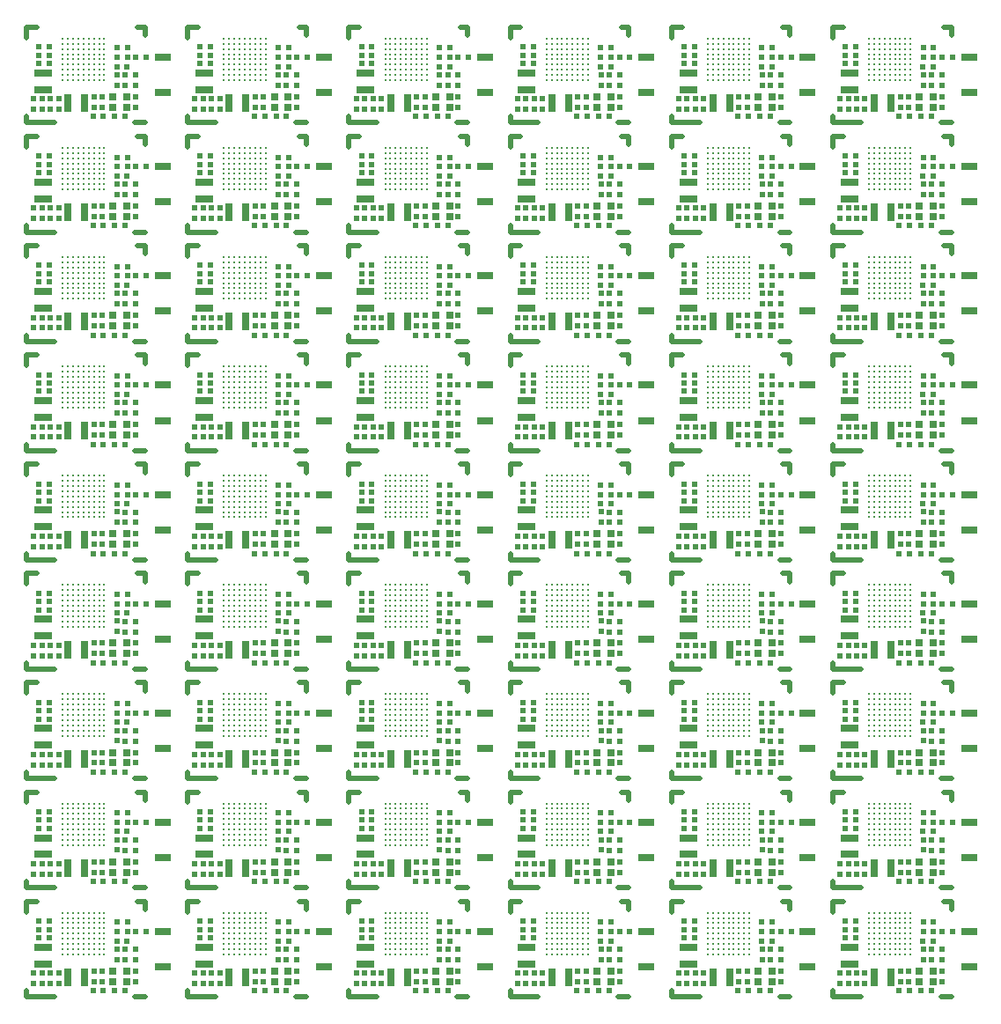
<source format=gtp>
G75*
%MOIN*%
%OFA0B0*%
%FSLAX25Y25*%
%IPPOS*%
%LPD*%
%AMOC8*
5,1,8,0,0,1.08239X$1,22.5*
%
%ADD10C,0.01969*%
%ADD11C,0.01000*%
%ADD12R,0.02953X0.02756*%
%ADD13R,0.02362X0.02362*%
%ADD14R,0.07087X0.03150*%
%ADD15R,0.03150X0.07087*%
%ADD16R,0.06299X0.03150*%
D10*
X0030325Y0030325D02*
X0040955Y0030325D01*
X0030325Y0030325D02*
X0030325Y0032687D01*
X0030325Y0062608D02*
X0030325Y0066545D01*
X0034262Y0066545D01*
X0030325Y0071695D02*
X0040955Y0071695D01*
X0030325Y0071695D02*
X0030325Y0074057D01*
X0030325Y0103978D02*
X0030325Y0107915D01*
X0034262Y0107915D01*
X0030325Y0113065D02*
X0040955Y0113065D01*
X0030325Y0113065D02*
X0030325Y0115427D01*
X0030325Y0145348D02*
X0030325Y0149285D01*
X0034262Y0149285D01*
X0030325Y0154435D02*
X0040955Y0154435D01*
X0030325Y0154435D02*
X0030325Y0156797D01*
X0030325Y0186718D02*
X0030325Y0190655D01*
X0034262Y0190655D01*
X0030325Y0195805D02*
X0040955Y0195805D01*
X0030325Y0195805D02*
X0030325Y0198167D01*
X0030325Y0228089D02*
X0030325Y0232026D01*
X0034262Y0232026D01*
X0030325Y0237175D02*
X0040955Y0237175D01*
X0030325Y0237175D02*
X0030325Y0239537D01*
X0030325Y0269459D02*
X0030325Y0273396D01*
X0034262Y0273396D01*
X0030325Y0278545D02*
X0040955Y0278545D01*
X0030325Y0278545D02*
X0030325Y0280908D01*
X0030325Y0310829D02*
X0030325Y0314766D01*
X0034262Y0314766D01*
X0030325Y0319915D02*
X0040955Y0319915D01*
X0030325Y0319915D02*
X0030325Y0322278D01*
X0030325Y0352199D02*
X0030325Y0356136D01*
X0034262Y0356136D01*
X0030325Y0361285D02*
X0040955Y0361285D01*
X0030325Y0361285D02*
X0030325Y0363648D01*
X0030325Y0393569D02*
X0030325Y0397506D01*
X0034262Y0397506D01*
X0072451Y0397506D02*
X0075207Y0397506D01*
X0075207Y0394356D01*
X0091380Y0393569D02*
X0091380Y0397506D01*
X0095317Y0397506D01*
X0091380Y0363648D02*
X0091380Y0361285D01*
X0102010Y0361285D01*
X0095317Y0356136D02*
X0091380Y0356136D01*
X0091380Y0352199D01*
X0075207Y0352986D02*
X0075207Y0356136D01*
X0072451Y0356136D01*
X0071270Y0361285D02*
X0075207Y0361285D01*
X0075207Y0319915D02*
X0071270Y0319915D01*
X0072451Y0314766D02*
X0075207Y0314766D01*
X0075207Y0311616D01*
X0091380Y0310829D02*
X0091380Y0314766D01*
X0095317Y0314766D01*
X0091380Y0319915D02*
X0102010Y0319915D01*
X0091380Y0319915D02*
X0091380Y0322278D01*
X0132325Y0319915D02*
X0136262Y0319915D01*
X0136262Y0314766D02*
X0133506Y0314766D01*
X0136262Y0314766D02*
X0136262Y0311616D01*
X0152435Y0310829D02*
X0152435Y0314766D01*
X0156372Y0314766D01*
X0152435Y0319915D02*
X0163065Y0319915D01*
X0152435Y0319915D02*
X0152435Y0322278D01*
X0152435Y0352199D02*
X0152435Y0356136D01*
X0156372Y0356136D01*
X0152435Y0361285D02*
X0163065Y0361285D01*
X0152435Y0361285D02*
X0152435Y0363648D01*
X0136262Y0361285D02*
X0132325Y0361285D01*
X0133506Y0356136D02*
X0136262Y0356136D01*
X0136262Y0352986D01*
X0136262Y0394356D02*
X0136262Y0397506D01*
X0133506Y0397506D01*
X0152435Y0397506D02*
X0156372Y0397506D01*
X0152435Y0397506D02*
X0152435Y0393569D01*
X0193380Y0361285D02*
X0197317Y0361285D01*
X0197317Y0356136D02*
X0197317Y0352986D01*
X0197317Y0356136D02*
X0194561Y0356136D01*
X0213490Y0356136D02*
X0213490Y0352199D01*
X0213490Y0356136D02*
X0217427Y0356136D01*
X0213490Y0361285D02*
X0224120Y0361285D01*
X0213490Y0361285D02*
X0213490Y0363648D01*
X0213490Y0393569D02*
X0213490Y0397506D01*
X0217427Y0397506D01*
X0197317Y0397506D02*
X0197317Y0394356D01*
X0197317Y0397506D02*
X0194561Y0397506D01*
X0255616Y0397506D02*
X0258372Y0397506D01*
X0258372Y0394356D01*
X0274545Y0393569D02*
X0274545Y0397506D01*
X0278482Y0397506D01*
X0274545Y0363648D02*
X0274545Y0361285D01*
X0285175Y0361285D01*
X0278482Y0356136D02*
X0274545Y0356136D01*
X0274545Y0352199D01*
X0258372Y0352986D02*
X0258372Y0356136D01*
X0255616Y0356136D01*
X0254435Y0361285D02*
X0258372Y0361285D01*
X0258372Y0319915D02*
X0254435Y0319915D01*
X0255616Y0314766D02*
X0258372Y0314766D01*
X0258372Y0311616D01*
X0274545Y0310829D02*
X0274545Y0314766D01*
X0278482Y0314766D01*
X0274545Y0319915D02*
X0285175Y0319915D01*
X0274545Y0319915D02*
X0274545Y0322278D01*
X0315490Y0319915D02*
X0319427Y0319915D01*
X0319427Y0314766D02*
X0316671Y0314766D01*
X0319427Y0314766D02*
X0319427Y0311616D01*
X0335600Y0310829D02*
X0335600Y0314766D01*
X0339537Y0314766D01*
X0335600Y0319915D02*
X0346230Y0319915D01*
X0335600Y0319915D02*
X0335600Y0322278D01*
X0335600Y0352199D02*
X0335600Y0356136D01*
X0339537Y0356136D01*
X0335600Y0361285D02*
X0346230Y0361285D01*
X0335600Y0361285D02*
X0335600Y0363648D01*
X0319427Y0361285D02*
X0315490Y0361285D01*
X0316671Y0356136D02*
X0319427Y0356136D01*
X0319427Y0352986D01*
X0319427Y0394356D02*
X0319427Y0397506D01*
X0316671Y0397506D01*
X0335600Y0397506D02*
X0339537Y0397506D01*
X0335600Y0397506D02*
X0335600Y0393569D01*
X0376545Y0361285D02*
X0380482Y0361285D01*
X0380482Y0356136D02*
X0380482Y0352986D01*
X0380482Y0356136D02*
X0377726Y0356136D01*
X0376545Y0319915D02*
X0380482Y0319915D01*
X0380482Y0314766D02*
X0380482Y0311616D01*
X0380482Y0314766D02*
X0377726Y0314766D01*
X0376545Y0278545D02*
X0380482Y0278545D01*
X0380482Y0273396D02*
X0380482Y0270246D01*
X0380482Y0273396D02*
X0377726Y0273396D01*
X0346230Y0278545D02*
X0335600Y0278545D01*
X0335600Y0280908D01*
X0335600Y0273396D02*
X0339537Y0273396D01*
X0335600Y0273396D02*
X0335600Y0269459D01*
X0319427Y0270246D02*
X0319427Y0273396D01*
X0316671Y0273396D01*
X0315490Y0278545D02*
X0319427Y0278545D01*
X0285175Y0278545D02*
X0274545Y0278545D01*
X0274545Y0280908D01*
X0274545Y0273396D02*
X0278482Y0273396D01*
X0274545Y0273396D02*
X0274545Y0269459D01*
X0258372Y0270246D02*
X0258372Y0273396D01*
X0255616Y0273396D01*
X0254435Y0278545D02*
X0258372Y0278545D01*
X0224120Y0278545D02*
X0213490Y0278545D01*
X0213490Y0280908D01*
X0213490Y0273396D02*
X0217427Y0273396D01*
X0213490Y0273396D02*
X0213490Y0269459D01*
X0197317Y0270246D02*
X0197317Y0273396D01*
X0194561Y0273396D01*
X0193380Y0278545D02*
X0197317Y0278545D01*
X0197317Y0311616D02*
X0197317Y0314766D01*
X0194561Y0314766D01*
X0193380Y0319915D02*
X0197317Y0319915D01*
X0213490Y0319915D02*
X0224120Y0319915D01*
X0217427Y0314766D02*
X0213490Y0314766D01*
X0213490Y0310829D01*
X0213490Y0319915D02*
X0213490Y0322278D01*
X0163065Y0278545D02*
X0152435Y0278545D01*
X0152435Y0280908D01*
X0152435Y0273396D02*
X0156372Y0273396D01*
X0152435Y0273396D02*
X0152435Y0269459D01*
X0136262Y0270246D02*
X0136262Y0273396D01*
X0133506Y0273396D01*
X0132325Y0278545D02*
X0136262Y0278545D01*
X0102010Y0278545D02*
X0091380Y0278545D01*
X0091380Y0280908D01*
X0091380Y0273396D02*
X0095317Y0273396D01*
X0091380Y0273396D02*
X0091380Y0269459D01*
X0075207Y0270246D02*
X0075207Y0273396D01*
X0072451Y0273396D01*
X0071270Y0278545D02*
X0075207Y0278545D01*
X0091380Y0239537D02*
X0091380Y0237175D01*
X0102010Y0237175D01*
X0095317Y0232026D02*
X0091380Y0232026D01*
X0091380Y0228089D01*
X0075207Y0228876D02*
X0075207Y0232026D01*
X0072451Y0232026D01*
X0071270Y0237175D02*
X0075207Y0237175D01*
X0091380Y0198167D02*
X0091380Y0195805D01*
X0102010Y0195805D01*
X0095317Y0190655D02*
X0091380Y0190655D01*
X0091380Y0186718D01*
X0075207Y0187506D02*
X0075207Y0190655D01*
X0072451Y0190655D01*
X0071270Y0195805D02*
X0075207Y0195805D01*
X0075207Y0154435D02*
X0071270Y0154435D01*
X0072451Y0149285D02*
X0075207Y0149285D01*
X0075207Y0146136D01*
X0091380Y0145348D02*
X0091380Y0149285D01*
X0095317Y0149285D01*
X0091380Y0154435D02*
X0102010Y0154435D01*
X0091380Y0154435D02*
X0091380Y0156797D01*
X0132325Y0154435D02*
X0136262Y0154435D01*
X0136262Y0149285D02*
X0133506Y0149285D01*
X0136262Y0149285D02*
X0136262Y0146136D01*
X0152435Y0145348D02*
X0152435Y0149285D01*
X0156372Y0149285D01*
X0152435Y0154435D02*
X0163065Y0154435D01*
X0152435Y0154435D02*
X0152435Y0156797D01*
X0152435Y0186718D02*
X0152435Y0190655D01*
X0156372Y0190655D01*
X0152435Y0195805D02*
X0163065Y0195805D01*
X0152435Y0195805D02*
X0152435Y0198167D01*
X0136262Y0195805D02*
X0132325Y0195805D01*
X0133506Y0190655D02*
X0136262Y0190655D01*
X0136262Y0187506D01*
X0136262Y0228876D02*
X0136262Y0232026D01*
X0133506Y0232026D01*
X0132325Y0237175D02*
X0136262Y0237175D01*
X0152435Y0237175D02*
X0163065Y0237175D01*
X0156372Y0232026D02*
X0152435Y0232026D01*
X0152435Y0228089D01*
X0152435Y0237175D02*
X0152435Y0239537D01*
X0193380Y0237175D02*
X0197317Y0237175D01*
X0197317Y0232026D02*
X0197317Y0228876D01*
X0197317Y0232026D02*
X0194561Y0232026D01*
X0213490Y0232026D02*
X0213490Y0228089D01*
X0213490Y0232026D02*
X0217427Y0232026D01*
X0213490Y0237175D02*
X0224120Y0237175D01*
X0213490Y0237175D02*
X0213490Y0239537D01*
X0254435Y0237175D02*
X0258372Y0237175D01*
X0258372Y0232026D02*
X0255616Y0232026D01*
X0258372Y0232026D02*
X0258372Y0228876D01*
X0274545Y0228089D02*
X0274545Y0232026D01*
X0278482Y0232026D01*
X0274545Y0237175D02*
X0285175Y0237175D01*
X0274545Y0237175D02*
X0274545Y0239537D01*
X0315490Y0237175D02*
X0319427Y0237175D01*
X0319427Y0232026D02*
X0316671Y0232026D01*
X0319427Y0232026D02*
X0319427Y0228876D01*
X0335600Y0228089D02*
X0335600Y0232026D01*
X0339537Y0232026D01*
X0335600Y0237175D02*
X0346230Y0237175D01*
X0335600Y0237175D02*
X0335600Y0239537D01*
X0376545Y0237175D02*
X0380482Y0237175D01*
X0380482Y0232026D02*
X0380482Y0228876D01*
X0380482Y0232026D02*
X0377726Y0232026D01*
X0376545Y0195805D02*
X0380482Y0195805D01*
X0380482Y0190655D02*
X0380482Y0187506D01*
X0380482Y0190655D02*
X0377726Y0190655D01*
X0346230Y0195805D02*
X0335600Y0195805D01*
X0335600Y0198167D01*
X0335600Y0190655D02*
X0339537Y0190655D01*
X0335600Y0190655D02*
X0335600Y0186718D01*
X0319427Y0187506D02*
X0319427Y0190655D01*
X0316671Y0190655D01*
X0315490Y0195805D02*
X0319427Y0195805D01*
X0285175Y0195805D02*
X0274545Y0195805D01*
X0274545Y0198167D01*
X0274545Y0190655D02*
X0278482Y0190655D01*
X0274545Y0190655D02*
X0274545Y0186718D01*
X0258372Y0187506D02*
X0258372Y0190655D01*
X0255616Y0190655D01*
X0254435Y0195805D02*
X0258372Y0195805D01*
X0224120Y0195805D02*
X0213490Y0195805D01*
X0213490Y0198167D01*
X0213490Y0190655D02*
X0217427Y0190655D01*
X0213490Y0190655D02*
X0213490Y0186718D01*
X0197317Y0187506D02*
X0197317Y0190655D01*
X0194561Y0190655D01*
X0193380Y0195805D02*
X0197317Y0195805D01*
X0197317Y0154435D02*
X0193380Y0154435D01*
X0194561Y0149285D02*
X0197317Y0149285D01*
X0197317Y0146136D01*
X0213490Y0145348D02*
X0213490Y0149285D01*
X0217427Y0149285D01*
X0213490Y0154435D02*
X0224120Y0154435D01*
X0213490Y0154435D02*
X0213490Y0156797D01*
X0254435Y0154435D02*
X0258372Y0154435D01*
X0258372Y0149285D02*
X0255616Y0149285D01*
X0258372Y0149285D02*
X0258372Y0146136D01*
X0274545Y0145348D02*
X0274545Y0149285D01*
X0278482Y0149285D01*
X0274545Y0154435D02*
X0285175Y0154435D01*
X0274545Y0154435D02*
X0274545Y0156797D01*
X0315490Y0154435D02*
X0319427Y0154435D01*
X0319427Y0149285D02*
X0316671Y0149285D01*
X0319427Y0149285D02*
X0319427Y0146136D01*
X0335600Y0145348D02*
X0335600Y0149285D01*
X0339537Y0149285D01*
X0335600Y0154435D02*
X0346230Y0154435D01*
X0335600Y0154435D02*
X0335600Y0156797D01*
X0376545Y0154435D02*
X0380482Y0154435D01*
X0380482Y0149285D02*
X0380482Y0146136D01*
X0380482Y0149285D02*
X0377726Y0149285D01*
X0376545Y0113065D02*
X0380482Y0113065D01*
X0380482Y0107915D02*
X0380482Y0104766D01*
X0380482Y0107915D02*
X0377726Y0107915D01*
X0346230Y0113065D02*
X0335600Y0113065D01*
X0335600Y0115427D01*
X0335600Y0107915D02*
X0339537Y0107915D01*
X0335600Y0107915D02*
X0335600Y0103978D01*
X0319427Y0104766D02*
X0319427Y0107915D01*
X0316671Y0107915D01*
X0315490Y0113065D02*
X0319427Y0113065D01*
X0285175Y0113065D02*
X0274545Y0113065D01*
X0274545Y0115427D01*
X0274545Y0107915D02*
X0278482Y0107915D01*
X0274545Y0107915D02*
X0274545Y0103978D01*
X0258372Y0104766D02*
X0258372Y0107915D01*
X0255616Y0107915D01*
X0254435Y0113065D02*
X0258372Y0113065D01*
X0224120Y0113065D02*
X0213490Y0113065D01*
X0213490Y0115427D01*
X0213490Y0107915D02*
X0217427Y0107915D01*
X0213490Y0107915D02*
X0213490Y0103978D01*
X0197317Y0104766D02*
X0197317Y0107915D01*
X0194561Y0107915D01*
X0193380Y0113065D02*
X0197317Y0113065D01*
X0163065Y0113065D02*
X0152435Y0113065D01*
X0152435Y0115427D01*
X0152435Y0107915D02*
X0156372Y0107915D01*
X0152435Y0107915D02*
X0152435Y0103978D01*
X0136262Y0104766D02*
X0136262Y0107915D01*
X0133506Y0107915D01*
X0132325Y0113065D02*
X0136262Y0113065D01*
X0102010Y0113065D02*
X0091380Y0113065D01*
X0091380Y0115427D01*
X0091380Y0107915D02*
X0095317Y0107915D01*
X0091380Y0107915D02*
X0091380Y0103978D01*
X0075207Y0104766D02*
X0075207Y0107915D01*
X0072451Y0107915D01*
X0071270Y0113065D02*
X0075207Y0113065D01*
X0075207Y0071695D02*
X0071270Y0071695D01*
X0072451Y0066545D02*
X0075207Y0066545D01*
X0075207Y0063396D01*
X0091380Y0062608D02*
X0091380Y0066545D01*
X0095317Y0066545D01*
X0091380Y0071695D02*
X0102010Y0071695D01*
X0091380Y0071695D02*
X0091380Y0074057D01*
X0132325Y0071695D02*
X0136262Y0071695D01*
X0136262Y0066545D02*
X0133506Y0066545D01*
X0136262Y0066545D02*
X0136262Y0063396D01*
X0152435Y0062608D02*
X0152435Y0066545D01*
X0156372Y0066545D01*
X0152435Y0071695D02*
X0163065Y0071695D01*
X0152435Y0071695D02*
X0152435Y0074057D01*
X0193380Y0071695D02*
X0197317Y0071695D01*
X0197317Y0066545D02*
X0197317Y0063396D01*
X0197317Y0066545D02*
X0194561Y0066545D01*
X0213490Y0066545D02*
X0213490Y0062608D01*
X0213490Y0066545D02*
X0217427Y0066545D01*
X0213490Y0071695D02*
X0224120Y0071695D01*
X0213490Y0071695D02*
X0213490Y0074057D01*
X0254435Y0071695D02*
X0258372Y0071695D01*
X0258372Y0066545D02*
X0255616Y0066545D01*
X0258372Y0066545D02*
X0258372Y0063396D01*
X0274545Y0062608D02*
X0274545Y0066545D01*
X0278482Y0066545D01*
X0274545Y0071695D02*
X0285175Y0071695D01*
X0274545Y0071695D02*
X0274545Y0074057D01*
X0315490Y0071695D02*
X0319427Y0071695D01*
X0319427Y0066545D02*
X0316671Y0066545D01*
X0319427Y0066545D02*
X0319427Y0063396D01*
X0335600Y0062608D02*
X0335600Y0066545D01*
X0339537Y0066545D01*
X0335600Y0071695D02*
X0346230Y0071695D01*
X0335600Y0071695D02*
X0335600Y0074057D01*
X0376545Y0071695D02*
X0380482Y0071695D01*
X0380482Y0066545D02*
X0380482Y0063396D01*
X0380482Y0066545D02*
X0377726Y0066545D01*
X0376545Y0030325D02*
X0380482Y0030325D01*
X0346230Y0030325D02*
X0335600Y0030325D01*
X0335600Y0032687D01*
X0319427Y0030325D02*
X0315490Y0030325D01*
X0285175Y0030325D02*
X0274545Y0030325D01*
X0274545Y0032687D01*
X0258372Y0030325D02*
X0254435Y0030325D01*
X0224120Y0030325D02*
X0213490Y0030325D01*
X0213490Y0032687D01*
X0197317Y0030325D02*
X0193380Y0030325D01*
X0163065Y0030325D02*
X0152435Y0030325D01*
X0152435Y0032687D01*
X0136262Y0030325D02*
X0132325Y0030325D01*
X0102010Y0030325D02*
X0091380Y0030325D01*
X0091380Y0032687D01*
X0075207Y0030325D02*
X0071270Y0030325D01*
X0380482Y0394356D02*
X0380482Y0397506D01*
X0377726Y0397506D01*
D11*
X0365081Y0393179D03*
X0365081Y0391211D03*
X0363112Y0391211D03*
X0363112Y0393179D03*
X0361144Y0393179D03*
X0361144Y0391211D03*
X0359175Y0391211D03*
X0359175Y0393179D03*
X0357207Y0393179D03*
X0357207Y0391211D03*
X0355238Y0391211D03*
X0355238Y0393179D03*
X0353270Y0393179D03*
X0353270Y0391211D03*
X0351301Y0391211D03*
X0351301Y0393179D03*
X0349333Y0393179D03*
X0349333Y0391211D03*
X0349333Y0389242D03*
X0351301Y0389242D03*
X0351301Y0387274D03*
X0349333Y0387274D03*
X0349333Y0385305D03*
X0351301Y0385305D03*
X0351301Y0383337D03*
X0349333Y0383337D03*
X0349333Y0381368D03*
X0351301Y0381368D03*
X0351301Y0379400D03*
X0349333Y0379400D03*
X0349333Y0377431D03*
X0351301Y0377431D03*
X0353270Y0377431D03*
X0355238Y0377431D03*
X0355238Y0379400D03*
X0355238Y0381368D03*
X0353270Y0381368D03*
X0353270Y0379400D03*
X0353270Y0383337D03*
X0353270Y0385305D03*
X0355238Y0385305D03*
X0355238Y0383337D03*
X0357207Y0383337D03*
X0357207Y0385305D03*
X0359175Y0385305D03*
X0359175Y0383337D03*
X0361144Y0383337D03*
X0361144Y0385305D03*
X0363112Y0385305D03*
X0363112Y0383337D03*
X0365081Y0383337D03*
X0365081Y0385305D03*
X0365081Y0387274D03*
X0365081Y0389242D03*
X0363112Y0389242D03*
X0361144Y0389242D03*
X0361144Y0387274D03*
X0363112Y0387274D03*
X0359175Y0387274D03*
X0359175Y0389242D03*
X0357207Y0389242D03*
X0357207Y0387274D03*
X0355238Y0387274D03*
X0355238Y0389242D03*
X0353270Y0389242D03*
X0353270Y0387274D03*
X0357207Y0381368D03*
X0359175Y0381368D03*
X0359175Y0379400D03*
X0357207Y0379400D03*
X0357207Y0377431D03*
X0359175Y0377431D03*
X0361144Y0377431D03*
X0363112Y0377431D03*
X0363112Y0379400D03*
X0363112Y0381368D03*
X0361144Y0381368D03*
X0361144Y0379400D03*
X0365081Y0379400D03*
X0365081Y0381368D03*
X0365081Y0377431D03*
X0365081Y0351809D03*
X0365081Y0349841D03*
X0363112Y0349841D03*
X0363112Y0351809D03*
X0361144Y0351809D03*
X0361144Y0349841D03*
X0359175Y0349841D03*
X0359175Y0351809D03*
X0357207Y0351809D03*
X0357207Y0349841D03*
X0355238Y0349841D03*
X0355238Y0351809D03*
X0353270Y0351809D03*
X0353270Y0349841D03*
X0351301Y0349841D03*
X0351301Y0351809D03*
X0349333Y0351809D03*
X0349333Y0349841D03*
X0349333Y0347872D03*
X0351301Y0347872D03*
X0351301Y0345904D03*
X0349333Y0345904D03*
X0349333Y0343935D03*
X0351301Y0343935D03*
X0351301Y0341967D03*
X0349333Y0341967D03*
X0349333Y0339998D03*
X0351301Y0339998D03*
X0351301Y0338030D03*
X0349333Y0338030D03*
X0349333Y0336061D03*
X0351301Y0336061D03*
X0353270Y0336061D03*
X0355238Y0336061D03*
X0355238Y0338030D03*
X0355238Y0339998D03*
X0353270Y0339998D03*
X0353270Y0338030D03*
X0353270Y0341967D03*
X0353270Y0343935D03*
X0355238Y0343935D03*
X0355238Y0341967D03*
X0357207Y0341967D03*
X0357207Y0343935D03*
X0359175Y0343935D03*
X0359175Y0341967D03*
X0361144Y0341967D03*
X0361144Y0343935D03*
X0363112Y0343935D03*
X0363112Y0341967D03*
X0365081Y0341967D03*
X0365081Y0343935D03*
X0365081Y0345904D03*
X0365081Y0347872D03*
X0363112Y0347872D03*
X0361144Y0347872D03*
X0361144Y0345904D03*
X0363112Y0345904D03*
X0359175Y0345904D03*
X0359175Y0347872D03*
X0357207Y0347872D03*
X0357207Y0345904D03*
X0355238Y0345904D03*
X0355238Y0347872D03*
X0353270Y0347872D03*
X0353270Y0345904D03*
X0357207Y0339998D03*
X0359175Y0339998D03*
X0359175Y0338030D03*
X0357207Y0338030D03*
X0357207Y0336061D03*
X0359175Y0336061D03*
X0361144Y0336061D03*
X0363112Y0336061D03*
X0363112Y0338030D03*
X0363112Y0339998D03*
X0361144Y0339998D03*
X0361144Y0338030D03*
X0365081Y0338030D03*
X0365081Y0339998D03*
X0365081Y0336061D03*
X0365081Y0310439D03*
X0365081Y0308470D03*
X0365081Y0306502D03*
X0365081Y0304533D03*
X0365081Y0302565D03*
X0365081Y0300596D03*
X0365081Y0298628D03*
X0365081Y0296659D03*
X0365081Y0294691D03*
X0363112Y0294691D03*
X0361144Y0294691D03*
X0361144Y0296659D03*
X0363112Y0296659D03*
X0363112Y0298628D03*
X0361144Y0298628D03*
X0361144Y0300596D03*
X0363112Y0300596D03*
X0363112Y0302565D03*
X0361144Y0302565D03*
X0361144Y0304533D03*
X0363112Y0304533D03*
X0363112Y0306502D03*
X0361144Y0306502D03*
X0361144Y0308470D03*
X0363112Y0308470D03*
X0363112Y0310439D03*
X0361144Y0310439D03*
X0359175Y0310439D03*
X0357207Y0310439D03*
X0357207Y0308470D03*
X0357207Y0306502D03*
X0359175Y0306502D03*
X0359175Y0308470D03*
X0359175Y0304533D03*
X0359175Y0302565D03*
X0357207Y0302565D03*
X0357207Y0304533D03*
X0355238Y0304533D03*
X0355238Y0302565D03*
X0353270Y0302565D03*
X0353270Y0304533D03*
X0351301Y0304533D03*
X0351301Y0302565D03*
X0349333Y0302565D03*
X0349333Y0304533D03*
X0349333Y0306502D03*
X0351301Y0306502D03*
X0351301Y0308470D03*
X0349333Y0308470D03*
X0349333Y0310439D03*
X0351301Y0310439D03*
X0353270Y0310439D03*
X0355238Y0310439D03*
X0355238Y0308470D03*
X0355238Y0306502D03*
X0353270Y0306502D03*
X0353270Y0308470D03*
X0353270Y0300596D03*
X0353270Y0298628D03*
X0355238Y0298628D03*
X0355238Y0300596D03*
X0357207Y0300596D03*
X0357207Y0298628D03*
X0359175Y0298628D03*
X0359175Y0300596D03*
X0359175Y0296659D03*
X0359175Y0294691D03*
X0357207Y0294691D03*
X0357207Y0296659D03*
X0355238Y0296659D03*
X0355238Y0294691D03*
X0353270Y0294691D03*
X0353270Y0296659D03*
X0351301Y0296659D03*
X0351301Y0294691D03*
X0349333Y0294691D03*
X0349333Y0296659D03*
X0349333Y0298628D03*
X0351301Y0298628D03*
X0351301Y0300596D03*
X0349333Y0300596D03*
X0349333Y0269069D03*
X0351301Y0269069D03*
X0351301Y0267100D03*
X0351301Y0265132D03*
X0349333Y0265132D03*
X0349333Y0267100D03*
X0349333Y0263163D03*
X0349333Y0261195D03*
X0351301Y0261195D03*
X0351301Y0263163D03*
X0353270Y0263163D03*
X0353270Y0261195D03*
X0355238Y0261195D03*
X0355238Y0263163D03*
X0357207Y0263163D03*
X0357207Y0261195D03*
X0359175Y0261195D03*
X0359175Y0263163D03*
X0361144Y0263163D03*
X0361144Y0261195D03*
X0363112Y0261195D03*
X0363112Y0263163D03*
X0365081Y0263163D03*
X0365081Y0261195D03*
X0365081Y0259226D03*
X0365081Y0257258D03*
X0365081Y0255289D03*
X0365081Y0253321D03*
X0363112Y0253321D03*
X0361144Y0253321D03*
X0361144Y0255289D03*
X0363112Y0255289D03*
X0363112Y0257258D03*
X0361144Y0257258D03*
X0361144Y0259226D03*
X0363112Y0259226D03*
X0359175Y0259226D03*
X0359175Y0257258D03*
X0357207Y0257258D03*
X0357207Y0259226D03*
X0355238Y0259226D03*
X0355238Y0257258D03*
X0353270Y0257258D03*
X0353270Y0259226D03*
X0351301Y0259226D03*
X0351301Y0257258D03*
X0349333Y0257258D03*
X0349333Y0259226D03*
X0349333Y0255289D03*
X0349333Y0253321D03*
X0351301Y0253321D03*
X0351301Y0255289D03*
X0353270Y0255289D03*
X0353270Y0253321D03*
X0355238Y0253321D03*
X0355238Y0255289D03*
X0357207Y0255289D03*
X0357207Y0253321D03*
X0359175Y0253321D03*
X0359175Y0255289D03*
X0359175Y0265132D03*
X0357207Y0265132D03*
X0357207Y0267100D03*
X0359175Y0267100D03*
X0361144Y0267100D03*
X0361144Y0265132D03*
X0363112Y0265132D03*
X0363112Y0267100D03*
X0365081Y0267100D03*
X0365081Y0265132D03*
X0365081Y0269069D03*
X0363112Y0269069D03*
X0361144Y0269069D03*
X0359175Y0269069D03*
X0357207Y0269069D03*
X0355238Y0269069D03*
X0353270Y0269069D03*
X0353270Y0267100D03*
X0353270Y0265132D03*
X0355238Y0265132D03*
X0355238Y0267100D03*
X0355238Y0227699D03*
X0353270Y0227699D03*
X0353270Y0225730D03*
X0355238Y0225730D03*
X0355238Y0223762D03*
X0353270Y0223762D03*
X0353270Y0221793D03*
X0355238Y0221793D03*
X0355238Y0219825D03*
X0353270Y0219825D03*
X0353270Y0217856D03*
X0355238Y0217856D03*
X0355238Y0215888D03*
X0353270Y0215888D03*
X0353270Y0213919D03*
X0355238Y0213919D03*
X0355238Y0211951D03*
X0353270Y0211951D03*
X0351301Y0211951D03*
X0351301Y0213919D03*
X0349333Y0213919D03*
X0349333Y0211951D03*
X0349333Y0215888D03*
X0351301Y0215888D03*
X0351301Y0217856D03*
X0349333Y0217856D03*
X0349333Y0219825D03*
X0351301Y0219825D03*
X0351301Y0221793D03*
X0349333Y0221793D03*
X0349333Y0223762D03*
X0351301Y0223762D03*
X0351301Y0225730D03*
X0349333Y0225730D03*
X0349333Y0227699D03*
X0351301Y0227699D03*
X0357207Y0227699D03*
X0359175Y0227699D03*
X0359175Y0225730D03*
X0359175Y0223762D03*
X0357207Y0223762D03*
X0357207Y0225730D03*
X0357207Y0221793D03*
X0357207Y0219825D03*
X0359175Y0219825D03*
X0359175Y0221793D03*
X0361144Y0221793D03*
X0361144Y0219825D03*
X0363112Y0219825D03*
X0363112Y0221793D03*
X0365081Y0221793D03*
X0365081Y0219825D03*
X0365081Y0217856D03*
X0365081Y0215888D03*
X0365081Y0213919D03*
X0365081Y0211951D03*
X0363112Y0211951D03*
X0363112Y0213919D03*
X0361144Y0213919D03*
X0361144Y0211951D03*
X0359175Y0211951D03*
X0359175Y0213919D03*
X0357207Y0213919D03*
X0357207Y0211951D03*
X0357207Y0215888D03*
X0359175Y0215888D03*
X0359175Y0217856D03*
X0357207Y0217856D03*
X0361144Y0217856D03*
X0361144Y0215888D03*
X0363112Y0215888D03*
X0363112Y0217856D03*
X0363112Y0223762D03*
X0361144Y0223762D03*
X0361144Y0225730D03*
X0363112Y0225730D03*
X0365081Y0225730D03*
X0365081Y0223762D03*
X0365081Y0227699D03*
X0363112Y0227699D03*
X0361144Y0227699D03*
X0361144Y0186329D03*
X0363112Y0186329D03*
X0365081Y0186329D03*
X0365081Y0184360D03*
X0365081Y0182392D03*
X0363112Y0182392D03*
X0363112Y0184360D03*
X0361144Y0184360D03*
X0361144Y0182392D03*
X0359175Y0182392D03*
X0359175Y0184360D03*
X0357207Y0184360D03*
X0357207Y0182392D03*
X0355238Y0182392D03*
X0355238Y0184360D03*
X0353270Y0184360D03*
X0353270Y0182392D03*
X0353270Y0180423D03*
X0355238Y0180423D03*
X0355238Y0178455D03*
X0353270Y0178455D03*
X0353270Y0176486D03*
X0355238Y0176486D03*
X0355238Y0174518D03*
X0353270Y0174518D03*
X0351301Y0174518D03*
X0351301Y0176486D03*
X0349333Y0176486D03*
X0349333Y0174518D03*
X0349333Y0172549D03*
X0351301Y0172549D03*
X0351301Y0170581D03*
X0349333Y0170581D03*
X0353270Y0170581D03*
X0353270Y0172549D03*
X0355238Y0172549D03*
X0355238Y0170581D03*
X0357207Y0170581D03*
X0357207Y0172549D03*
X0359175Y0172549D03*
X0359175Y0170581D03*
X0361144Y0170581D03*
X0361144Y0172549D03*
X0363112Y0172549D03*
X0363112Y0170581D03*
X0365081Y0170581D03*
X0365081Y0172549D03*
X0365081Y0174518D03*
X0365081Y0176486D03*
X0365081Y0178455D03*
X0365081Y0180423D03*
X0363112Y0180423D03*
X0361144Y0180423D03*
X0361144Y0178455D03*
X0363112Y0178455D03*
X0363112Y0176486D03*
X0361144Y0176486D03*
X0361144Y0174518D03*
X0363112Y0174518D03*
X0359175Y0174518D03*
X0359175Y0176486D03*
X0357207Y0176486D03*
X0357207Y0174518D03*
X0357207Y0178455D03*
X0357207Y0180423D03*
X0359175Y0180423D03*
X0359175Y0178455D03*
X0359175Y0186329D03*
X0357207Y0186329D03*
X0355238Y0186329D03*
X0353270Y0186329D03*
X0351301Y0186329D03*
X0349333Y0186329D03*
X0349333Y0184360D03*
X0351301Y0184360D03*
X0351301Y0182392D03*
X0349333Y0182392D03*
X0349333Y0180423D03*
X0351301Y0180423D03*
X0351301Y0178455D03*
X0349333Y0178455D03*
X0349333Y0144959D03*
X0351301Y0144959D03*
X0353270Y0144959D03*
X0355238Y0144959D03*
X0357207Y0144959D03*
X0359175Y0144959D03*
X0361144Y0144959D03*
X0363112Y0144959D03*
X0365081Y0144959D03*
X0365081Y0142990D03*
X0365081Y0141022D03*
X0363112Y0141022D03*
X0363112Y0142990D03*
X0361144Y0142990D03*
X0361144Y0141022D03*
X0359175Y0141022D03*
X0359175Y0142990D03*
X0357207Y0142990D03*
X0357207Y0141022D03*
X0355238Y0141022D03*
X0355238Y0142990D03*
X0353270Y0142990D03*
X0353270Y0141022D03*
X0353270Y0139053D03*
X0355238Y0139053D03*
X0355238Y0137085D03*
X0353270Y0137085D03*
X0351301Y0137085D03*
X0351301Y0139053D03*
X0349333Y0139053D03*
X0349333Y0137085D03*
X0349333Y0135116D03*
X0351301Y0135116D03*
X0351301Y0133148D03*
X0349333Y0133148D03*
X0349333Y0131179D03*
X0351301Y0131179D03*
X0351301Y0129211D03*
X0349333Y0129211D03*
X0353270Y0129211D03*
X0353270Y0131179D03*
X0355238Y0131179D03*
X0355238Y0129211D03*
X0357207Y0129211D03*
X0357207Y0131179D03*
X0359175Y0131179D03*
X0359175Y0129211D03*
X0361144Y0129211D03*
X0361144Y0131179D03*
X0363112Y0131179D03*
X0363112Y0129211D03*
X0365081Y0129211D03*
X0365081Y0131179D03*
X0365081Y0133148D03*
X0365081Y0135116D03*
X0365081Y0137085D03*
X0365081Y0139053D03*
X0363112Y0139053D03*
X0361144Y0139053D03*
X0361144Y0137085D03*
X0363112Y0137085D03*
X0363112Y0135116D03*
X0361144Y0135116D03*
X0361144Y0133148D03*
X0363112Y0133148D03*
X0359175Y0133148D03*
X0359175Y0135116D03*
X0357207Y0135116D03*
X0357207Y0133148D03*
X0355238Y0133148D03*
X0355238Y0135116D03*
X0353270Y0135116D03*
X0353270Y0133148D03*
X0357207Y0137085D03*
X0357207Y0139053D03*
X0359175Y0139053D03*
X0359175Y0137085D03*
X0351301Y0141022D03*
X0351301Y0142990D03*
X0349333Y0142990D03*
X0349333Y0141022D03*
X0349333Y0103589D03*
X0351301Y0103589D03*
X0353270Y0103589D03*
X0355238Y0103589D03*
X0357207Y0103589D03*
X0359175Y0103589D03*
X0361144Y0103589D03*
X0363112Y0103589D03*
X0365081Y0103589D03*
X0365081Y0101620D03*
X0365081Y0099652D03*
X0363112Y0099652D03*
X0363112Y0101620D03*
X0361144Y0101620D03*
X0361144Y0099652D03*
X0359175Y0099652D03*
X0359175Y0101620D03*
X0357207Y0101620D03*
X0357207Y0099652D03*
X0355238Y0099652D03*
X0355238Y0101620D03*
X0353270Y0101620D03*
X0353270Y0099652D03*
X0351301Y0099652D03*
X0351301Y0101620D03*
X0349333Y0101620D03*
X0349333Y0099652D03*
X0349333Y0097683D03*
X0351301Y0097683D03*
X0351301Y0095715D03*
X0349333Y0095715D03*
X0349333Y0093746D03*
X0351301Y0093746D03*
X0351301Y0091778D03*
X0349333Y0091778D03*
X0349333Y0089809D03*
X0351301Y0089809D03*
X0351301Y0087841D03*
X0349333Y0087841D03*
X0353270Y0087841D03*
X0353270Y0089809D03*
X0355238Y0089809D03*
X0355238Y0087841D03*
X0357207Y0087841D03*
X0357207Y0089809D03*
X0359175Y0089809D03*
X0359175Y0087841D03*
X0361144Y0087841D03*
X0361144Y0089809D03*
X0363112Y0089809D03*
X0363112Y0087841D03*
X0365081Y0087841D03*
X0365081Y0089809D03*
X0365081Y0091778D03*
X0365081Y0093746D03*
X0365081Y0095715D03*
X0365081Y0097683D03*
X0363112Y0097683D03*
X0361144Y0097683D03*
X0361144Y0095715D03*
X0363112Y0095715D03*
X0363112Y0093746D03*
X0361144Y0093746D03*
X0361144Y0091778D03*
X0363112Y0091778D03*
X0359175Y0091778D03*
X0359175Y0093746D03*
X0357207Y0093746D03*
X0357207Y0091778D03*
X0355238Y0091778D03*
X0355238Y0093746D03*
X0353270Y0093746D03*
X0353270Y0091778D03*
X0353270Y0095715D03*
X0353270Y0097683D03*
X0355238Y0097683D03*
X0355238Y0095715D03*
X0357207Y0095715D03*
X0357207Y0097683D03*
X0359175Y0097683D03*
X0359175Y0095715D03*
X0359175Y0062219D03*
X0357207Y0062219D03*
X0355238Y0062219D03*
X0353270Y0062219D03*
X0351301Y0062219D03*
X0349333Y0062219D03*
X0349333Y0060250D03*
X0351301Y0060250D03*
X0351301Y0058281D03*
X0351301Y0056313D03*
X0349333Y0056313D03*
X0349333Y0058281D03*
X0349333Y0054344D03*
X0349333Y0052376D03*
X0351301Y0052376D03*
X0351301Y0054344D03*
X0353270Y0054344D03*
X0353270Y0052376D03*
X0355238Y0052376D03*
X0355238Y0054344D03*
X0357207Y0054344D03*
X0357207Y0052376D03*
X0359175Y0052376D03*
X0359175Y0054344D03*
X0361144Y0054344D03*
X0361144Y0052376D03*
X0363112Y0052376D03*
X0363112Y0054344D03*
X0365081Y0054344D03*
X0365081Y0052376D03*
X0365081Y0050407D03*
X0365081Y0048439D03*
X0365081Y0046470D03*
X0363112Y0046470D03*
X0361144Y0046470D03*
X0359175Y0046470D03*
X0357207Y0046470D03*
X0355238Y0046470D03*
X0353270Y0046470D03*
X0351301Y0046470D03*
X0349333Y0046470D03*
X0349333Y0048439D03*
X0351301Y0048439D03*
X0351301Y0050407D03*
X0349333Y0050407D03*
X0353270Y0050407D03*
X0353270Y0048439D03*
X0355238Y0048439D03*
X0355238Y0050407D03*
X0357207Y0050407D03*
X0357207Y0048439D03*
X0359175Y0048439D03*
X0359175Y0050407D03*
X0361144Y0050407D03*
X0361144Y0048439D03*
X0363112Y0048439D03*
X0363112Y0050407D03*
X0363112Y0056313D03*
X0361144Y0056313D03*
X0361144Y0058281D03*
X0363112Y0058281D03*
X0365081Y0058281D03*
X0365081Y0056313D03*
X0365081Y0060250D03*
X0365081Y0062219D03*
X0363112Y0062219D03*
X0361144Y0062219D03*
X0361144Y0060250D03*
X0363112Y0060250D03*
X0359175Y0060250D03*
X0357207Y0060250D03*
X0357207Y0058281D03*
X0357207Y0056313D03*
X0359175Y0056313D03*
X0359175Y0058281D03*
X0355238Y0058281D03*
X0355238Y0056313D03*
X0353270Y0056313D03*
X0353270Y0058281D03*
X0353270Y0060250D03*
X0355238Y0060250D03*
X0304026Y0060250D03*
X0304026Y0058281D03*
X0304026Y0056313D03*
X0304026Y0054344D03*
X0304026Y0052376D03*
X0304026Y0050407D03*
X0304026Y0048439D03*
X0304026Y0046470D03*
X0302057Y0046470D03*
X0300089Y0046470D03*
X0298120Y0046470D03*
X0296152Y0046470D03*
X0294183Y0046470D03*
X0292215Y0046470D03*
X0290246Y0046470D03*
X0288278Y0046470D03*
X0288278Y0048439D03*
X0290246Y0048439D03*
X0290246Y0050407D03*
X0288278Y0050407D03*
X0288278Y0052376D03*
X0290246Y0052376D03*
X0290246Y0054344D03*
X0288278Y0054344D03*
X0288278Y0056313D03*
X0290246Y0056313D03*
X0290246Y0058281D03*
X0288278Y0058281D03*
X0288278Y0060250D03*
X0290246Y0060250D03*
X0290246Y0062219D03*
X0288278Y0062219D03*
X0292215Y0062219D03*
X0294183Y0062219D03*
X0296152Y0062219D03*
X0298120Y0062219D03*
X0300089Y0062219D03*
X0302057Y0062219D03*
X0304026Y0062219D03*
X0302057Y0060250D03*
X0300089Y0060250D03*
X0300089Y0058281D03*
X0300089Y0056313D03*
X0302057Y0056313D03*
X0302057Y0058281D03*
X0302057Y0054344D03*
X0302057Y0052376D03*
X0300089Y0052376D03*
X0300089Y0054344D03*
X0298120Y0054344D03*
X0298120Y0052376D03*
X0296152Y0052376D03*
X0296152Y0054344D03*
X0294183Y0054344D03*
X0294183Y0052376D03*
X0292215Y0052376D03*
X0292215Y0054344D03*
X0292215Y0056313D03*
X0294183Y0056313D03*
X0294183Y0058281D03*
X0292215Y0058281D03*
X0292215Y0060250D03*
X0294183Y0060250D03*
X0296152Y0060250D03*
X0298120Y0060250D03*
X0298120Y0058281D03*
X0298120Y0056313D03*
X0296152Y0056313D03*
X0296152Y0058281D03*
X0296152Y0050407D03*
X0296152Y0048439D03*
X0298120Y0048439D03*
X0298120Y0050407D03*
X0300089Y0050407D03*
X0300089Y0048439D03*
X0302057Y0048439D03*
X0302057Y0050407D03*
X0294183Y0050407D03*
X0294183Y0048439D03*
X0292215Y0048439D03*
X0292215Y0050407D03*
X0292215Y0087841D03*
X0292215Y0089809D03*
X0294183Y0089809D03*
X0294183Y0087841D03*
X0296152Y0087841D03*
X0296152Y0089809D03*
X0298120Y0089809D03*
X0298120Y0087841D03*
X0300089Y0087841D03*
X0300089Y0089809D03*
X0302057Y0089809D03*
X0302057Y0087841D03*
X0304026Y0087841D03*
X0304026Y0089809D03*
X0304026Y0091778D03*
X0304026Y0093746D03*
X0304026Y0095715D03*
X0304026Y0097683D03*
X0304026Y0099652D03*
X0304026Y0101620D03*
X0304026Y0103589D03*
X0302057Y0103589D03*
X0300089Y0103589D03*
X0298120Y0103589D03*
X0296152Y0103589D03*
X0296152Y0101620D03*
X0298120Y0101620D03*
X0298120Y0099652D03*
X0296152Y0099652D03*
X0294183Y0099652D03*
X0294183Y0101620D03*
X0292215Y0101620D03*
X0292215Y0099652D03*
X0290246Y0099652D03*
X0290246Y0101620D03*
X0288278Y0101620D03*
X0288278Y0099652D03*
X0288278Y0097683D03*
X0290246Y0097683D03*
X0290246Y0095715D03*
X0288278Y0095715D03*
X0288278Y0093746D03*
X0290246Y0093746D03*
X0290246Y0091778D03*
X0288278Y0091778D03*
X0288278Y0089809D03*
X0290246Y0089809D03*
X0290246Y0087841D03*
X0288278Y0087841D03*
X0292215Y0091778D03*
X0292215Y0093746D03*
X0294183Y0093746D03*
X0294183Y0091778D03*
X0296152Y0091778D03*
X0296152Y0093746D03*
X0298120Y0093746D03*
X0298120Y0091778D03*
X0300089Y0091778D03*
X0300089Y0093746D03*
X0302057Y0093746D03*
X0302057Y0091778D03*
X0302057Y0095715D03*
X0302057Y0097683D03*
X0300089Y0097683D03*
X0300089Y0095715D03*
X0298120Y0095715D03*
X0298120Y0097683D03*
X0296152Y0097683D03*
X0296152Y0095715D03*
X0294183Y0095715D03*
X0294183Y0097683D03*
X0292215Y0097683D03*
X0292215Y0095715D03*
X0292215Y0103589D03*
X0294183Y0103589D03*
X0290246Y0103589D03*
X0288278Y0103589D03*
X0300089Y0101620D03*
X0302057Y0101620D03*
X0302057Y0099652D03*
X0300089Y0099652D03*
X0300089Y0129211D03*
X0302057Y0129211D03*
X0302057Y0131179D03*
X0300089Y0131179D03*
X0300089Y0133148D03*
X0302057Y0133148D03*
X0302057Y0135116D03*
X0300089Y0135116D03*
X0300089Y0137085D03*
X0302057Y0137085D03*
X0302057Y0139053D03*
X0300089Y0139053D03*
X0300089Y0141022D03*
X0302057Y0141022D03*
X0302057Y0142990D03*
X0300089Y0142990D03*
X0300089Y0144959D03*
X0302057Y0144959D03*
X0304026Y0144959D03*
X0304026Y0142990D03*
X0304026Y0141022D03*
X0304026Y0139053D03*
X0304026Y0137085D03*
X0304026Y0135116D03*
X0304026Y0133148D03*
X0304026Y0131179D03*
X0304026Y0129211D03*
X0298120Y0129211D03*
X0298120Y0131179D03*
X0296152Y0131179D03*
X0296152Y0129211D03*
X0294183Y0129211D03*
X0294183Y0131179D03*
X0292215Y0131179D03*
X0292215Y0129211D03*
X0290246Y0129211D03*
X0290246Y0131179D03*
X0288278Y0131179D03*
X0288278Y0129211D03*
X0288278Y0133148D03*
X0290246Y0133148D03*
X0290246Y0135116D03*
X0288278Y0135116D03*
X0288278Y0137085D03*
X0290246Y0137085D03*
X0290246Y0139053D03*
X0288278Y0139053D03*
X0288278Y0141022D03*
X0290246Y0141022D03*
X0290246Y0142990D03*
X0288278Y0142990D03*
X0288278Y0144959D03*
X0290246Y0144959D03*
X0292215Y0144959D03*
X0294183Y0144959D03*
X0296152Y0144959D03*
X0298120Y0144959D03*
X0298120Y0142990D03*
X0298120Y0141022D03*
X0296152Y0141022D03*
X0296152Y0142990D03*
X0294183Y0142990D03*
X0294183Y0141022D03*
X0292215Y0141022D03*
X0292215Y0142990D03*
X0292215Y0139053D03*
X0294183Y0139053D03*
X0294183Y0137085D03*
X0292215Y0137085D03*
X0292215Y0135116D03*
X0294183Y0135116D03*
X0294183Y0133148D03*
X0292215Y0133148D03*
X0296152Y0133148D03*
X0298120Y0133148D03*
X0298120Y0135116D03*
X0296152Y0135116D03*
X0296152Y0137085D03*
X0298120Y0137085D03*
X0298120Y0139053D03*
X0296152Y0139053D03*
X0296152Y0170581D03*
X0298120Y0170581D03*
X0298120Y0172549D03*
X0296152Y0172549D03*
X0296152Y0174518D03*
X0298120Y0174518D03*
X0298120Y0176486D03*
X0296152Y0176486D03*
X0296152Y0178455D03*
X0298120Y0178455D03*
X0298120Y0180423D03*
X0296152Y0180423D03*
X0296152Y0182392D03*
X0298120Y0182392D03*
X0298120Y0184360D03*
X0296152Y0184360D03*
X0296152Y0186329D03*
X0298120Y0186329D03*
X0300089Y0186329D03*
X0302057Y0186329D03*
X0304026Y0186329D03*
X0304026Y0184360D03*
X0304026Y0182392D03*
X0304026Y0180423D03*
X0304026Y0178455D03*
X0304026Y0176486D03*
X0304026Y0174518D03*
X0304026Y0172549D03*
X0304026Y0170581D03*
X0302057Y0170581D03*
X0302057Y0172549D03*
X0300089Y0172549D03*
X0300089Y0170581D03*
X0300089Y0174518D03*
X0302057Y0174518D03*
X0302057Y0176486D03*
X0300089Y0176486D03*
X0300089Y0178455D03*
X0302057Y0178455D03*
X0302057Y0180423D03*
X0300089Y0180423D03*
X0300089Y0182392D03*
X0302057Y0182392D03*
X0302057Y0184360D03*
X0300089Y0184360D03*
X0294183Y0184360D03*
X0294183Y0182392D03*
X0292215Y0182392D03*
X0292215Y0184360D03*
X0292215Y0186329D03*
X0294183Y0186329D03*
X0290246Y0186329D03*
X0288278Y0186329D03*
X0288278Y0184360D03*
X0290246Y0184360D03*
X0290246Y0182392D03*
X0288278Y0182392D03*
X0288278Y0180423D03*
X0290246Y0180423D03*
X0290246Y0178455D03*
X0288278Y0178455D03*
X0288278Y0176486D03*
X0290246Y0176486D03*
X0290246Y0174518D03*
X0288278Y0174518D03*
X0288278Y0172549D03*
X0290246Y0172549D03*
X0290246Y0170581D03*
X0288278Y0170581D03*
X0292215Y0170581D03*
X0294183Y0170581D03*
X0294183Y0172549D03*
X0292215Y0172549D03*
X0292215Y0174518D03*
X0294183Y0174518D03*
X0294183Y0176486D03*
X0292215Y0176486D03*
X0292215Y0178455D03*
X0294183Y0178455D03*
X0294183Y0180423D03*
X0292215Y0180423D03*
X0292215Y0211951D03*
X0294183Y0211951D03*
X0294183Y0213919D03*
X0292215Y0213919D03*
X0292215Y0215888D03*
X0294183Y0215888D03*
X0294183Y0217856D03*
X0292215Y0217856D03*
X0292215Y0219825D03*
X0294183Y0219825D03*
X0294183Y0221793D03*
X0292215Y0221793D03*
X0292215Y0223762D03*
X0294183Y0223762D03*
X0294183Y0225730D03*
X0292215Y0225730D03*
X0292215Y0227699D03*
X0294183Y0227699D03*
X0296152Y0227699D03*
X0298120Y0227699D03*
X0300089Y0227699D03*
X0302057Y0227699D03*
X0304026Y0227699D03*
X0304026Y0225730D03*
X0304026Y0223762D03*
X0304026Y0221793D03*
X0304026Y0219825D03*
X0304026Y0217856D03*
X0304026Y0215888D03*
X0304026Y0213919D03*
X0304026Y0211951D03*
X0302057Y0211951D03*
X0302057Y0213919D03*
X0300089Y0213919D03*
X0300089Y0211951D03*
X0298120Y0211951D03*
X0298120Y0213919D03*
X0296152Y0213919D03*
X0296152Y0211951D03*
X0296152Y0215888D03*
X0298120Y0215888D03*
X0298120Y0217856D03*
X0296152Y0217856D03*
X0296152Y0219825D03*
X0298120Y0219825D03*
X0298120Y0221793D03*
X0296152Y0221793D03*
X0296152Y0223762D03*
X0298120Y0223762D03*
X0298120Y0225730D03*
X0296152Y0225730D03*
X0300089Y0225730D03*
X0302057Y0225730D03*
X0302057Y0223762D03*
X0300089Y0223762D03*
X0300089Y0221793D03*
X0302057Y0221793D03*
X0302057Y0219825D03*
X0300089Y0219825D03*
X0300089Y0217856D03*
X0302057Y0217856D03*
X0302057Y0215888D03*
X0300089Y0215888D03*
X0290246Y0215888D03*
X0290246Y0217856D03*
X0288278Y0217856D03*
X0288278Y0215888D03*
X0288278Y0213919D03*
X0290246Y0213919D03*
X0290246Y0211951D03*
X0288278Y0211951D03*
X0288278Y0219825D03*
X0290246Y0219825D03*
X0290246Y0221793D03*
X0288278Y0221793D03*
X0288278Y0223762D03*
X0290246Y0223762D03*
X0290246Y0225730D03*
X0288278Y0225730D03*
X0288278Y0227699D03*
X0290246Y0227699D03*
X0290246Y0253321D03*
X0290246Y0255289D03*
X0288278Y0255289D03*
X0288278Y0253321D03*
X0292215Y0253321D03*
X0294183Y0253321D03*
X0294183Y0255289D03*
X0292215Y0255289D03*
X0292215Y0257258D03*
X0294183Y0257258D03*
X0294183Y0259226D03*
X0292215Y0259226D03*
X0292215Y0261195D03*
X0294183Y0261195D03*
X0294183Y0263163D03*
X0292215Y0263163D03*
X0292215Y0265132D03*
X0294183Y0265132D03*
X0294183Y0267100D03*
X0292215Y0267100D03*
X0292215Y0269069D03*
X0294183Y0269069D03*
X0296152Y0269069D03*
X0298120Y0269069D03*
X0298120Y0267100D03*
X0298120Y0265132D03*
X0296152Y0265132D03*
X0296152Y0267100D03*
X0296152Y0263163D03*
X0298120Y0263163D03*
X0298120Y0261195D03*
X0296152Y0261195D03*
X0296152Y0259226D03*
X0298120Y0259226D03*
X0298120Y0257258D03*
X0296152Y0257258D03*
X0296152Y0255289D03*
X0298120Y0255289D03*
X0298120Y0253321D03*
X0296152Y0253321D03*
X0300089Y0253321D03*
X0302057Y0253321D03*
X0302057Y0255289D03*
X0300089Y0255289D03*
X0300089Y0257258D03*
X0302057Y0257258D03*
X0302057Y0259226D03*
X0300089Y0259226D03*
X0300089Y0261195D03*
X0302057Y0261195D03*
X0302057Y0263163D03*
X0300089Y0263163D03*
X0300089Y0265132D03*
X0302057Y0265132D03*
X0302057Y0267100D03*
X0300089Y0267100D03*
X0300089Y0269069D03*
X0302057Y0269069D03*
X0304026Y0269069D03*
X0304026Y0267100D03*
X0304026Y0265132D03*
X0304026Y0263163D03*
X0304026Y0261195D03*
X0304026Y0259226D03*
X0304026Y0257258D03*
X0304026Y0255289D03*
X0304026Y0253321D03*
X0290246Y0257258D03*
X0290246Y0259226D03*
X0288278Y0259226D03*
X0288278Y0257258D03*
X0288278Y0261195D03*
X0290246Y0261195D03*
X0290246Y0263163D03*
X0288278Y0263163D03*
X0288278Y0265132D03*
X0290246Y0265132D03*
X0290246Y0267100D03*
X0288278Y0267100D03*
X0288278Y0269069D03*
X0290246Y0269069D03*
X0290246Y0294691D03*
X0288278Y0294691D03*
X0288278Y0296659D03*
X0290246Y0296659D03*
X0292215Y0296659D03*
X0292215Y0294691D03*
X0294183Y0294691D03*
X0294183Y0296659D03*
X0296152Y0296659D03*
X0296152Y0294691D03*
X0298120Y0294691D03*
X0298120Y0296659D03*
X0300089Y0296659D03*
X0300089Y0294691D03*
X0302057Y0294691D03*
X0302057Y0296659D03*
X0304026Y0296659D03*
X0304026Y0294691D03*
X0304026Y0298628D03*
X0304026Y0300596D03*
X0302057Y0300596D03*
X0302057Y0298628D03*
X0300089Y0298628D03*
X0300089Y0300596D03*
X0298120Y0300596D03*
X0298120Y0298628D03*
X0296152Y0298628D03*
X0296152Y0300596D03*
X0294183Y0300596D03*
X0294183Y0298628D03*
X0292215Y0298628D03*
X0292215Y0300596D03*
X0290246Y0300596D03*
X0290246Y0298628D03*
X0288278Y0298628D03*
X0288278Y0300596D03*
X0288278Y0302565D03*
X0290246Y0302565D03*
X0290246Y0304533D03*
X0288278Y0304533D03*
X0288278Y0306502D03*
X0290246Y0306502D03*
X0290246Y0308470D03*
X0288278Y0308470D03*
X0288278Y0310439D03*
X0290246Y0310439D03*
X0292215Y0310439D03*
X0294183Y0310439D03*
X0294183Y0308470D03*
X0294183Y0306502D03*
X0292215Y0306502D03*
X0292215Y0308470D03*
X0292215Y0304533D03*
X0292215Y0302565D03*
X0294183Y0302565D03*
X0294183Y0304533D03*
X0296152Y0304533D03*
X0296152Y0302565D03*
X0298120Y0302565D03*
X0298120Y0304533D03*
X0300089Y0304533D03*
X0300089Y0302565D03*
X0302057Y0302565D03*
X0302057Y0304533D03*
X0304026Y0304533D03*
X0304026Y0302565D03*
X0304026Y0306502D03*
X0304026Y0308470D03*
X0302057Y0308470D03*
X0302057Y0306502D03*
X0300089Y0306502D03*
X0300089Y0308470D03*
X0298120Y0308470D03*
X0298120Y0306502D03*
X0296152Y0306502D03*
X0296152Y0308470D03*
X0296152Y0310439D03*
X0298120Y0310439D03*
X0300089Y0310439D03*
X0302057Y0310439D03*
X0304026Y0310439D03*
X0304026Y0336061D03*
X0304026Y0338030D03*
X0304026Y0339998D03*
X0304026Y0341967D03*
X0304026Y0343935D03*
X0304026Y0345904D03*
X0304026Y0347872D03*
X0304026Y0349841D03*
X0304026Y0351809D03*
X0302057Y0351809D03*
X0300089Y0351809D03*
X0300089Y0349841D03*
X0302057Y0349841D03*
X0302057Y0347872D03*
X0300089Y0347872D03*
X0300089Y0345904D03*
X0302057Y0345904D03*
X0302057Y0343935D03*
X0300089Y0343935D03*
X0300089Y0341967D03*
X0302057Y0341967D03*
X0302057Y0339998D03*
X0300089Y0339998D03*
X0300089Y0338030D03*
X0302057Y0338030D03*
X0302057Y0336061D03*
X0300089Y0336061D03*
X0298120Y0336061D03*
X0296152Y0336061D03*
X0296152Y0338030D03*
X0296152Y0339998D03*
X0298120Y0339998D03*
X0298120Y0338030D03*
X0298120Y0341967D03*
X0298120Y0343935D03*
X0296152Y0343935D03*
X0296152Y0341967D03*
X0294183Y0341967D03*
X0294183Y0343935D03*
X0292215Y0343935D03*
X0292215Y0341967D03*
X0290246Y0341967D03*
X0290246Y0343935D03*
X0288278Y0343935D03*
X0288278Y0341967D03*
X0288278Y0339998D03*
X0290246Y0339998D03*
X0290246Y0338030D03*
X0288278Y0338030D03*
X0288278Y0336061D03*
X0290246Y0336061D03*
X0292215Y0336061D03*
X0294183Y0336061D03*
X0294183Y0338030D03*
X0294183Y0339998D03*
X0292215Y0339998D03*
X0292215Y0338030D03*
X0292215Y0345904D03*
X0292215Y0347872D03*
X0294183Y0347872D03*
X0294183Y0345904D03*
X0296152Y0345904D03*
X0296152Y0347872D03*
X0298120Y0347872D03*
X0298120Y0345904D03*
X0298120Y0349841D03*
X0298120Y0351809D03*
X0296152Y0351809D03*
X0296152Y0349841D03*
X0294183Y0349841D03*
X0294183Y0351809D03*
X0292215Y0351809D03*
X0292215Y0349841D03*
X0290246Y0349841D03*
X0290246Y0351809D03*
X0288278Y0351809D03*
X0288278Y0349841D03*
X0288278Y0347872D03*
X0290246Y0347872D03*
X0290246Y0345904D03*
X0288278Y0345904D03*
X0288278Y0377431D03*
X0290246Y0377431D03*
X0290246Y0379400D03*
X0290246Y0381368D03*
X0288278Y0381368D03*
X0288278Y0379400D03*
X0292215Y0379400D03*
X0292215Y0381368D03*
X0294183Y0381368D03*
X0294183Y0379400D03*
X0296152Y0379400D03*
X0296152Y0381368D03*
X0298120Y0381368D03*
X0298120Y0379400D03*
X0300089Y0379400D03*
X0300089Y0381368D03*
X0302057Y0381368D03*
X0302057Y0379400D03*
X0304026Y0379400D03*
X0304026Y0381368D03*
X0304026Y0383337D03*
X0304026Y0385305D03*
X0304026Y0387274D03*
X0304026Y0389242D03*
X0304026Y0391211D03*
X0304026Y0393179D03*
X0302057Y0393179D03*
X0300089Y0393179D03*
X0300089Y0391211D03*
X0302057Y0391211D03*
X0302057Y0389242D03*
X0300089Y0389242D03*
X0300089Y0387274D03*
X0302057Y0387274D03*
X0302057Y0385305D03*
X0300089Y0385305D03*
X0300089Y0383337D03*
X0302057Y0383337D03*
X0298120Y0383337D03*
X0298120Y0385305D03*
X0296152Y0385305D03*
X0296152Y0383337D03*
X0294183Y0383337D03*
X0294183Y0385305D03*
X0292215Y0385305D03*
X0292215Y0383337D03*
X0290246Y0383337D03*
X0290246Y0385305D03*
X0288278Y0385305D03*
X0288278Y0383337D03*
X0288278Y0387274D03*
X0290246Y0387274D03*
X0290246Y0389242D03*
X0288278Y0389242D03*
X0288278Y0391211D03*
X0290246Y0391211D03*
X0290246Y0393179D03*
X0288278Y0393179D03*
X0292215Y0393179D03*
X0294183Y0393179D03*
X0294183Y0391211D03*
X0292215Y0391211D03*
X0292215Y0389242D03*
X0294183Y0389242D03*
X0294183Y0387274D03*
X0292215Y0387274D03*
X0296152Y0387274D03*
X0296152Y0389242D03*
X0298120Y0389242D03*
X0298120Y0387274D03*
X0298120Y0391211D03*
X0298120Y0393179D03*
X0296152Y0393179D03*
X0296152Y0391211D03*
X0296152Y0377431D03*
X0298120Y0377431D03*
X0300089Y0377431D03*
X0302057Y0377431D03*
X0304026Y0377431D03*
X0294183Y0377431D03*
X0292215Y0377431D03*
X0242971Y0377431D03*
X0242971Y0379400D03*
X0242971Y0381368D03*
X0242971Y0383337D03*
X0242971Y0385305D03*
X0242971Y0387274D03*
X0242971Y0389242D03*
X0242971Y0391211D03*
X0242971Y0393179D03*
X0241002Y0393179D03*
X0241002Y0391211D03*
X0239034Y0391211D03*
X0239034Y0393179D03*
X0237065Y0393179D03*
X0237065Y0391211D03*
X0235097Y0391211D03*
X0235097Y0393179D03*
X0233128Y0393179D03*
X0233128Y0391211D03*
X0231159Y0391211D03*
X0229191Y0391211D03*
X0229191Y0393179D03*
X0231159Y0393179D03*
X0227222Y0393179D03*
X0227222Y0391211D03*
X0227222Y0389242D03*
X0227222Y0387274D03*
X0227222Y0385305D03*
X0227222Y0383337D03*
X0227222Y0381368D03*
X0227222Y0379400D03*
X0227222Y0377431D03*
X0229191Y0377431D03*
X0231159Y0377431D03*
X0231159Y0379400D03*
X0229191Y0379400D03*
X0229191Y0381368D03*
X0231159Y0381368D03*
X0231159Y0383337D03*
X0229191Y0383337D03*
X0229191Y0385305D03*
X0231159Y0385305D03*
X0231159Y0387274D03*
X0229191Y0387274D03*
X0229191Y0389242D03*
X0231159Y0389242D03*
X0233128Y0389242D03*
X0233128Y0387274D03*
X0235097Y0387274D03*
X0237065Y0387274D03*
X0237065Y0389242D03*
X0235097Y0389242D03*
X0239034Y0389242D03*
X0241002Y0389242D03*
X0241002Y0387274D03*
X0239034Y0387274D03*
X0239034Y0385305D03*
X0241002Y0385305D03*
X0241002Y0383337D03*
X0239034Y0383337D03*
X0239034Y0381368D03*
X0241002Y0381368D03*
X0241002Y0379400D03*
X0239034Y0379400D03*
X0239034Y0377431D03*
X0241002Y0377431D03*
X0237065Y0377431D03*
X0235097Y0377431D03*
X0235097Y0379400D03*
X0237065Y0379400D03*
X0237065Y0381368D03*
X0235097Y0381368D03*
X0235097Y0383337D03*
X0237065Y0383337D03*
X0237065Y0385305D03*
X0235097Y0385305D03*
X0233128Y0385305D03*
X0233128Y0383337D03*
X0233128Y0381368D03*
X0233128Y0379400D03*
X0233128Y0377431D03*
X0233128Y0351809D03*
X0233128Y0349841D03*
X0231159Y0349841D03*
X0229191Y0349841D03*
X0229191Y0351809D03*
X0231159Y0351809D03*
X0227222Y0351809D03*
X0227222Y0349841D03*
X0227222Y0347872D03*
X0227222Y0345904D03*
X0227222Y0343935D03*
X0227222Y0341967D03*
X0227222Y0339998D03*
X0227222Y0338030D03*
X0227222Y0336061D03*
X0229191Y0336061D03*
X0231159Y0336061D03*
X0231159Y0338030D03*
X0229191Y0338030D03*
X0229191Y0339998D03*
X0231159Y0339998D03*
X0231159Y0341967D03*
X0229191Y0341967D03*
X0229191Y0343935D03*
X0231159Y0343935D03*
X0231159Y0345904D03*
X0229191Y0345904D03*
X0229191Y0347872D03*
X0231159Y0347872D03*
X0233128Y0347872D03*
X0233128Y0345904D03*
X0235097Y0345904D03*
X0237065Y0345904D03*
X0237065Y0347872D03*
X0235097Y0347872D03*
X0235097Y0349841D03*
X0237065Y0349841D03*
X0237065Y0351809D03*
X0235097Y0351809D03*
X0239034Y0351809D03*
X0241002Y0351809D03*
X0241002Y0349841D03*
X0239034Y0349841D03*
X0239034Y0347872D03*
X0241002Y0347872D03*
X0241002Y0345904D03*
X0239034Y0345904D03*
X0239034Y0343935D03*
X0241002Y0343935D03*
X0241002Y0341967D03*
X0239034Y0341967D03*
X0239034Y0339998D03*
X0241002Y0339998D03*
X0241002Y0338030D03*
X0239034Y0338030D03*
X0239034Y0336061D03*
X0241002Y0336061D03*
X0242971Y0336061D03*
X0242971Y0338030D03*
X0242971Y0339998D03*
X0242971Y0341967D03*
X0242971Y0343935D03*
X0242971Y0345904D03*
X0242971Y0347872D03*
X0242971Y0349841D03*
X0242971Y0351809D03*
X0237065Y0343935D03*
X0237065Y0341967D03*
X0235097Y0341967D03*
X0235097Y0343935D03*
X0233128Y0343935D03*
X0233128Y0341967D03*
X0233128Y0339998D03*
X0233128Y0338030D03*
X0235097Y0338030D03*
X0237065Y0338030D03*
X0237065Y0339998D03*
X0235097Y0339998D03*
X0235097Y0336061D03*
X0237065Y0336061D03*
X0233128Y0336061D03*
X0233128Y0310439D03*
X0231159Y0310439D03*
X0229191Y0310439D03*
X0229191Y0308470D03*
X0229191Y0306502D03*
X0231159Y0306502D03*
X0231159Y0308470D03*
X0233128Y0308470D03*
X0233128Y0306502D03*
X0235097Y0306502D03*
X0237065Y0306502D03*
X0237065Y0308470D03*
X0235097Y0308470D03*
X0235097Y0310439D03*
X0237065Y0310439D03*
X0239034Y0310439D03*
X0241002Y0310439D03*
X0241002Y0308470D03*
X0241002Y0306502D03*
X0239034Y0306502D03*
X0239034Y0308470D03*
X0242971Y0308470D03*
X0242971Y0306502D03*
X0242971Y0304533D03*
X0242971Y0302565D03*
X0242971Y0300596D03*
X0242971Y0298628D03*
X0242971Y0296659D03*
X0242971Y0294691D03*
X0241002Y0294691D03*
X0241002Y0296659D03*
X0239034Y0296659D03*
X0239034Y0294691D03*
X0237065Y0294691D03*
X0237065Y0296659D03*
X0235097Y0296659D03*
X0235097Y0294691D03*
X0233128Y0294691D03*
X0233128Y0296659D03*
X0231159Y0296659D03*
X0229191Y0296659D03*
X0229191Y0294691D03*
X0231159Y0294691D03*
X0227222Y0294691D03*
X0227222Y0296659D03*
X0227222Y0298628D03*
X0227222Y0300596D03*
X0227222Y0302565D03*
X0227222Y0304533D03*
X0227222Y0306502D03*
X0227222Y0308470D03*
X0227222Y0310439D03*
X0229191Y0304533D03*
X0229191Y0302565D03*
X0231159Y0302565D03*
X0231159Y0304533D03*
X0233128Y0304533D03*
X0233128Y0302565D03*
X0235097Y0302565D03*
X0237065Y0302565D03*
X0237065Y0304533D03*
X0235097Y0304533D03*
X0235097Y0300596D03*
X0237065Y0300596D03*
X0237065Y0298628D03*
X0235097Y0298628D03*
X0233128Y0298628D03*
X0233128Y0300596D03*
X0231159Y0300596D03*
X0229191Y0300596D03*
X0229191Y0298628D03*
X0231159Y0298628D03*
X0239034Y0298628D03*
X0241002Y0298628D03*
X0241002Y0300596D03*
X0239034Y0300596D03*
X0239034Y0302565D03*
X0241002Y0302565D03*
X0241002Y0304533D03*
X0239034Y0304533D03*
X0242971Y0310439D03*
X0242971Y0269069D03*
X0242971Y0267100D03*
X0242971Y0265132D03*
X0242971Y0263163D03*
X0242971Y0261195D03*
X0242971Y0259226D03*
X0242971Y0257258D03*
X0242971Y0255289D03*
X0242971Y0253321D03*
X0241002Y0253321D03*
X0241002Y0255289D03*
X0239034Y0255289D03*
X0239034Y0253321D03*
X0237065Y0253321D03*
X0237065Y0255289D03*
X0235097Y0255289D03*
X0235097Y0253321D03*
X0233128Y0253321D03*
X0233128Y0255289D03*
X0231159Y0255289D03*
X0229191Y0255289D03*
X0229191Y0253321D03*
X0231159Y0253321D03*
X0227222Y0253321D03*
X0227222Y0255289D03*
X0227222Y0257258D03*
X0227222Y0259226D03*
X0227222Y0261195D03*
X0227222Y0263163D03*
X0227222Y0265132D03*
X0227222Y0267100D03*
X0227222Y0269069D03*
X0229191Y0269069D03*
X0231159Y0269069D03*
X0231159Y0267100D03*
X0229191Y0267100D03*
X0229191Y0265132D03*
X0231159Y0265132D03*
X0231159Y0263163D03*
X0229191Y0263163D03*
X0229191Y0261195D03*
X0231159Y0261195D03*
X0231159Y0259226D03*
X0229191Y0259226D03*
X0229191Y0257258D03*
X0231159Y0257258D03*
X0233128Y0257258D03*
X0233128Y0259226D03*
X0235097Y0259226D03*
X0237065Y0259226D03*
X0237065Y0257258D03*
X0235097Y0257258D03*
X0239034Y0257258D03*
X0241002Y0257258D03*
X0241002Y0259226D03*
X0239034Y0259226D03*
X0239034Y0261195D03*
X0241002Y0261195D03*
X0241002Y0263163D03*
X0239034Y0263163D03*
X0239034Y0265132D03*
X0241002Y0265132D03*
X0241002Y0267100D03*
X0239034Y0267100D03*
X0239034Y0269069D03*
X0241002Y0269069D03*
X0237065Y0269069D03*
X0235097Y0269069D03*
X0235097Y0267100D03*
X0237065Y0267100D03*
X0237065Y0265132D03*
X0235097Y0265132D03*
X0235097Y0263163D03*
X0237065Y0263163D03*
X0237065Y0261195D03*
X0235097Y0261195D03*
X0233128Y0261195D03*
X0233128Y0263163D03*
X0233128Y0265132D03*
X0233128Y0267100D03*
X0233128Y0269069D03*
X0233128Y0227699D03*
X0231159Y0227699D03*
X0229191Y0227699D03*
X0227222Y0227699D03*
X0227222Y0225730D03*
X0227222Y0223762D03*
X0227222Y0221793D03*
X0227222Y0219825D03*
X0227222Y0217856D03*
X0227222Y0215888D03*
X0227222Y0213919D03*
X0227222Y0211951D03*
X0229191Y0211951D03*
X0229191Y0213919D03*
X0231159Y0213919D03*
X0231159Y0211951D03*
X0233128Y0211951D03*
X0233128Y0213919D03*
X0235097Y0213919D03*
X0237065Y0213919D03*
X0237065Y0211951D03*
X0235097Y0211951D03*
X0239034Y0211951D03*
X0241002Y0211951D03*
X0241002Y0213919D03*
X0239034Y0213919D03*
X0239034Y0215888D03*
X0241002Y0215888D03*
X0241002Y0217856D03*
X0239034Y0217856D03*
X0239034Y0219825D03*
X0241002Y0219825D03*
X0241002Y0221793D03*
X0239034Y0221793D03*
X0239034Y0223762D03*
X0241002Y0223762D03*
X0241002Y0225730D03*
X0239034Y0225730D03*
X0239034Y0227699D03*
X0241002Y0227699D03*
X0242971Y0227699D03*
X0242971Y0225730D03*
X0242971Y0223762D03*
X0242971Y0221793D03*
X0242971Y0219825D03*
X0242971Y0217856D03*
X0242971Y0215888D03*
X0242971Y0213919D03*
X0242971Y0211951D03*
X0237065Y0215888D03*
X0237065Y0217856D03*
X0235097Y0217856D03*
X0235097Y0215888D03*
X0233128Y0215888D03*
X0233128Y0217856D03*
X0231159Y0217856D03*
X0229191Y0217856D03*
X0229191Y0215888D03*
X0231159Y0215888D03*
X0231159Y0219825D03*
X0229191Y0219825D03*
X0229191Y0221793D03*
X0231159Y0221793D03*
X0231159Y0223762D03*
X0229191Y0223762D03*
X0229191Y0225730D03*
X0231159Y0225730D03*
X0233128Y0225730D03*
X0233128Y0223762D03*
X0235097Y0223762D03*
X0237065Y0223762D03*
X0237065Y0225730D03*
X0235097Y0225730D03*
X0235097Y0227699D03*
X0237065Y0227699D03*
X0237065Y0221793D03*
X0237065Y0219825D03*
X0235097Y0219825D03*
X0235097Y0221793D03*
X0233128Y0221793D03*
X0233128Y0219825D03*
X0233128Y0186329D03*
X0231159Y0186329D03*
X0229191Y0186329D03*
X0227222Y0186329D03*
X0227222Y0184360D03*
X0227222Y0182392D03*
X0227222Y0180423D03*
X0227222Y0178455D03*
X0227222Y0176486D03*
X0227222Y0174518D03*
X0227222Y0172549D03*
X0227222Y0170581D03*
X0229191Y0170581D03*
X0229191Y0172549D03*
X0231159Y0172549D03*
X0231159Y0170581D03*
X0233128Y0170581D03*
X0233128Y0172549D03*
X0235097Y0172549D03*
X0237065Y0172549D03*
X0237065Y0170581D03*
X0235097Y0170581D03*
X0239034Y0170581D03*
X0241002Y0170581D03*
X0241002Y0172549D03*
X0239034Y0172549D03*
X0239034Y0174518D03*
X0241002Y0174518D03*
X0241002Y0176486D03*
X0239034Y0176486D03*
X0239034Y0178455D03*
X0241002Y0178455D03*
X0241002Y0180423D03*
X0239034Y0180423D03*
X0239034Y0182392D03*
X0241002Y0182392D03*
X0241002Y0184360D03*
X0239034Y0184360D03*
X0239034Y0186329D03*
X0241002Y0186329D03*
X0242971Y0186329D03*
X0242971Y0184360D03*
X0242971Y0182392D03*
X0242971Y0180423D03*
X0242971Y0178455D03*
X0242971Y0176486D03*
X0242971Y0174518D03*
X0242971Y0172549D03*
X0242971Y0170581D03*
X0237065Y0174518D03*
X0237065Y0176486D03*
X0235097Y0176486D03*
X0235097Y0174518D03*
X0233128Y0174518D03*
X0233128Y0176486D03*
X0231159Y0176486D03*
X0229191Y0176486D03*
X0229191Y0174518D03*
X0231159Y0174518D03*
X0231159Y0178455D03*
X0229191Y0178455D03*
X0229191Y0180423D03*
X0231159Y0180423D03*
X0231159Y0182392D03*
X0229191Y0182392D03*
X0229191Y0184360D03*
X0231159Y0184360D03*
X0233128Y0184360D03*
X0233128Y0182392D03*
X0235097Y0182392D03*
X0237065Y0182392D03*
X0237065Y0184360D03*
X0235097Y0184360D03*
X0235097Y0186329D03*
X0237065Y0186329D03*
X0237065Y0180423D03*
X0237065Y0178455D03*
X0235097Y0178455D03*
X0235097Y0180423D03*
X0233128Y0180423D03*
X0233128Y0178455D03*
X0233128Y0144959D03*
X0231159Y0144959D03*
X0229191Y0144959D03*
X0227222Y0144959D03*
X0227222Y0142990D03*
X0227222Y0141022D03*
X0227222Y0139053D03*
X0227222Y0137085D03*
X0227222Y0135116D03*
X0227222Y0133148D03*
X0227222Y0131179D03*
X0227222Y0129211D03*
X0229191Y0129211D03*
X0229191Y0131179D03*
X0231159Y0131179D03*
X0231159Y0129211D03*
X0233128Y0129211D03*
X0233128Y0131179D03*
X0235097Y0131179D03*
X0237065Y0131179D03*
X0237065Y0129211D03*
X0235097Y0129211D03*
X0239034Y0129211D03*
X0241002Y0129211D03*
X0241002Y0131179D03*
X0239034Y0131179D03*
X0239034Y0133148D03*
X0241002Y0133148D03*
X0241002Y0135116D03*
X0239034Y0135116D03*
X0239034Y0137085D03*
X0241002Y0137085D03*
X0241002Y0139053D03*
X0239034Y0139053D03*
X0239034Y0141022D03*
X0241002Y0141022D03*
X0241002Y0142990D03*
X0239034Y0142990D03*
X0239034Y0144959D03*
X0241002Y0144959D03*
X0242971Y0144959D03*
X0242971Y0142990D03*
X0242971Y0141022D03*
X0242971Y0139053D03*
X0242971Y0137085D03*
X0242971Y0135116D03*
X0242971Y0133148D03*
X0242971Y0131179D03*
X0242971Y0129211D03*
X0237065Y0133148D03*
X0237065Y0135116D03*
X0235097Y0135116D03*
X0235097Y0133148D03*
X0233128Y0133148D03*
X0233128Y0135116D03*
X0231159Y0135116D03*
X0229191Y0135116D03*
X0229191Y0133148D03*
X0231159Y0133148D03*
X0231159Y0137085D03*
X0229191Y0137085D03*
X0229191Y0139053D03*
X0231159Y0139053D03*
X0231159Y0141022D03*
X0229191Y0141022D03*
X0229191Y0142990D03*
X0231159Y0142990D03*
X0233128Y0142990D03*
X0233128Y0141022D03*
X0235097Y0141022D03*
X0237065Y0141022D03*
X0237065Y0142990D03*
X0235097Y0142990D03*
X0235097Y0144959D03*
X0237065Y0144959D03*
X0237065Y0139053D03*
X0237065Y0137085D03*
X0235097Y0137085D03*
X0235097Y0139053D03*
X0233128Y0139053D03*
X0233128Y0137085D03*
X0233128Y0103589D03*
X0231159Y0103589D03*
X0229191Y0103589D03*
X0227222Y0103589D03*
X0227222Y0101620D03*
X0227222Y0099652D03*
X0227222Y0097683D03*
X0227222Y0095715D03*
X0227222Y0093746D03*
X0227222Y0091778D03*
X0227222Y0089809D03*
X0227222Y0087841D03*
X0229191Y0087841D03*
X0229191Y0089809D03*
X0231159Y0089809D03*
X0231159Y0087841D03*
X0233128Y0087841D03*
X0233128Y0089809D03*
X0235097Y0089809D03*
X0237065Y0089809D03*
X0237065Y0087841D03*
X0235097Y0087841D03*
X0239034Y0087841D03*
X0241002Y0087841D03*
X0241002Y0089809D03*
X0239034Y0089809D03*
X0239034Y0091778D03*
X0241002Y0091778D03*
X0241002Y0093746D03*
X0239034Y0093746D03*
X0239034Y0095715D03*
X0241002Y0095715D03*
X0241002Y0097683D03*
X0239034Y0097683D03*
X0239034Y0099652D03*
X0241002Y0099652D03*
X0241002Y0101620D03*
X0239034Y0101620D03*
X0239034Y0103589D03*
X0241002Y0103589D03*
X0242971Y0103589D03*
X0242971Y0101620D03*
X0242971Y0099652D03*
X0242971Y0097683D03*
X0242971Y0095715D03*
X0242971Y0093746D03*
X0242971Y0091778D03*
X0242971Y0089809D03*
X0242971Y0087841D03*
X0237065Y0091778D03*
X0237065Y0093746D03*
X0235097Y0093746D03*
X0235097Y0091778D03*
X0233128Y0091778D03*
X0233128Y0093746D03*
X0231159Y0093746D03*
X0229191Y0093746D03*
X0229191Y0091778D03*
X0231159Y0091778D03*
X0231159Y0095715D03*
X0229191Y0095715D03*
X0229191Y0097683D03*
X0231159Y0097683D03*
X0231159Y0099652D03*
X0229191Y0099652D03*
X0229191Y0101620D03*
X0231159Y0101620D03*
X0233128Y0101620D03*
X0233128Y0099652D03*
X0235097Y0099652D03*
X0237065Y0099652D03*
X0237065Y0101620D03*
X0235097Y0101620D03*
X0235097Y0103589D03*
X0237065Y0103589D03*
X0237065Y0097683D03*
X0237065Y0095715D03*
X0235097Y0095715D03*
X0235097Y0097683D03*
X0233128Y0097683D03*
X0233128Y0095715D03*
X0233128Y0062219D03*
X0231159Y0062219D03*
X0229191Y0062219D03*
X0227222Y0062219D03*
X0227222Y0060250D03*
X0227222Y0058281D03*
X0227222Y0056313D03*
X0227222Y0054344D03*
X0227222Y0052376D03*
X0227222Y0050407D03*
X0227222Y0048439D03*
X0227222Y0046470D03*
X0229191Y0046470D03*
X0231159Y0046470D03*
X0231159Y0048439D03*
X0229191Y0048439D03*
X0229191Y0050407D03*
X0231159Y0050407D03*
X0231159Y0052376D03*
X0229191Y0052376D03*
X0229191Y0054344D03*
X0231159Y0054344D03*
X0233128Y0054344D03*
X0233128Y0052376D03*
X0235097Y0052376D03*
X0237065Y0052376D03*
X0237065Y0054344D03*
X0235097Y0054344D03*
X0235097Y0056313D03*
X0237065Y0056313D03*
X0237065Y0058281D03*
X0235097Y0058281D03*
X0235097Y0060250D03*
X0237065Y0060250D03*
X0237065Y0062219D03*
X0235097Y0062219D03*
X0233128Y0060250D03*
X0233128Y0058281D03*
X0233128Y0056313D03*
X0231159Y0056313D03*
X0229191Y0056313D03*
X0229191Y0058281D03*
X0231159Y0058281D03*
X0231159Y0060250D03*
X0229191Y0060250D03*
X0239034Y0060250D03*
X0241002Y0060250D03*
X0241002Y0058281D03*
X0241002Y0056313D03*
X0239034Y0056313D03*
X0239034Y0058281D03*
X0242971Y0058281D03*
X0242971Y0056313D03*
X0242971Y0054344D03*
X0242971Y0052376D03*
X0242971Y0050407D03*
X0242971Y0048439D03*
X0242971Y0046470D03*
X0241002Y0046470D03*
X0239034Y0046470D03*
X0239034Y0048439D03*
X0241002Y0048439D03*
X0241002Y0050407D03*
X0239034Y0050407D03*
X0239034Y0052376D03*
X0241002Y0052376D03*
X0241002Y0054344D03*
X0239034Y0054344D03*
X0237065Y0050407D03*
X0237065Y0048439D03*
X0235097Y0048439D03*
X0235097Y0050407D03*
X0233128Y0050407D03*
X0233128Y0048439D03*
X0233128Y0046470D03*
X0235097Y0046470D03*
X0237065Y0046470D03*
X0242971Y0060250D03*
X0242971Y0062219D03*
X0241002Y0062219D03*
X0239034Y0062219D03*
X0181915Y0062219D03*
X0179947Y0062219D03*
X0177978Y0062219D03*
X0176010Y0062219D03*
X0174041Y0062219D03*
X0172073Y0062219D03*
X0170104Y0062219D03*
X0168136Y0062219D03*
X0166167Y0062219D03*
X0166167Y0060250D03*
X0166167Y0058281D03*
X0166167Y0056313D03*
X0166167Y0054344D03*
X0166167Y0052376D03*
X0166167Y0050407D03*
X0166167Y0048439D03*
X0166167Y0046470D03*
X0168136Y0046470D03*
X0170104Y0046470D03*
X0172073Y0046470D03*
X0174041Y0046470D03*
X0176010Y0046470D03*
X0177978Y0046470D03*
X0179947Y0046470D03*
X0181915Y0046470D03*
X0181915Y0048439D03*
X0179947Y0048439D03*
X0179947Y0050407D03*
X0181915Y0050407D03*
X0181915Y0052376D03*
X0179947Y0052376D03*
X0179947Y0054344D03*
X0181915Y0054344D03*
X0181915Y0056313D03*
X0179947Y0056313D03*
X0179947Y0058281D03*
X0181915Y0058281D03*
X0181915Y0060250D03*
X0179947Y0060250D03*
X0177978Y0060250D03*
X0176010Y0060250D03*
X0176010Y0058281D03*
X0176010Y0056313D03*
X0177978Y0056313D03*
X0177978Y0058281D03*
X0177978Y0054344D03*
X0177978Y0052376D03*
X0176010Y0052376D03*
X0176010Y0054344D03*
X0174041Y0054344D03*
X0174041Y0052376D03*
X0172073Y0052376D03*
X0172073Y0054344D03*
X0170104Y0054344D03*
X0170104Y0052376D03*
X0168136Y0052376D03*
X0168136Y0054344D03*
X0168136Y0056313D03*
X0170104Y0056313D03*
X0170104Y0058281D03*
X0168136Y0058281D03*
X0168136Y0060250D03*
X0170104Y0060250D03*
X0172073Y0060250D03*
X0174041Y0060250D03*
X0174041Y0058281D03*
X0174041Y0056313D03*
X0172073Y0056313D03*
X0172073Y0058281D03*
X0172073Y0050407D03*
X0172073Y0048439D03*
X0174041Y0048439D03*
X0174041Y0050407D03*
X0176010Y0050407D03*
X0176010Y0048439D03*
X0177978Y0048439D03*
X0177978Y0050407D03*
X0170104Y0050407D03*
X0170104Y0048439D03*
X0168136Y0048439D03*
X0168136Y0050407D03*
X0168136Y0087841D03*
X0168136Y0089809D03*
X0170104Y0089809D03*
X0170104Y0087841D03*
X0172073Y0087841D03*
X0172073Y0089809D03*
X0174041Y0089809D03*
X0174041Y0087841D03*
X0176010Y0087841D03*
X0176010Y0089809D03*
X0177978Y0089809D03*
X0177978Y0087841D03*
X0179947Y0087841D03*
X0179947Y0089809D03*
X0181915Y0089809D03*
X0181915Y0087841D03*
X0181915Y0091778D03*
X0181915Y0093746D03*
X0179947Y0093746D03*
X0179947Y0091778D03*
X0177978Y0091778D03*
X0177978Y0093746D03*
X0176010Y0093746D03*
X0176010Y0091778D03*
X0174041Y0091778D03*
X0174041Y0093746D03*
X0172073Y0093746D03*
X0172073Y0091778D03*
X0170104Y0091778D03*
X0170104Y0093746D03*
X0168136Y0093746D03*
X0168136Y0091778D03*
X0166167Y0091778D03*
X0166167Y0093746D03*
X0166167Y0095715D03*
X0166167Y0097683D03*
X0166167Y0099652D03*
X0166167Y0101620D03*
X0166167Y0103589D03*
X0168136Y0103589D03*
X0170104Y0103589D03*
X0172073Y0103589D03*
X0174041Y0103589D03*
X0176010Y0103589D03*
X0177978Y0103589D03*
X0179947Y0103589D03*
X0181915Y0103589D03*
X0181915Y0101620D03*
X0179947Y0101620D03*
X0179947Y0099652D03*
X0181915Y0099652D03*
X0181915Y0097683D03*
X0179947Y0097683D03*
X0179947Y0095715D03*
X0181915Y0095715D03*
X0177978Y0095715D03*
X0177978Y0097683D03*
X0176010Y0097683D03*
X0176010Y0095715D03*
X0174041Y0095715D03*
X0174041Y0097683D03*
X0172073Y0097683D03*
X0172073Y0095715D03*
X0170104Y0095715D03*
X0170104Y0097683D03*
X0168136Y0097683D03*
X0168136Y0095715D03*
X0168136Y0099652D03*
X0168136Y0101620D03*
X0170104Y0101620D03*
X0170104Y0099652D03*
X0172073Y0099652D03*
X0172073Y0101620D03*
X0174041Y0101620D03*
X0174041Y0099652D03*
X0176010Y0099652D03*
X0176010Y0101620D03*
X0177978Y0101620D03*
X0177978Y0099652D03*
X0166167Y0089809D03*
X0166167Y0087841D03*
X0166167Y0129211D03*
X0166167Y0131179D03*
X0166167Y0133148D03*
X0166167Y0135116D03*
X0166167Y0137085D03*
X0166167Y0139053D03*
X0166167Y0141022D03*
X0166167Y0142990D03*
X0166167Y0144959D03*
X0168136Y0144959D03*
X0170104Y0144959D03*
X0172073Y0144959D03*
X0174041Y0144959D03*
X0176010Y0144959D03*
X0177978Y0144959D03*
X0177978Y0142990D03*
X0176010Y0142990D03*
X0176010Y0141022D03*
X0177978Y0141022D03*
X0177978Y0139053D03*
X0176010Y0139053D03*
X0176010Y0137085D03*
X0177978Y0137085D03*
X0179947Y0137085D03*
X0179947Y0139053D03*
X0181915Y0139053D03*
X0181915Y0137085D03*
X0181915Y0135116D03*
X0179947Y0135116D03*
X0179947Y0133148D03*
X0181915Y0133148D03*
X0181915Y0131179D03*
X0179947Y0131179D03*
X0179947Y0129211D03*
X0181915Y0129211D03*
X0177978Y0129211D03*
X0177978Y0131179D03*
X0176010Y0131179D03*
X0176010Y0129211D03*
X0174041Y0129211D03*
X0174041Y0131179D03*
X0172073Y0131179D03*
X0172073Y0129211D03*
X0170104Y0129211D03*
X0170104Y0131179D03*
X0168136Y0131179D03*
X0168136Y0129211D03*
X0168136Y0133148D03*
X0168136Y0135116D03*
X0170104Y0135116D03*
X0170104Y0133148D03*
X0172073Y0133148D03*
X0172073Y0135116D03*
X0174041Y0135116D03*
X0174041Y0133148D03*
X0176010Y0133148D03*
X0176010Y0135116D03*
X0177978Y0135116D03*
X0177978Y0133148D03*
X0174041Y0137085D03*
X0174041Y0139053D03*
X0172073Y0139053D03*
X0172073Y0137085D03*
X0170104Y0137085D03*
X0170104Y0139053D03*
X0168136Y0139053D03*
X0168136Y0137085D03*
X0168136Y0141022D03*
X0168136Y0142990D03*
X0170104Y0142990D03*
X0170104Y0141022D03*
X0172073Y0141022D03*
X0172073Y0142990D03*
X0174041Y0142990D03*
X0174041Y0141022D03*
X0179947Y0141022D03*
X0179947Y0142990D03*
X0181915Y0142990D03*
X0181915Y0141022D03*
X0181915Y0144959D03*
X0179947Y0144959D03*
X0179947Y0170581D03*
X0179947Y0172549D03*
X0181915Y0172549D03*
X0181915Y0170581D03*
X0181915Y0174518D03*
X0181915Y0176486D03*
X0179947Y0176486D03*
X0179947Y0174518D03*
X0177978Y0174518D03*
X0177978Y0176486D03*
X0176010Y0176486D03*
X0176010Y0174518D03*
X0174041Y0174518D03*
X0174041Y0176486D03*
X0172073Y0176486D03*
X0172073Y0174518D03*
X0170104Y0174518D03*
X0170104Y0176486D03*
X0168136Y0176486D03*
X0168136Y0174518D03*
X0166167Y0174518D03*
X0166167Y0176486D03*
X0166167Y0178455D03*
X0166167Y0180423D03*
X0166167Y0182392D03*
X0166167Y0184360D03*
X0166167Y0186329D03*
X0168136Y0186329D03*
X0170104Y0186329D03*
X0172073Y0186329D03*
X0174041Y0186329D03*
X0174041Y0184360D03*
X0172073Y0184360D03*
X0172073Y0182392D03*
X0174041Y0182392D03*
X0176010Y0182392D03*
X0176010Y0184360D03*
X0177978Y0184360D03*
X0177978Y0182392D03*
X0177978Y0180423D03*
X0176010Y0180423D03*
X0176010Y0178455D03*
X0177978Y0178455D03*
X0179947Y0178455D03*
X0179947Y0180423D03*
X0181915Y0180423D03*
X0181915Y0178455D03*
X0181915Y0182392D03*
X0179947Y0182392D03*
X0179947Y0184360D03*
X0181915Y0184360D03*
X0181915Y0186329D03*
X0179947Y0186329D03*
X0177978Y0186329D03*
X0176010Y0186329D03*
X0170104Y0184360D03*
X0168136Y0184360D03*
X0168136Y0182392D03*
X0170104Y0182392D03*
X0170104Y0180423D03*
X0168136Y0180423D03*
X0168136Y0178455D03*
X0170104Y0178455D03*
X0172073Y0178455D03*
X0172073Y0180423D03*
X0174041Y0180423D03*
X0174041Y0178455D03*
X0174041Y0172549D03*
X0172073Y0172549D03*
X0172073Y0170581D03*
X0174041Y0170581D03*
X0176010Y0170581D03*
X0176010Y0172549D03*
X0177978Y0172549D03*
X0177978Y0170581D03*
X0170104Y0170581D03*
X0170104Y0172549D03*
X0168136Y0172549D03*
X0168136Y0170581D03*
X0166167Y0170581D03*
X0166167Y0172549D03*
X0166167Y0211951D03*
X0166167Y0213919D03*
X0168136Y0213919D03*
X0168136Y0211951D03*
X0170104Y0211951D03*
X0170104Y0213919D03*
X0170104Y0215888D03*
X0168136Y0215888D03*
X0168136Y0217856D03*
X0170104Y0217856D03*
X0170104Y0219825D03*
X0168136Y0219825D03*
X0168136Y0221793D03*
X0170104Y0221793D03*
X0172073Y0221793D03*
X0172073Y0219825D03*
X0174041Y0219825D03*
X0174041Y0221793D03*
X0174041Y0223762D03*
X0172073Y0223762D03*
X0172073Y0225730D03*
X0174041Y0225730D03*
X0174041Y0227699D03*
X0172073Y0227699D03*
X0170104Y0227699D03*
X0168136Y0227699D03*
X0168136Y0225730D03*
X0168136Y0223762D03*
X0170104Y0223762D03*
X0170104Y0225730D03*
X0166167Y0225730D03*
X0166167Y0223762D03*
X0166167Y0221793D03*
X0166167Y0219825D03*
X0166167Y0217856D03*
X0166167Y0215888D03*
X0172073Y0215888D03*
X0172073Y0217856D03*
X0174041Y0217856D03*
X0174041Y0215888D03*
X0174041Y0213919D03*
X0172073Y0213919D03*
X0172073Y0211951D03*
X0174041Y0211951D03*
X0176010Y0211951D03*
X0176010Y0213919D03*
X0177978Y0213919D03*
X0177978Y0211951D03*
X0179947Y0211951D03*
X0179947Y0213919D03*
X0181915Y0213919D03*
X0181915Y0211951D03*
X0181915Y0215888D03*
X0179947Y0215888D03*
X0179947Y0217856D03*
X0181915Y0217856D03*
X0181915Y0219825D03*
X0179947Y0219825D03*
X0179947Y0221793D03*
X0181915Y0221793D03*
X0181915Y0223762D03*
X0179947Y0223762D03*
X0179947Y0225730D03*
X0181915Y0225730D03*
X0181915Y0227699D03*
X0179947Y0227699D03*
X0177978Y0227699D03*
X0176010Y0227699D03*
X0176010Y0225730D03*
X0176010Y0223762D03*
X0177978Y0223762D03*
X0177978Y0225730D03*
X0177978Y0221793D03*
X0176010Y0221793D03*
X0176010Y0219825D03*
X0177978Y0219825D03*
X0177978Y0217856D03*
X0176010Y0217856D03*
X0176010Y0215888D03*
X0177978Y0215888D03*
X0166167Y0227699D03*
X0166167Y0253321D03*
X0166167Y0255289D03*
X0168136Y0255289D03*
X0168136Y0253321D03*
X0170104Y0253321D03*
X0170104Y0255289D03*
X0172073Y0255289D03*
X0172073Y0253321D03*
X0174041Y0253321D03*
X0174041Y0255289D03*
X0176010Y0255289D03*
X0176010Y0253321D03*
X0177978Y0253321D03*
X0177978Y0255289D03*
X0179947Y0255289D03*
X0179947Y0253321D03*
X0181915Y0253321D03*
X0181915Y0255289D03*
X0181915Y0257258D03*
X0179947Y0257258D03*
X0179947Y0259226D03*
X0181915Y0259226D03*
X0181915Y0261195D03*
X0179947Y0261195D03*
X0179947Y0263163D03*
X0181915Y0263163D03*
X0181915Y0265132D03*
X0179947Y0265132D03*
X0179947Y0267100D03*
X0181915Y0267100D03*
X0181915Y0269069D03*
X0179947Y0269069D03*
X0177978Y0269069D03*
X0176010Y0269069D03*
X0176010Y0267100D03*
X0176010Y0265132D03*
X0177978Y0265132D03*
X0177978Y0267100D03*
X0177978Y0263163D03*
X0177978Y0261195D03*
X0176010Y0261195D03*
X0176010Y0263163D03*
X0174041Y0263163D03*
X0174041Y0261195D03*
X0172073Y0261195D03*
X0172073Y0263163D03*
X0170104Y0263163D03*
X0170104Y0261195D03*
X0168136Y0261195D03*
X0168136Y0263163D03*
X0166167Y0263163D03*
X0166167Y0261195D03*
X0166167Y0259226D03*
X0166167Y0257258D03*
X0168136Y0257258D03*
X0170104Y0257258D03*
X0170104Y0259226D03*
X0168136Y0259226D03*
X0172073Y0259226D03*
X0172073Y0257258D03*
X0174041Y0257258D03*
X0174041Y0259226D03*
X0176010Y0259226D03*
X0176010Y0257258D03*
X0177978Y0257258D03*
X0177978Y0259226D03*
X0174041Y0265132D03*
X0172073Y0265132D03*
X0172073Y0267100D03*
X0174041Y0267100D03*
X0174041Y0269069D03*
X0172073Y0269069D03*
X0170104Y0269069D03*
X0168136Y0269069D03*
X0168136Y0267100D03*
X0168136Y0265132D03*
X0170104Y0265132D03*
X0170104Y0267100D03*
X0166167Y0267100D03*
X0166167Y0265132D03*
X0166167Y0269069D03*
X0166167Y0294691D03*
X0166167Y0296659D03*
X0168136Y0296659D03*
X0168136Y0294691D03*
X0170104Y0294691D03*
X0170104Y0296659D03*
X0172073Y0296659D03*
X0172073Y0294691D03*
X0174041Y0294691D03*
X0174041Y0296659D03*
X0176010Y0296659D03*
X0176010Y0294691D03*
X0177978Y0294691D03*
X0177978Y0296659D03*
X0179947Y0296659D03*
X0179947Y0294691D03*
X0181915Y0294691D03*
X0181915Y0296659D03*
X0181915Y0298628D03*
X0179947Y0298628D03*
X0179947Y0300596D03*
X0181915Y0300596D03*
X0181915Y0302565D03*
X0179947Y0302565D03*
X0179947Y0304533D03*
X0181915Y0304533D03*
X0181915Y0306502D03*
X0179947Y0306502D03*
X0179947Y0308470D03*
X0181915Y0308470D03*
X0181915Y0310439D03*
X0179947Y0310439D03*
X0177978Y0310439D03*
X0176010Y0310439D03*
X0176010Y0308470D03*
X0176010Y0306502D03*
X0177978Y0306502D03*
X0177978Y0308470D03*
X0177978Y0304533D03*
X0177978Y0302565D03*
X0176010Y0302565D03*
X0176010Y0304533D03*
X0174041Y0304533D03*
X0174041Y0302565D03*
X0172073Y0302565D03*
X0172073Y0304533D03*
X0170104Y0304533D03*
X0170104Y0302565D03*
X0168136Y0302565D03*
X0168136Y0304533D03*
X0166167Y0304533D03*
X0166167Y0302565D03*
X0166167Y0300596D03*
X0166167Y0298628D03*
X0168136Y0298628D03*
X0170104Y0298628D03*
X0170104Y0300596D03*
X0168136Y0300596D03*
X0172073Y0300596D03*
X0172073Y0298628D03*
X0174041Y0298628D03*
X0174041Y0300596D03*
X0176010Y0300596D03*
X0176010Y0298628D03*
X0177978Y0298628D03*
X0177978Y0300596D03*
X0174041Y0306502D03*
X0172073Y0306502D03*
X0172073Y0308470D03*
X0174041Y0308470D03*
X0174041Y0310439D03*
X0172073Y0310439D03*
X0170104Y0310439D03*
X0168136Y0310439D03*
X0168136Y0308470D03*
X0168136Y0306502D03*
X0170104Y0306502D03*
X0170104Y0308470D03*
X0166167Y0308470D03*
X0166167Y0306502D03*
X0166167Y0310439D03*
X0166167Y0336061D03*
X0166167Y0338030D03*
X0166167Y0339998D03*
X0166167Y0341967D03*
X0166167Y0343935D03*
X0166167Y0345904D03*
X0166167Y0347872D03*
X0166167Y0349841D03*
X0166167Y0351809D03*
X0168136Y0351809D03*
X0170104Y0351809D03*
X0170104Y0349841D03*
X0168136Y0349841D03*
X0168136Y0347872D03*
X0170104Y0347872D03*
X0170104Y0345904D03*
X0168136Y0345904D03*
X0168136Y0343935D03*
X0170104Y0343935D03*
X0170104Y0341967D03*
X0168136Y0341967D03*
X0168136Y0339998D03*
X0170104Y0339998D03*
X0170104Y0338030D03*
X0168136Y0338030D03*
X0168136Y0336061D03*
X0170104Y0336061D03*
X0172073Y0336061D03*
X0174041Y0336061D03*
X0174041Y0338030D03*
X0174041Y0339998D03*
X0172073Y0339998D03*
X0172073Y0338030D03*
X0172073Y0341967D03*
X0172073Y0343935D03*
X0174041Y0343935D03*
X0174041Y0341967D03*
X0176010Y0341967D03*
X0176010Y0343935D03*
X0177978Y0343935D03*
X0177978Y0341967D03*
X0179947Y0341967D03*
X0179947Y0343935D03*
X0181915Y0343935D03*
X0181915Y0341967D03*
X0181915Y0339998D03*
X0179947Y0339998D03*
X0179947Y0338030D03*
X0181915Y0338030D03*
X0181915Y0336061D03*
X0179947Y0336061D03*
X0177978Y0336061D03*
X0176010Y0336061D03*
X0176010Y0338030D03*
X0176010Y0339998D03*
X0177978Y0339998D03*
X0177978Y0338030D03*
X0177978Y0345904D03*
X0177978Y0347872D03*
X0176010Y0347872D03*
X0176010Y0345904D03*
X0174041Y0345904D03*
X0174041Y0347872D03*
X0172073Y0347872D03*
X0172073Y0345904D03*
X0172073Y0349841D03*
X0172073Y0351809D03*
X0174041Y0351809D03*
X0174041Y0349841D03*
X0176010Y0349841D03*
X0176010Y0351809D03*
X0177978Y0351809D03*
X0177978Y0349841D03*
X0179947Y0349841D03*
X0179947Y0351809D03*
X0181915Y0351809D03*
X0181915Y0349841D03*
X0181915Y0347872D03*
X0179947Y0347872D03*
X0179947Y0345904D03*
X0181915Y0345904D03*
X0181915Y0377431D03*
X0179947Y0377431D03*
X0179947Y0379400D03*
X0179947Y0381368D03*
X0181915Y0381368D03*
X0181915Y0379400D03*
X0181915Y0383337D03*
X0181915Y0385305D03*
X0179947Y0385305D03*
X0179947Y0383337D03*
X0177978Y0383337D03*
X0177978Y0385305D03*
X0176010Y0385305D03*
X0176010Y0383337D03*
X0174041Y0383337D03*
X0174041Y0385305D03*
X0172073Y0385305D03*
X0172073Y0383337D03*
X0170104Y0383337D03*
X0170104Y0385305D03*
X0168136Y0385305D03*
X0168136Y0383337D03*
X0166167Y0383337D03*
X0166167Y0385305D03*
X0166167Y0387274D03*
X0166167Y0389242D03*
X0166167Y0391211D03*
X0166167Y0393179D03*
X0168136Y0393179D03*
X0170104Y0393179D03*
X0170104Y0391211D03*
X0168136Y0391211D03*
X0168136Y0389242D03*
X0170104Y0389242D03*
X0170104Y0387274D03*
X0168136Y0387274D03*
X0172073Y0387274D03*
X0172073Y0389242D03*
X0174041Y0389242D03*
X0174041Y0387274D03*
X0176010Y0387274D03*
X0176010Y0389242D03*
X0177978Y0389242D03*
X0177978Y0387274D03*
X0179947Y0387274D03*
X0179947Y0389242D03*
X0181915Y0389242D03*
X0181915Y0387274D03*
X0181915Y0391211D03*
X0181915Y0393179D03*
X0179947Y0393179D03*
X0179947Y0391211D03*
X0177978Y0391211D03*
X0177978Y0393179D03*
X0176010Y0393179D03*
X0176010Y0391211D03*
X0174041Y0391211D03*
X0174041Y0393179D03*
X0172073Y0393179D03*
X0172073Y0391211D03*
X0172073Y0381368D03*
X0174041Y0381368D03*
X0174041Y0379400D03*
X0172073Y0379400D03*
X0170104Y0379400D03*
X0170104Y0381368D03*
X0168136Y0381368D03*
X0168136Y0379400D03*
X0166167Y0379400D03*
X0166167Y0381368D03*
X0166167Y0377431D03*
X0168136Y0377431D03*
X0170104Y0377431D03*
X0172073Y0377431D03*
X0174041Y0377431D03*
X0176010Y0377431D03*
X0177978Y0377431D03*
X0177978Y0379400D03*
X0177978Y0381368D03*
X0176010Y0381368D03*
X0176010Y0379400D03*
X0120860Y0379400D03*
X0120860Y0381368D03*
X0118892Y0381368D03*
X0118892Y0379400D03*
X0116923Y0379400D03*
X0116923Y0381368D03*
X0114955Y0381368D03*
X0114955Y0379400D03*
X0112986Y0379400D03*
X0112986Y0381368D03*
X0111018Y0381368D03*
X0111018Y0379400D03*
X0109049Y0379400D03*
X0109049Y0381368D03*
X0107081Y0381368D03*
X0107081Y0379400D03*
X0105112Y0379400D03*
X0105112Y0381368D03*
X0105112Y0383337D03*
X0105112Y0385305D03*
X0105112Y0387274D03*
X0105112Y0389242D03*
X0105112Y0391211D03*
X0105112Y0393179D03*
X0107081Y0393179D03*
X0109049Y0393179D03*
X0109049Y0391211D03*
X0107081Y0391211D03*
X0107081Y0389242D03*
X0109049Y0389242D03*
X0109049Y0387274D03*
X0107081Y0387274D03*
X0107081Y0385305D03*
X0109049Y0385305D03*
X0109049Y0383337D03*
X0107081Y0383337D03*
X0111018Y0383337D03*
X0111018Y0385305D03*
X0112986Y0385305D03*
X0112986Y0383337D03*
X0114955Y0383337D03*
X0114955Y0385305D03*
X0116923Y0385305D03*
X0116923Y0383337D03*
X0118892Y0383337D03*
X0118892Y0385305D03*
X0120860Y0385305D03*
X0120860Y0383337D03*
X0120860Y0387274D03*
X0120860Y0389242D03*
X0118892Y0389242D03*
X0118892Y0387274D03*
X0116923Y0387274D03*
X0116923Y0389242D03*
X0114955Y0389242D03*
X0114955Y0387274D03*
X0112986Y0387274D03*
X0112986Y0389242D03*
X0111018Y0389242D03*
X0111018Y0387274D03*
X0111018Y0391211D03*
X0111018Y0393179D03*
X0112986Y0393179D03*
X0112986Y0391211D03*
X0114955Y0391211D03*
X0114955Y0393179D03*
X0116923Y0393179D03*
X0116923Y0391211D03*
X0118892Y0391211D03*
X0118892Y0393179D03*
X0120860Y0393179D03*
X0120860Y0391211D03*
X0120860Y0377431D03*
X0118892Y0377431D03*
X0116923Y0377431D03*
X0114955Y0377431D03*
X0112986Y0377431D03*
X0111018Y0377431D03*
X0109049Y0377431D03*
X0107081Y0377431D03*
X0105112Y0377431D03*
X0105112Y0351809D03*
X0105112Y0349841D03*
X0107081Y0349841D03*
X0107081Y0351809D03*
X0109049Y0351809D03*
X0109049Y0349841D03*
X0111018Y0349841D03*
X0111018Y0351809D03*
X0112986Y0351809D03*
X0112986Y0349841D03*
X0114955Y0349841D03*
X0114955Y0351809D03*
X0116923Y0351809D03*
X0116923Y0349841D03*
X0118892Y0349841D03*
X0118892Y0351809D03*
X0120860Y0351809D03*
X0120860Y0349841D03*
X0120860Y0347872D03*
X0118892Y0347872D03*
X0118892Y0345904D03*
X0120860Y0345904D03*
X0120860Y0343935D03*
X0118892Y0343935D03*
X0118892Y0341967D03*
X0120860Y0341967D03*
X0120860Y0339998D03*
X0118892Y0339998D03*
X0118892Y0338030D03*
X0120860Y0338030D03*
X0120860Y0336061D03*
X0118892Y0336061D03*
X0116923Y0336061D03*
X0114955Y0336061D03*
X0114955Y0338030D03*
X0114955Y0339998D03*
X0116923Y0339998D03*
X0116923Y0338030D03*
X0116923Y0341967D03*
X0116923Y0343935D03*
X0114955Y0343935D03*
X0114955Y0341967D03*
X0112986Y0341967D03*
X0112986Y0343935D03*
X0111018Y0343935D03*
X0111018Y0341967D03*
X0109049Y0341967D03*
X0109049Y0343935D03*
X0107081Y0343935D03*
X0107081Y0341967D03*
X0105112Y0341967D03*
X0105112Y0343935D03*
X0105112Y0345904D03*
X0105112Y0347872D03*
X0107081Y0347872D03*
X0109049Y0347872D03*
X0109049Y0345904D03*
X0107081Y0345904D03*
X0111018Y0345904D03*
X0111018Y0347872D03*
X0112986Y0347872D03*
X0112986Y0345904D03*
X0114955Y0345904D03*
X0114955Y0347872D03*
X0116923Y0347872D03*
X0116923Y0345904D03*
X0112986Y0339998D03*
X0111018Y0339998D03*
X0111018Y0338030D03*
X0112986Y0338030D03*
X0112986Y0336061D03*
X0111018Y0336061D03*
X0109049Y0336061D03*
X0107081Y0336061D03*
X0107081Y0338030D03*
X0107081Y0339998D03*
X0109049Y0339998D03*
X0109049Y0338030D03*
X0105112Y0338030D03*
X0105112Y0339998D03*
X0105112Y0336061D03*
X0105112Y0310439D03*
X0105112Y0308470D03*
X0105112Y0306502D03*
X0105112Y0304533D03*
X0105112Y0302565D03*
X0105112Y0300596D03*
X0105112Y0298628D03*
X0105112Y0296659D03*
X0105112Y0294691D03*
X0107081Y0294691D03*
X0109049Y0294691D03*
X0109049Y0296659D03*
X0107081Y0296659D03*
X0107081Y0298628D03*
X0109049Y0298628D03*
X0109049Y0300596D03*
X0107081Y0300596D03*
X0107081Y0302565D03*
X0109049Y0302565D03*
X0109049Y0304533D03*
X0107081Y0304533D03*
X0107081Y0306502D03*
X0109049Y0306502D03*
X0109049Y0308470D03*
X0107081Y0308470D03*
X0107081Y0310439D03*
X0109049Y0310439D03*
X0111018Y0310439D03*
X0112986Y0310439D03*
X0112986Y0308470D03*
X0112986Y0306502D03*
X0111018Y0306502D03*
X0111018Y0308470D03*
X0111018Y0304533D03*
X0111018Y0302565D03*
X0112986Y0302565D03*
X0112986Y0304533D03*
X0114955Y0304533D03*
X0114955Y0302565D03*
X0116923Y0302565D03*
X0116923Y0304533D03*
X0118892Y0304533D03*
X0118892Y0302565D03*
X0120860Y0302565D03*
X0120860Y0304533D03*
X0120860Y0306502D03*
X0118892Y0306502D03*
X0118892Y0308470D03*
X0120860Y0308470D03*
X0120860Y0310439D03*
X0118892Y0310439D03*
X0116923Y0310439D03*
X0114955Y0310439D03*
X0114955Y0308470D03*
X0114955Y0306502D03*
X0116923Y0306502D03*
X0116923Y0308470D03*
X0116923Y0300596D03*
X0116923Y0298628D03*
X0114955Y0298628D03*
X0114955Y0300596D03*
X0112986Y0300596D03*
X0112986Y0298628D03*
X0111018Y0298628D03*
X0111018Y0300596D03*
X0111018Y0296659D03*
X0111018Y0294691D03*
X0112986Y0294691D03*
X0112986Y0296659D03*
X0114955Y0296659D03*
X0114955Y0294691D03*
X0116923Y0294691D03*
X0116923Y0296659D03*
X0118892Y0296659D03*
X0118892Y0294691D03*
X0120860Y0294691D03*
X0120860Y0296659D03*
X0120860Y0298628D03*
X0118892Y0298628D03*
X0118892Y0300596D03*
X0120860Y0300596D03*
X0120860Y0269069D03*
X0118892Y0269069D03*
X0118892Y0267100D03*
X0118892Y0265132D03*
X0120860Y0265132D03*
X0120860Y0267100D03*
X0120860Y0263163D03*
X0120860Y0261195D03*
X0118892Y0261195D03*
X0118892Y0263163D03*
X0116923Y0263163D03*
X0116923Y0261195D03*
X0114955Y0261195D03*
X0114955Y0263163D03*
X0112986Y0263163D03*
X0112986Y0261195D03*
X0111018Y0261195D03*
X0111018Y0263163D03*
X0109049Y0263163D03*
X0109049Y0261195D03*
X0107081Y0261195D03*
X0107081Y0263163D03*
X0105112Y0263163D03*
X0105112Y0261195D03*
X0105112Y0259226D03*
X0105112Y0257258D03*
X0105112Y0255289D03*
X0105112Y0253321D03*
X0107081Y0253321D03*
X0109049Y0253321D03*
X0109049Y0255289D03*
X0107081Y0255289D03*
X0107081Y0257258D03*
X0109049Y0257258D03*
X0109049Y0259226D03*
X0107081Y0259226D03*
X0111018Y0259226D03*
X0111018Y0257258D03*
X0112986Y0257258D03*
X0112986Y0259226D03*
X0114955Y0259226D03*
X0114955Y0257258D03*
X0116923Y0257258D03*
X0116923Y0259226D03*
X0118892Y0259226D03*
X0118892Y0257258D03*
X0120860Y0257258D03*
X0120860Y0259226D03*
X0120860Y0255289D03*
X0120860Y0253321D03*
X0118892Y0253321D03*
X0118892Y0255289D03*
X0116923Y0255289D03*
X0116923Y0253321D03*
X0114955Y0253321D03*
X0114955Y0255289D03*
X0112986Y0255289D03*
X0112986Y0253321D03*
X0111018Y0253321D03*
X0111018Y0255289D03*
X0111018Y0265132D03*
X0112986Y0265132D03*
X0112986Y0267100D03*
X0111018Y0267100D03*
X0109049Y0267100D03*
X0109049Y0265132D03*
X0107081Y0265132D03*
X0107081Y0267100D03*
X0105112Y0267100D03*
X0105112Y0265132D03*
X0105112Y0269069D03*
X0107081Y0269069D03*
X0109049Y0269069D03*
X0111018Y0269069D03*
X0112986Y0269069D03*
X0114955Y0269069D03*
X0116923Y0269069D03*
X0116923Y0267100D03*
X0116923Y0265132D03*
X0114955Y0265132D03*
X0114955Y0267100D03*
X0114955Y0227699D03*
X0116923Y0227699D03*
X0116923Y0225730D03*
X0116923Y0223762D03*
X0114955Y0223762D03*
X0114955Y0225730D03*
X0112986Y0225730D03*
X0112986Y0223762D03*
X0111018Y0223762D03*
X0111018Y0225730D03*
X0109049Y0225730D03*
X0109049Y0223762D03*
X0107081Y0223762D03*
X0107081Y0225730D03*
X0107081Y0227699D03*
X0109049Y0227699D03*
X0111018Y0227699D03*
X0112986Y0227699D03*
X0112986Y0221793D03*
X0112986Y0219825D03*
X0111018Y0219825D03*
X0111018Y0221793D03*
X0109049Y0221793D03*
X0109049Y0219825D03*
X0107081Y0219825D03*
X0107081Y0221793D03*
X0105112Y0221793D03*
X0105112Y0219825D03*
X0105112Y0217856D03*
X0105112Y0215888D03*
X0107081Y0215888D03*
X0109049Y0215888D03*
X0109049Y0217856D03*
X0107081Y0217856D03*
X0111018Y0217856D03*
X0112986Y0217856D03*
X0112986Y0215888D03*
X0111018Y0215888D03*
X0111018Y0213919D03*
X0112986Y0213919D03*
X0112986Y0211951D03*
X0111018Y0211951D03*
X0109049Y0211951D03*
X0109049Y0213919D03*
X0107081Y0213919D03*
X0107081Y0211951D03*
X0105112Y0211951D03*
X0105112Y0213919D03*
X0114955Y0213919D03*
X0116923Y0213919D03*
X0116923Y0211951D03*
X0114955Y0211951D03*
X0118892Y0211951D03*
X0120860Y0211951D03*
X0120860Y0213919D03*
X0118892Y0213919D03*
X0118892Y0215888D03*
X0120860Y0215888D03*
X0120860Y0217856D03*
X0118892Y0217856D03*
X0116923Y0217856D03*
X0116923Y0215888D03*
X0114955Y0215888D03*
X0114955Y0217856D03*
X0114955Y0219825D03*
X0116923Y0219825D03*
X0116923Y0221793D03*
X0114955Y0221793D03*
X0118892Y0221793D03*
X0118892Y0219825D03*
X0120860Y0219825D03*
X0120860Y0221793D03*
X0120860Y0223762D03*
X0118892Y0223762D03*
X0118892Y0225730D03*
X0120860Y0225730D03*
X0120860Y0227699D03*
X0118892Y0227699D03*
X0105112Y0227699D03*
X0105112Y0225730D03*
X0105112Y0223762D03*
X0105112Y0186329D03*
X0107081Y0186329D03*
X0109049Y0186329D03*
X0111018Y0186329D03*
X0112986Y0186329D03*
X0114955Y0186329D03*
X0116923Y0186329D03*
X0118892Y0186329D03*
X0120860Y0186329D03*
X0120860Y0184360D03*
X0118892Y0184360D03*
X0118892Y0182392D03*
X0120860Y0182392D03*
X0120860Y0180423D03*
X0118892Y0180423D03*
X0118892Y0178455D03*
X0120860Y0178455D03*
X0120860Y0176486D03*
X0118892Y0176486D03*
X0118892Y0174518D03*
X0120860Y0174518D03*
X0120860Y0172549D03*
X0118892Y0172549D03*
X0118892Y0170581D03*
X0120860Y0170581D03*
X0116923Y0170581D03*
X0116923Y0172549D03*
X0114955Y0172549D03*
X0114955Y0170581D03*
X0112986Y0170581D03*
X0112986Y0172549D03*
X0111018Y0172549D03*
X0111018Y0170581D03*
X0109049Y0170581D03*
X0109049Y0172549D03*
X0107081Y0172549D03*
X0107081Y0170581D03*
X0105112Y0170581D03*
X0105112Y0172549D03*
X0105112Y0174518D03*
X0105112Y0176486D03*
X0105112Y0178455D03*
X0105112Y0180423D03*
X0107081Y0180423D03*
X0109049Y0180423D03*
X0109049Y0178455D03*
X0107081Y0178455D03*
X0107081Y0176486D03*
X0109049Y0176486D03*
X0109049Y0174518D03*
X0107081Y0174518D03*
X0111018Y0174518D03*
X0111018Y0176486D03*
X0112986Y0176486D03*
X0112986Y0174518D03*
X0114955Y0174518D03*
X0114955Y0176486D03*
X0116923Y0176486D03*
X0116923Y0174518D03*
X0116923Y0178455D03*
X0116923Y0180423D03*
X0114955Y0180423D03*
X0114955Y0178455D03*
X0112986Y0178455D03*
X0112986Y0180423D03*
X0111018Y0180423D03*
X0111018Y0178455D03*
X0111018Y0182392D03*
X0111018Y0184360D03*
X0112986Y0184360D03*
X0112986Y0182392D03*
X0114955Y0182392D03*
X0114955Y0184360D03*
X0116923Y0184360D03*
X0116923Y0182392D03*
X0109049Y0182392D03*
X0109049Y0184360D03*
X0107081Y0184360D03*
X0107081Y0182392D03*
X0105112Y0182392D03*
X0105112Y0184360D03*
X0105112Y0144959D03*
X0107081Y0144959D03*
X0109049Y0144959D03*
X0111018Y0144959D03*
X0112986Y0144959D03*
X0114955Y0144959D03*
X0116923Y0144959D03*
X0118892Y0144959D03*
X0120860Y0144959D03*
X0120860Y0142990D03*
X0118892Y0142990D03*
X0118892Y0141022D03*
X0120860Y0141022D03*
X0120860Y0139053D03*
X0118892Y0139053D03*
X0118892Y0137085D03*
X0120860Y0137085D03*
X0120860Y0135116D03*
X0118892Y0135116D03*
X0118892Y0133148D03*
X0120860Y0133148D03*
X0120860Y0131179D03*
X0118892Y0131179D03*
X0118892Y0129211D03*
X0120860Y0129211D03*
X0116923Y0129211D03*
X0116923Y0131179D03*
X0114955Y0131179D03*
X0114955Y0129211D03*
X0112986Y0129211D03*
X0112986Y0131179D03*
X0111018Y0131179D03*
X0111018Y0129211D03*
X0109049Y0129211D03*
X0109049Y0131179D03*
X0107081Y0131179D03*
X0107081Y0129211D03*
X0105112Y0129211D03*
X0105112Y0131179D03*
X0105112Y0133148D03*
X0105112Y0135116D03*
X0105112Y0137085D03*
X0105112Y0139053D03*
X0105112Y0141022D03*
X0105112Y0142990D03*
X0107081Y0142990D03*
X0109049Y0142990D03*
X0109049Y0141022D03*
X0107081Y0141022D03*
X0107081Y0139053D03*
X0109049Y0139053D03*
X0109049Y0137085D03*
X0107081Y0137085D03*
X0107081Y0135116D03*
X0109049Y0135116D03*
X0109049Y0133148D03*
X0107081Y0133148D03*
X0111018Y0133148D03*
X0111018Y0135116D03*
X0112986Y0135116D03*
X0112986Y0133148D03*
X0114955Y0133148D03*
X0114955Y0135116D03*
X0116923Y0135116D03*
X0116923Y0133148D03*
X0116923Y0137085D03*
X0116923Y0139053D03*
X0114955Y0139053D03*
X0114955Y0137085D03*
X0112986Y0137085D03*
X0112986Y0139053D03*
X0111018Y0139053D03*
X0111018Y0137085D03*
X0111018Y0141022D03*
X0111018Y0142990D03*
X0112986Y0142990D03*
X0112986Y0141022D03*
X0114955Y0141022D03*
X0114955Y0142990D03*
X0116923Y0142990D03*
X0116923Y0141022D03*
X0116923Y0103589D03*
X0114955Y0103589D03*
X0112986Y0103589D03*
X0111018Y0103589D03*
X0109049Y0103589D03*
X0107081Y0103589D03*
X0105112Y0103589D03*
X0105112Y0101620D03*
X0105112Y0099652D03*
X0107081Y0099652D03*
X0107081Y0101620D03*
X0109049Y0101620D03*
X0109049Y0099652D03*
X0111018Y0099652D03*
X0111018Y0101620D03*
X0112986Y0101620D03*
X0112986Y0099652D03*
X0114955Y0099652D03*
X0114955Y0101620D03*
X0116923Y0101620D03*
X0116923Y0099652D03*
X0118892Y0099652D03*
X0118892Y0101620D03*
X0120860Y0101620D03*
X0120860Y0099652D03*
X0120860Y0097683D03*
X0118892Y0097683D03*
X0118892Y0095715D03*
X0120860Y0095715D03*
X0120860Y0093746D03*
X0118892Y0093746D03*
X0118892Y0091778D03*
X0120860Y0091778D03*
X0120860Y0089809D03*
X0118892Y0089809D03*
X0118892Y0087841D03*
X0120860Y0087841D03*
X0116923Y0087841D03*
X0116923Y0089809D03*
X0114955Y0089809D03*
X0114955Y0087841D03*
X0112986Y0087841D03*
X0112986Y0089809D03*
X0111018Y0089809D03*
X0111018Y0087841D03*
X0109049Y0087841D03*
X0109049Y0089809D03*
X0107081Y0089809D03*
X0107081Y0087841D03*
X0105112Y0087841D03*
X0105112Y0089809D03*
X0105112Y0091778D03*
X0105112Y0093746D03*
X0105112Y0095715D03*
X0105112Y0097683D03*
X0107081Y0097683D03*
X0109049Y0097683D03*
X0109049Y0095715D03*
X0107081Y0095715D03*
X0107081Y0093746D03*
X0109049Y0093746D03*
X0109049Y0091778D03*
X0107081Y0091778D03*
X0111018Y0091778D03*
X0111018Y0093746D03*
X0112986Y0093746D03*
X0112986Y0091778D03*
X0114955Y0091778D03*
X0114955Y0093746D03*
X0116923Y0093746D03*
X0116923Y0091778D03*
X0116923Y0095715D03*
X0116923Y0097683D03*
X0114955Y0097683D03*
X0114955Y0095715D03*
X0112986Y0095715D03*
X0112986Y0097683D03*
X0111018Y0097683D03*
X0111018Y0095715D03*
X0118892Y0103589D03*
X0120860Y0103589D03*
X0120860Y0062219D03*
X0118892Y0062219D03*
X0116923Y0062219D03*
X0114955Y0062219D03*
X0112986Y0062219D03*
X0111018Y0062219D03*
X0109049Y0062219D03*
X0107081Y0062219D03*
X0105112Y0062219D03*
X0105112Y0060250D03*
X0105112Y0058281D03*
X0105112Y0056313D03*
X0105112Y0054344D03*
X0105112Y0052376D03*
X0105112Y0050407D03*
X0105112Y0048439D03*
X0105112Y0046470D03*
X0107081Y0046470D03*
X0109049Y0046470D03*
X0111018Y0046470D03*
X0112986Y0046470D03*
X0114955Y0046470D03*
X0116923Y0046470D03*
X0118892Y0046470D03*
X0120860Y0046470D03*
X0120860Y0048439D03*
X0118892Y0048439D03*
X0118892Y0050407D03*
X0120860Y0050407D03*
X0120860Y0052376D03*
X0118892Y0052376D03*
X0118892Y0054344D03*
X0120860Y0054344D03*
X0120860Y0056313D03*
X0118892Y0056313D03*
X0118892Y0058281D03*
X0120860Y0058281D03*
X0120860Y0060250D03*
X0118892Y0060250D03*
X0116923Y0060250D03*
X0114955Y0060250D03*
X0114955Y0058281D03*
X0114955Y0056313D03*
X0116923Y0056313D03*
X0116923Y0058281D03*
X0116923Y0054344D03*
X0116923Y0052376D03*
X0114955Y0052376D03*
X0114955Y0054344D03*
X0112986Y0054344D03*
X0112986Y0052376D03*
X0111018Y0052376D03*
X0111018Y0054344D03*
X0109049Y0054344D03*
X0109049Y0052376D03*
X0107081Y0052376D03*
X0107081Y0054344D03*
X0107081Y0056313D03*
X0109049Y0056313D03*
X0109049Y0058281D03*
X0107081Y0058281D03*
X0107081Y0060250D03*
X0109049Y0060250D03*
X0111018Y0060250D03*
X0112986Y0060250D03*
X0112986Y0058281D03*
X0112986Y0056313D03*
X0111018Y0056313D03*
X0111018Y0058281D03*
X0111018Y0050407D03*
X0111018Y0048439D03*
X0112986Y0048439D03*
X0112986Y0050407D03*
X0114955Y0050407D03*
X0114955Y0048439D03*
X0116923Y0048439D03*
X0116923Y0050407D03*
X0109049Y0050407D03*
X0109049Y0048439D03*
X0107081Y0048439D03*
X0107081Y0050407D03*
X0059805Y0050407D03*
X0059805Y0048439D03*
X0057837Y0048439D03*
X0057837Y0050407D03*
X0055868Y0050407D03*
X0055868Y0048439D03*
X0053900Y0048439D03*
X0053900Y0050407D03*
X0051931Y0050407D03*
X0051931Y0048439D03*
X0049963Y0048439D03*
X0049963Y0050407D03*
X0047994Y0050407D03*
X0047994Y0048439D03*
X0046026Y0048439D03*
X0046026Y0050407D03*
X0044057Y0050407D03*
X0044057Y0048439D03*
X0044057Y0046470D03*
X0046026Y0046470D03*
X0047994Y0046470D03*
X0049963Y0046470D03*
X0051931Y0046470D03*
X0053900Y0046470D03*
X0055868Y0046470D03*
X0057837Y0046470D03*
X0059805Y0046470D03*
X0059805Y0052376D03*
X0057837Y0052376D03*
X0057837Y0054344D03*
X0059805Y0054344D03*
X0059805Y0056313D03*
X0057837Y0056313D03*
X0057837Y0058281D03*
X0059805Y0058281D03*
X0059805Y0060250D03*
X0057837Y0060250D03*
X0057837Y0062219D03*
X0059805Y0062219D03*
X0055868Y0062219D03*
X0053900Y0062219D03*
X0051931Y0062219D03*
X0049963Y0062219D03*
X0047994Y0062219D03*
X0046026Y0062219D03*
X0044057Y0062219D03*
X0044057Y0060250D03*
X0044057Y0058281D03*
X0044057Y0056313D03*
X0044057Y0054344D03*
X0044057Y0052376D03*
X0046026Y0052376D03*
X0047994Y0052376D03*
X0047994Y0054344D03*
X0046026Y0054344D03*
X0046026Y0056313D03*
X0047994Y0056313D03*
X0047994Y0058281D03*
X0046026Y0058281D03*
X0046026Y0060250D03*
X0047994Y0060250D03*
X0049963Y0060250D03*
X0051931Y0060250D03*
X0051931Y0058281D03*
X0051931Y0056313D03*
X0049963Y0056313D03*
X0049963Y0058281D03*
X0049963Y0054344D03*
X0049963Y0052376D03*
X0051931Y0052376D03*
X0051931Y0054344D03*
X0053900Y0054344D03*
X0053900Y0052376D03*
X0055868Y0052376D03*
X0055868Y0054344D03*
X0055868Y0056313D03*
X0053900Y0056313D03*
X0053900Y0058281D03*
X0055868Y0058281D03*
X0055868Y0060250D03*
X0053900Y0060250D03*
X0053900Y0087841D03*
X0053900Y0089809D03*
X0055868Y0089809D03*
X0055868Y0087841D03*
X0057837Y0087841D03*
X0057837Y0089809D03*
X0059805Y0089809D03*
X0059805Y0087841D03*
X0059805Y0091778D03*
X0059805Y0093746D03*
X0057837Y0093746D03*
X0057837Y0091778D03*
X0055868Y0091778D03*
X0055868Y0093746D03*
X0053900Y0093746D03*
X0053900Y0091778D03*
X0051931Y0091778D03*
X0051931Y0093746D03*
X0049963Y0093746D03*
X0049963Y0091778D03*
X0047994Y0091778D03*
X0047994Y0093746D03*
X0046026Y0093746D03*
X0046026Y0091778D03*
X0044057Y0091778D03*
X0044057Y0093746D03*
X0044057Y0095715D03*
X0044057Y0097683D03*
X0046026Y0097683D03*
X0047994Y0097683D03*
X0047994Y0095715D03*
X0046026Y0095715D03*
X0046026Y0099652D03*
X0047994Y0099652D03*
X0047994Y0101620D03*
X0046026Y0101620D03*
X0046026Y0103589D03*
X0047994Y0103589D03*
X0049963Y0103589D03*
X0051931Y0103589D03*
X0053900Y0103589D03*
X0055868Y0103589D03*
X0057837Y0103589D03*
X0059805Y0103589D03*
X0059805Y0101620D03*
X0057837Y0101620D03*
X0057837Y0099652D03*
X0059805Y0099652D03*
X0059805Y0097683D03*
X0057837Y0097683D03*
X0057837Y0095715D03*
X0059805Y0095715D03*
X0055868Y0095715D03*
X0055868Y0097683D03*
X0053900Y0097683D03*
X0053900Y0095715D03*
X0051931Y0095715D03*
X0051931Y0097683D03*
X0049963Y0097683D03*
X0049963Y0095715D03*
X0049963Y0099652D03*
X0051931Y0099652D03*
X0051931Y0101620D03*
X0049963Y0101620D03*
X0053900Y0101620D03*
X0055868Y0101620D03*
X0055868Y0099652D03*
X0053900Y0099652D03*
X0044057Y0099652D03*
X0044057Y0101620D03*
X0044057Y0103589D03*
X0044057Y0089809D03*
X0044057Y0087841D03*
X0046026Y0087841D03*
X0046026Y0089809D03*
X0047994Y0089809D03*
X0047994Y0087841D03*
X0049963Y0087841D03*
X0049963Y0089809D03*
X0051931Y0089809D03*
X0051931Y0087841D03*
X0051931Y0129211D03*
X0051931Y0131179D03*
X0049963Y0131179D03*
X0049963Y0129211D03*
X0047994Y0129211D03*
X0047994Y0131179D03*
X0046026Y0131179D03*
X0046026Y0129211D03*
X0044057Y0129211D03*
X0044057Y0131179D03*
X0044057Y0133148D03*
X0044057Y0135116D03*
X0046026Y0135116D03*
X0047994Y0135116D03*
X0047994Y0133148D03*
X0046026Y0133148D03*
X0049963Y0133148D03*
X0051931Y0133148D03*
X0051931Y0135116D03*
X0049963Y0135116D03*
X0049963Y0137085D03*
X0051931Y0137085D03*
X0051931Y0139053D03*
X0049963Y0139053D03*
X0049963Y0141022D03*
X0051931Y0141022D03*
X0051931Y0142990D03*
X0049963Y0142990D03*
X0049963Y0144959D03*
X0051931Y0144959D03*
X0053900Y0144959D03*
X0055868Y0144959D03*
X0057837Y0144959D03*
X0059805Y0144959D03*
X0059805Y0142990D03*
X0059805Y0141022D03*
X0057837Y0141022D03*
X0057837Y0142990D03*
X0055868Y0142990D03*
X0055868Y0141022D03*
X0053900Y0141022D03*
X0053900Y0142990D03*
X0053900Y0139053D03*
X0055868Y0139053D03*
X0055868Y0137085D03*
X0053900Y0137085D03*
X0053900Y0135116D03*
X0055868Y0135116D03*
X0055868Y0133148D03*
X0053900Y0133148D03*
X0053900Y0131179D03*
X0055868Y0131179D03*
X0055868Y0129211D03*
X0053900Y0129211D03*
X0057837Y0129211D03*
X0059805Y0129211D03*
X0059805Y0131179D03*
X0057837Y0131179D03*
X0057837Y0133148D03*
X0059805Y0133148D03*
X0059805Y0135116D03*
X0057837Y0135116D03*
X0057837Y0137085D03*
X0059805Y0137085D03*
X0059805Y0139053D03*
X0057837Y0139053D03*
X0047994Y0139053D03*
X0047994Y0137085D03*
X0046026Y0137085D03*
X0046026Y0139053D03*
X0046026Y0141022D03*
X0047994Y0141022D03*
X0047994Y0142990D03*
X0046026Y0142990D03*
X0046026Y0144959D03*
X0047994Y0144959D03*
X0044057Y0144959D03*
X0044057Y0142990D03*
X0044057Y0141022D03*
X0044057Y0139053D03*
X0044057Y0137085D03*
X0044057Y0170581D03*
X0044057Y0172549D03*
X0046026Y0172549D03*
X0047994Y0172549D03*
X0047994Y0170581D03*
X0046026Y0170581D03*
X0049963Y0170581D03*
X0051931Y0170581D03*
X0051931Y0172549D03*
X0049963Y0172549D03*
X0049963Y0174518D03*
X0051931Y0174518D03*
X0051931Y0176486D03*
X0049963Y0176486D03*
X0049963Y0178455D03*
X0051931Y0178455D03*
X0051931Y0180423D03*
X0049963Y0180423D03*
X0049963Y0182392D03*
X0051931Y0182392D03*
X0051931Y0184360D03*
X0049963Y0184360D03*
X0049963Y0186329D03*
X0051931Y0186329D03*
X0053900Y0186329D03*
X0055868Y0186329D03*
X0057837Y0186329D03*
X0059805Y0186329D03*
X0059805Y0184360D03*
X0059805Y0182392D03*
X0057837Y0182392D03*
X0057837Y0184360D03*
X0055868Y0184360D03*
X0055868Y0182392D03*
X0053900Y0182392D03*
X0053900Y0184360D03*
X0053900Y0180423D03*
X0055868Y0180423D03*
X0055868Y0178455D03*
X0053900Y0178455D03*
X0053900Y0176486D03*
X0055868Y0176486D03*
X0055868Y0174518D03*
X0053900Y0174518D03*
X0053900Y0172549D03*
X0055868Y0172549D03*
X0055868Y0170581D03*
X0053900Y0170581D03*
X0057837Y0170581D03*
X0059805Y0170581D03*
X0059805Y0172549D03*
X0057837Y0172549D03*
X0057837Y0174518D03*
X0059805Y0174518D03*
X0059805Y0176486D03*
X0057837Y0176486D03*
X0057837Y0178455D03*
X0059805Y0178455D03*
X0059805Y0180423D03*
X0057837Y0180423D03*
X0047994Y0180423D03*
X0047994Y0178455D03*
X0046026Y0178455D03*
X0046026Y0180423D03*
X0046026Y0182392D03*
X0047994Y0182392D03*
X0047994Y0184360D03*
X0046026Y0184360D03*
X0046026Y0186329D03*
X0047994Y0186329D03*
X0044057Y0186329D03*
X0044057Y0184360D03*
X0044057Y0182392D03*
X0044057Y0180423D03*
X0044057Y0178455D03*
X0044057Y0176486D03*
X0044057Y0174518D03*
X0046026Y0174518D03*
X0047994Y0174518D03*
X0047994Y0176486D03*
X0046026Y0176486D03*
X0046026Y0211951D03*
X0047994Y0211951D03*
X0047994Y0213919D03*
X0046026Y0213919D03*
X0046026Y0215888D03*
X0047994Y0215888D03*
X0047994Y0217856D03*
X0046026Y0217856D03*
X0046026Y0219825D03*
X0047994Y0219825D03*
X0047994Y0221793D03*
X0046026Y0221793D03*
X0046026Y0223762D03*
X0047994Y0223762D03*
X0047994Y0225730D03*
X0046026Y0225730D03*
X0046026Y0227699D03*
X0047994Y0227699D03*
X0049963Y0227699D03*
X0051931Y0227699D03*
X0053900Y0227699D03*
X0055868Y0227699D03*
X0057837Y0227699D03*
X0059805Y0227699D03*
X0059805Y0225730D03*
X0059805Y0223762D03*
X0057837Y0223762D03*
X0057837Y0225730D03*
X0055868Y0225730D03*
X0055868Y0223762D03*
X0053900Y0223762D03*
X0053900Y0225730D03*
X0051931Y0225730D03*
X0051931Y0223762D03*
X0049963Y0223762D03*
X0049963Y0225730D03*
X0049963Y0221793D03*
X0051931Y0221793D03*
X0051931Y0219825D03*
X0049963Y0219825D03*
X0049963Y0217856D03*
X0051931Y0217856D03*
X0051931Y0215888D03*
X0049963Y0215888D03*
X0049963Y0213919D03*
X0051931Y0213919D03*
X0051931Y0211951D03*
X0049963Y0211951D03*
X0053900Y0211951D03*
X0055868Y0211951D03*
X0055868Y0213919D03*
X0053900Y0213919D03*
X0053900Y0215888D03*
X0055868Y0215888D03*
X0055868Y0217856D03*
X0053900Y0217856D03*
X0053900Y0219825D03*
X0055868Y0219825D03*
X0055868Y0221793D03*
X0053900Y0221793D03*
X0057837Y0221793D03*
X0059805Y0221793D03*
X0059805Y0219825D03*
X0057837Y0219825D03*
X0057837Y0217856D03*
X0059805Y0217856D03*
X0059805Y0215888D03*
X0057837Y0215888D03*
X0057837Y0213919D03*
X0059805Y0213919D03*
X0059805Y0211951D03*
X0057837Y0211951D03*
X0044057Y0211951D03*
X0044057Y0213919D03*
X0044057Y0215888D03*
X0044057Y0217856D03*
X0044057Y0219825D03*
X0044057Y0221793D03*
X0044057Y0223762D03*
X0044057Y0225730D03*
X0044057Y0227699D03*
X0044057Y0253321D03*
X0044057Y0255289D03*
X0046026Y0255289D03*
X0047994Y0255289D03*
X0047994Y0253321D03*
X0046026Y0253321D03*
X0049963Y0253321D03*
X0051931Y0253321D03*
X0051931Y0255289D03*
X0049963Y0255289D03*
X0049963Y0257258D03*
X0051931Y0257258D03*
X0051931Y0259226D03*
X0049963Y0259226D03*
X0049963Y0261195D03*
X0051931Y0261195D03*
X0051931Y0263163D03*
X0049963Y0263163D03*
X0049963Y0265132D03*
X0051931Y0265132D03*
X0051931Y0267100D03*
X0049963Y0267100D03*
X0049963Y0269069D03*
X0051931Y0269069D03*
X0053900Y0269069D03*
X0055868Y0269069D03*
X0055868Y0267100D03*
X0055868Y0265132D03*
X0053900Y0265132D03*
X0053900Y0267100D03*
X0053900Y0263163D03*
X0053900Y0261195D03*
X0055868Y0261195D03*
X0055868Y0263163D03*
X0057837Y0263163D03*
X0057837Y0261195D03*
X0059805Y0261195D03*
X0059805Y0263163D03*
X0059805Y0265132D03*
X0057837Y0265132D03*
X0057837Y0267100D03*
X0059805Y0267100D03*
X0059805Y0269069D03*
X0057837Y0269069D03*
X0057837Y0259226D03*
X0057837Y0257258D03*
X0059805Y0257258D03*
X0059805Y0259226D03*
X0059805Y0255289D03*
X0059805Y0253321D03*
X0057837Y0253321D03*
X0057837Y0255289D03*
X0055868Y0255289D03*
X0055868Y0253321D03*
X0053900Y0253321D03*
X0053900Y0255289D03*
X0053900Y0257258D03*
X0055868Y0257258D03*
X0055868Y0259226D03*
X0053900Y0259226D03*
X0047994Y0259226D03*
X0047994Y0257258D03*
X0046026Y0257258D03*
X0046026Y0259226D03*
X0046026Y0261195D03*
X0047994Y0261195D03*
X0047994Y0263163D03*
X0046026Y0263163D03*
X0046026Y0265132D03*
X0047994Y0265132D03*
X0047994Y0267100D03*
X0046026Y0267100D03*
X0046026Y0269069D03*
X0047994Y0269069D03*
X0044057Y0269069D03*
X0044057Y0267100D03*
X0044057Y0265132D03*
X0044057Y0263163D03*
X0044057Y0261195D03*
X0044057Y0259226D03*
X0044057Y0257258D03*
X0044057Y0294691D03*
X0044057Y0296659D03*
X0046026Y0296659D03*
X0046026Y0294691D03*
X0047994Y0294691D03*
X0047994Y0296659D03*
X0049963Y0296659D03*
X0049963Y0294691D03*
X0051931Y0294691D03*
X0051931Y0296659D03*
X0053900Y0296659D03*
X0053900Y0294691D03*
X0055868Y0294691D03*
X0055868Y0296659D03*
X0057837Y0296659D03*
X0057837Y0294691D03*
X0059805Y0294691D03*
X0059805Y0296659D03*
X0059805Y0298628D03*
X0057837Y0298628D03*
X0057837Y0300596D03*
X0059805Y0300596D03*
X0059805Y0302565D03*
X0057837Y0302565D03*
X0057837Y0304533D03*
X0059805Y0304533D03*
X0059805Y0306502D03*
X0057837Y0306502D03*
X0057837Y0308470D03*
X0059805Y0308470D03*
X0059805Y0310439D03*
X0057837Y0310439D03*
X0055868Y0310439D03*
X0053900Y0310439D03*
X0053900Y0308470D03*
X0053900Y0306502D03*
X0055868Y0306502D03*
X0055868Y0308470D03*
X0055868Y0304533D03*
X0055868Y0302565D03*
X0053900Y0302565D03*
X0053900Y0304533D03*
X0051931Y0304533D03*
X0051931Y0302565D03*
X0049963Y0302565D03*
X0049963Y0304533D03*
X0047994Y0304533D03*
X0047994Y0302565D03*
X0046026Y0302565D03*
X0046026Y0304533D03*
X0044057Y0304533D03*
X0044057Y0302565D03*
X0044057Y0300596D03*
X0044057Y0298628D03*
X0046026Y0298628D03*
X0047994Y0298628D03*
X0047994Y0300596D03*
X0046026Y0300596D03*
X0049963Y0300596D03*
X0049963Y0298628D03*
X0051931Y0298628D03*
X0051931Y0300596D03*
X0053900Y0300596D03*
X0053900Y0298628D03*
X0055868Y0298628D03*
X0055868Y0300596D03*
X0051931Y0306502D03*
X0049963Y0306502D03*
X0049963Y0308470D03*
X0051931Y0308470D03*
X0051931Y0310439D03*
X0049963Y0310439D03*
X0047994Y0310439D03*
X0046026Y0310439D03*
X0046026Y0308470D03*
X0046026Y0306502D03*
X0047994Y0306502D03*
X0047994Y0308470D03*
X0044057Y0308470D03*
X0044057Y0306502D03*
X0044057Y0310439D03*
X0044057Y0336061D03*
X0044057Y0338030D03*
X0044057Y0339998D03*
X0044057Y0341967D03*
X0044057Y0343935D03*
X0044057Y0345904D03*
X0044057Y0347872D03*
X0046026Y0347872D03*
X0047994Y0347872D03*
X0047994Y0345904D03*
X0046026Y0345904D03*
X0046026Y0343935D03*
X0047994Y0343935D03*
X0047994Y0341967D03*
X0046026Y0341967D03*
X0046026Y0339998D03*
X0047994Y0339998D03*
X0047994Y0338030D03*
X0046026Y0338030D03*
X0046026Y0336061D03*
X0047994Y0336061D03*
X0049963Y0336061D03*
X0051931Y0336061D03*
X0051931Y0338030D03*
X0051931Y0339998D03*
X0049963Y0339998D03*
X0049963Y0338030D03*
X0049963Y0341967D03*
X0049963Y0343935D03*
X0051931Y0343935D03*
X0051931Y0341967D03*
X0053900Y0341967D03*
X0053900Y0343935D03*
X0055868Y0343935D03*
X0055868Y0341967D03*
X0057837Y0341967D03*
X0057837Y0343935D03*
X0059805Y0343935D03*
X0059805Y0341967D03*
X0059805Y0339998D03*
X0057837Y0339998D03*
X0057837Y0338030D03*
X0059805Y0338030D03*
X0059805Y0336061D03*
X0057837Y0336061D03*
X0055868Y0336061D03*
X0053900Y0336061D03*
X0053900Y0338030D03*
X0053900Y0339998D03*
X0055868Y0339998D03*
X0055868Y0338030D03*
X0055868Y0345904D03*
X0055868Y0347872D03*
X0053900Y0347872D03*
X0053900Y0345904D03*
X0051931Y0345904D03*
X0051931Y0347872D03*
X0049963Y0347872D03*
X0049963Y0345904D03*
X0049963Y0349841D03*
X0051931Y0349841D03*
X0051931Y0351809D03*
X0049963Y0351809D03*
X0047994Y0351809D03*
X0046026Y0351809D03*
X0046026Y0349841D03*
X0047994Y0349841D03*
X0044057Y0349841D03*
X0044057Y0351809D03*
X0053900Y0351809D03*
X0055868Y0351809D03*
X0055868Y0349841D03*
X0053900Y0349841D03*
X0057837Y0349841D03*
X0057837Y0351809D03*
X0059805Y0351809D03*
X0059805Y0349841D03*
X0059805Y0347872D03*
X0057837Y0347872D03*
X0057837Y0345904D03*
X0059805Y0345904D03*
X0059805Y0377431D03*
X0057837Y0377431D03*
X0057837Y0379400D03*
X0057837Y0381368D03*
X0059805Y0381368D03*
X0059805Y0379400D03*
X0059805Y0383337D03*
X0059805Y0385305D03*
X0057837Y0385305D03*
X0057837Y0383337D03*
X0055868Y0383337D03*
X0055868Y0385305D03*
X0053900Y0385305D03*
X0053900Y0383337D03*
X0051931Y0383337D03*
X0051931Y0385305D03*
X0049963Y0385305D03*
X0049963Y0383337D03*
X0049963Y0381368D03*
X0051931Y0381368D03*
X0051931Y0379400D03*
X0049963Y0379400D03*
X0047994Y0379400D03*
X0047994Y0381368D03*
X0046026Y0381368D03*
X0046026Y0379400D03*
X0044057Y0379400D03*
X0044057Y0381368D03*
X0044057Y0383337D03*
X0044057Y0385305D03*
X0046026Y0385305D03*
X0047994Y0385305D03*
X0047994Y0383337D03*
X0046026Y0383337D03*
X0046026Y0387274D03*
X0047994Y0387274D03*
X0047994Y0389242D03*
X0046026Y0389242D03*
X0046026Y0391211D03*
X0047994Y0391211D03*
X0047994Y0393179D03*
X0046026Y0393179D03*
X0044057Y0393179D03*
X0044057Y0391211D03*
X0044057Y0389242D03*
X0044057Y0387274D03*
X0049963Y0387274D03*
X0051931Y0387274D03*
X0051931Y0389242D03*
X0049963Y0389242D03*
X0049963Y0391211D03*
X0051931Y0391211D03*
X0051931Y0393179D03*
X0049963Y0393179D03*
X0053900Y0393179D03*
X0055868Y0393179D03*
X0055868Y0391211D03*
X0053900Y0391211D03*
X0053900Y0389242D03*
X0055868Y0389242D03*
X0055868Y0387274D03*
X0053900Y0387274D03*
X0057837Y0387274D03*
X0057837Y0389242D03*
X0059805Y0389242D03*
X0059805Y0387274D03*
X0059805Y0391211D03*
X0059805Y0393179D03*
X0057837Y0393179D03*
X0057837Y0391211D03*
X0055868Y0381368D03*
X0053900Y0381368D03*
X0053900Y0379400D03*
X0055868Y0379400D03*
X0055868Y0377431D03*
X0053900Y0377431D03*
X0051931Y0377431D03*
X0049963Y0377431D03*
X0047994Y0377431D03*
X0046026Y0377431D03*
X0044057Y0377431D03*
D12*
X0063100Y0371128D03*
X0063100Y0367191D03*
X0068415Y0367191D03*
X0068415Y0371128D03*
X0068415Y0329758D03*
X0068415Y0325821D03*
X0063100Y0325821D03*
X0063100Y0329758D03*
X0063100Y0288388D03*
X0063100Y0284451D03*
X0068415Y0284451D03*
X0068415Y0288388D03*
X0068415Y0247018D03*
X0068415Y0243081D03*
X0063100Y0243081D03*
X0063100Y0247018D03*
X0063100Y0205648D03*
X0063100Y0201711D03*
X0068415Y0201711D03*
X0068415Y0205648D03*
X0068415Y0164278D03*
X0068415Y0160341D03*
X0063100Y0160341D03*
X0063100Y0164278D03*
X0063100Y0122908D03*
X0063100Y0118971D03*
X0068415Y0118971D03*
X0068415Y0122908D03*
X0068415Y0081537D03*
X0068415Y0077600D03*
X0063100Y0077600D03*
X0063100Y0081537D03*
X0063100Y0040167D03*
X0063100Y0036230D03*
X0068415Y0036230D03*
X0068415Y0040167D03*
X0124155Y0040167D03*
X0124155Y0036230D03*
X0129470Y0036230D03*
X0129470Y0040167D03*
X0129470Y0077600D03*
X0129470Y0081537D03*
X0124155Y0081537D03*
X0124155Y0077600D03*
X0124155Y0118971D03*
X0124155Y0122908D03*
X0129470Y0122908D03*
X0129470Y0118971D03*
X0129470Y0160341D03*
X0129470Y0164278D03*
X0124155Y0164278D03*
X0124155Y0160341D03*
X0124155Y0201711D03*
X0124155Y0205648D03*
X0129470Y0205648D03*
X0129470Y0201711D03*
X0129470Y0243081D03*
X0129470Y0247018D03*
X0124155Y0247018D03*
X0124155Y0243081D03*
X0124155Y0284451D03*
X0124155Y0288388D03*
X0129470Y0288388D03*
X0129470Y0284451D03*
X0129470Y0325821D03*
X0129470Y0329758D03*
X0124155Y0329758D03*
X0124155Y0325821D03*
X0124155Y0367191D03*
X0124155Y0371128D03*
X0129470Y0371128D03*
X0129470Y0367191D03*
X0185211Y0367191D03*
X0185211Y0371128D03*
X0190526Y0371128D03*
X0190526Y0367191D03*
X0190526Y0329758D03*
X0190526Y0325821D03*
X0185211Y0325821D03*
X0185211Y0329758D03*
X0185211Y0288388D03*
X0185211Y0284451D03*
X0190526Y0284451D03*
X0190526Y0288388D03*
X0190526Y0247018D03*
X0190526Y0243081D03*
X0185211Y0243081D03*
X0185211Y0247018D03*
X0185211Y0205648D03*
X0185211Y0201711D03*
X0190526Y0201711D03*
X0190526Y0205648D03*
X0190526Y0164278D03*
X0190526Y0160341D03*
X0185211Y0160341D03*
X0185211Y0164278D03*
X0185211Y0122908D03*
X0185211Y0118971D03*
X0190526Y0118971D03*
X0190526Y0122908D03*
X0190526Y0081537D03*
X0190526Y0077600D03*
X0185211Y0077600D03*
X0185211Y0081537D03*
X0185211Y0040167D03*
X0185211Y0036230D03*
X0190526Y0036230D03*
X0190526Y0040167D03*
X0246266Y0040167D03*
X0246266Y0036230D03*
X0251581Y0036230D03*
X0251581Y0040167D03*
X0251581Y0077600D03*
X0251581Y0081537D03*
X0246266Y0081537D03*
X0246266Y0077600D03*
X0246266Y0118971D03*
X0246266Y0122908D03*
X0251581Y0122908D03*
X0251581Y0118971D03*
X0251581Y0160341D03*
X0251581Y0164278D03*
X0246266Y0164278D03*
X0246266Y0160341D03*
X0246266Y0201711D03*
X0246266Y0205648D03*
X0251581Y0205648D03*
X0251581Y0201711D03*
X0251581Y0243081D03*
X0251581Y0247018D03*
X0246266Y0247018D03*
X0246266Y0243081D03*
X0246266Y0284451D03*
X0246266Y0288388D03*
X0251581Y0288388D03*
X0251581Y0284451D03*
X0251581Y0325821D03*
X0251581Y0329758D03*
X0246266Y0329758D03*
X0246266Y0325821D03*
X0246266Y0367191D03*
X0246266Y0371128D03*
X0251581Y0371128D03*
X0251581Y0367191D03*
X0307321Y0367191D03*
X0307321Y0371128D03*
X0312636Y0371128D03*
X0312636Y0367191D03*
X0312636Y0329758D03*
X0312636Y0325821D03*
X0307321Y0325821D03*
X0307321Y0329758D03*
X0307321Y0288388D03*
X0307321Y0284451D03*
X0312636Y0284451D03*
X0312636Y0288388D03*
X0312636Y0247018D03*
X0312636Y0243081D03*
X0307321Y0243081D03*
X0307321Y0247018D03*
X0307321Y0205648D03*
X0307321Y0201711D03*
X0312636Y0201711D03*
X0312636Y0205648D03*
X0312636Y0164278D03*
X0312636Y0160341D03*
X0307321Y0160341D03*
X0307321Y0164278D03*
X0307321Y0122908D03*
X0307321Y0118971D03*
X0312636Y0118971D03*
X0312636Y0122908D03*
X0312636Y0081537D03*
X0312636Y0077600D03*
X0307321Y0077600D03*
X0307321Y0081537D03*
X0307321Y0040167D03*
X0307321Y0036230D03*
X0312636Y0036230D03*
X0312636Y0040167D03*
X0368376Y0040167D03*
X0368376Y0036230D03*
X0373691Y0036230D03*
X0373691Y0040167D03*
X0373691Y0077600D03*
X0373691Y0081537D03*
X0368376Y0081537D03*
X0368376Y0077600D03*
X0368376Y0118971D03*
X0368376Y0122908D03*
X0373691Y0122908D03*
X0373691Y0118971D03*
X0373691Y0160341D03*
X0373691Y0164278D03*
X0368376Y0164278D03*
X0368376Y0160341D03*
X0368376Y0201711D03*
X0368376Y0205648D03*
X0373691Y0205648D03*
X0373691Y0201711D03*
X0373691Y0243081D03*
X0373691Y0247018D03*
X0368376Y0247018D03*
X0368376Y0243081D03*
X0368376Y0284451D03*
X0368376Y0288388D03*
X0373691Y0288388D03*
X0373691Y0284451D03*
X0373691Y0325821D03*
X0373691Y0329758D03*
X0368376Y0329758D03*
X0368376Y0325821D03*
X0368376Y0367191D03*
X0368376Y0371128D03*
X0373691Y0371128D03*
X0373691Y0367191D03*
D13*
X0376939Y0367191D03*
X0376939Y0371128D03*
X0376939Y0375459D03*
X0376939Y0379396D03*
X0373002Y0379396D03*
X0369935Y0379486D03*
X0369805Y0382541D03*
X0369852Y0386089D03*
X0369852Y0389632D03*
X0373789Y0389632D03*
X0373789Y0386089D03*
X0376939Y0386089D03*
X0380876Y0386089D03*
X0373742Y0382541D03*
X0373002Y0375459D03*
X0369935Y0375549D03*
X0364341Y0371128D03*
X0361191Y0371128D03*
X0361191Y0367191D03*
X0364341Y0367191D03*
X0364734Y0363648D03*
X0360797Y0363648D03*
X0369065Y0363648D03*
X0373002Y0363648D03*
X0373789Y0348262D03*
X0373789Y0344719D03*
X0376939Y0344719D03*
X0380876Y0344719D03*
X0376939Y0338026D03*
X0373002Y0338026D03*
X0369935Y0338116D03*
X0369805Y0341171D03*
X0369852Y0344719D03*
X0369852Y0348262D03*
X0373742Y0341171D03*
X0373002Y0334089D03*
X0369935Y0334179D03*
X0376939Y0334089D03*
X0376939Y0329758D03*
X0376939Y0325821D03*
X0373002Y0322278D03*
X0369065Y0322278D03*
X0364734Y0322278D03*
X0364341Y0325821D03*
X0361191Y0325821D03*
X0360797Y0322278D03*
X0361191Y0329758D03*
X0364341Y0329758D03*
X0347805Y0328971D03*
X0344656Y0328971D03*
X0341506Y0328971D03*
X0338356Y0328971D03*
X0338356Y0325034D03*
X0341506Y0325034D03*
X0344656Y0325034D03*
X0347805Y0325034D03*
X0344262Y0342356D03*
X0344262Y0345506D03*
X0344262Y0348656D03*
X0340325Y0348656D03*
X0340325Y0345506D03*
X0340325Y0342356D03*
X0319821Y0344719D03*
X0315884Y0344719D03*
X0312734Y0344719D03*
X0312734Y0348262D03*
X0308797Y0348262D03*
X0308797Y0344719D03*
X0308750Y0341171D03*
X0308880Y0338116D03*
X0311947Y0338026D03*
X0312687Y0341171D03*
X0315884Y0338026D03*
X0315884Y0334089D03*
X0311947Y0334089D03*
X0308880Y0334179D03*
X0303285Y0329758D03*
X0300136Y0329758D03*
X0300136Y0325821D03*
X0303285Y0325821D03*
X0303679Y0322278D03*
X0299742Y0322278D03*
X0308010Y0322278D03*
X0311947Y0322278D03*
X0315884Y0325821D03*
X0315884Y0329758D03*
X0312734Y0306892D03*
X0312734Y0303348D03*
X0315884Y0303348D03*
X0319821Y0303348D03*
X0315884Y0296656D03*
X0311947Y0296656D03*
X0308880Y0296746D03*
X0308750Y0299801D03*
X0308797Y0303348D03*
X0308797Y0306892D03*
X0312687Y0299801D03*
X0311947Y0292719D03*
X0308880Y0292809D03*
X0315884Y0292719D03*
X0315884Y0288388D03*
X0315884Y0284451D03*
X0311947Y0280908D03*
X0308010Y0280908D03*
X0303679Y0280908D03*
X0303285Y0284451D03*
X0300136Y0284451D03*
X0299742Y0280908D03*
X0300136Y0288388D03*
X0303285Y0288388D03*
X0286750Y0287600D03*
X0283600Y0287600D03*
X0280451Y0287600D03*
X0277301Y0287600D03*
X0277301Y0283663D03*
X0280451Y0283663D03*
X0283600Y0283663D03*
X0286750Y0283663D03*
X0283207Y0300986D03*
X0283207Y0304136D03*
X0283207Y0307285D03*
X0279270Y0307285D03*
X0279270Y0304136D03*
X0279270Y0300986D03*
X0258766Y0303348D03*
X0254829Y0303348D03*
X0251679Y0303348D03*
X0251679Y0306892D03*
X0247742Y0306892D03*
X0247742Y0303348D03*
X0247695Y0299801D03*
X0247825Y0296746D03*
X0250892Y0296656D03*
X0251632Y0299801D03*
X0254829Y0296656D03*
X0254829Y0292719D03*
X0250892Y0292719D03*
X0247825Y0292809D03*
X0242230Y0288388D03*
X0239081Y0288388D03*
X0239081Y0284451D03*
X0242230Y0284451D03*
X0242624Y0280908D03*
X0238687Y0280908D03*
X0246955Y0280908D03*
X0250892Y0280908D03*
X0254829Y0284451D03*
X0254829Y0288388D03*
X0251679Y0265522D03*
X0251679Y0261978D03*
X0254829Y0261978D03*
X0258766Y0261978D03*
X0254829Y0255285D03*
X0254829Y0251348D03*
X0250892Y0251348D03*
X0247825Y0251439D03*
X0247825Y0255376D03*
X0247695Y0258431D03*
X0247742Y0261978D03*
X0247742Y0265522D03*
X0251632Y0258431D03*
X0250892Y0255285D03*
X0254829Y0247018D03*
X0254829Y0243081D03*
X0250892Y0239537D03*
X0246955Y0239537D03*
X0242624Y0239537D03*
X0242230Y0243081D03*
X0239081Y0243081D03*
X0238687Y0239537D03*
X0239081Y0247018D03*
X0242230Y0247018D03*
X0225695Y0246230D03*
X0222545Y0246230D03*
X0219396Y0246230D03*
X0216246Y0246230D03*
X0216246Y0242293D03*
X0219396Y0242293D03*
X0222545Y0242293D03*
X0225695Y0242293D03*
X0222152Y0224545D03*
X0222152Y0221396D03*
X0222152Y0218246D03*
X0218215Y0218246D03*
X0218215Y0221396D03*
X0218215Y0224545D03*
X0197711Y0220608D03*
X0193774Y0220608D03*
X0190624Y0220608D03*
X0190624Y0224152D03*
X0186687Y0224152D03*
X0186687Y0220608D03*
X0186640Y0217061D03*
X0186770Y0214006D03*
X0189837Y0213915D03*
X0190577Y0217061D03*
X0193774Y0213915D03*
X0193774Y0209978D03*
X0189837Y0209978D03*
X0186770Y0210069D03*
X0181175Y0205648D03*
X0178026Y0205648D03*
X0178026Y0201711D03*
X0181175Y0201711D03*
X0181569Y0198167D03*
X0177632Y0198167D03*
X0185900Y0198167D03*
X0189837Y0198167D03*
X0193774Y0201711D03*
X0193774Y0205648D03*
X0216246Y0204860D03*
X0219396Y0204860D03*
X0222545Y0204860D03*
X0225695Y0204860D03*
X0225695Y0200923D03*
X0222545Y0200923D03*
X0219396Y0200923D03*
X0216246Y0200923D03*
X0218215Y0183175D03*
X0218215Y0180026D03*
X0218215Y0176876D03*
X0222152Y0176876D03*
X0222152Y0180026D03*
X0222152Y0183175D03*
X0238687Y0198167D03*
X0239081Y0201711D03*
X0242230Y0201711D03*
X0242624Y0198167D03*
X0246955Y0198167D03*
X0250892Y0198167D03*
X0254829Y0201711D03*
X0254829Y0205648D03*
X0254829Y0209978D03*
X0250892Y0209978D03*
X0247825Y0210069D03*
X0247825Y0214006D03*
X0247695Y0217061D03*
X0247742Y0220608D03*
X0247742Y0224152D03*
X0251679Y0224152D03*
X0251679Y0220608D03*
X0254829Y0220608D03*
X0258766Y0220608D03*
X0254829Y0213915D03*
X0250892Y0213915D03*
X0251632Y0217061D03*
X0242230Y0205648D03*
X0239081Y0205648D03*
X0247742Y0182781D03*
X0247742Y0179238D03*
X0247695Y0175691D03*
X0247825Y0172636D03*
X0250892Y0172545D03*
X0251632Y0175691D03*
X0251679Y0179238D03*
X0254829Y0179238D03*
X0258766Y0179238D03*
X0254829Y0172545D03*
X0254829Y0168608D03*
X0250892Y0168608D03*
X0247825Y0168699D03*
X0242230Y0164278D03*
X0239081Y0164278D03*
X0239081Y0160341D03*
X0242230Y0160341D03*
X0242624Y0156797D03*
X0238687Y0156797D03*
X0246955Y0156797D03*
X0250892Y0156797D03*
X0254829Y0160341D03*
X0254829Y0164278D03*
X0251679Y0182781D03*
X0277301Y0200923D03*
X0280451Y0200923D03*
X0283600Y0200923D03*
X0286750Y0200923D03*
X0286750Y0204860D03*
X0283600Y0204860D03*
X0280451Y0204860D03*
X0277301Y0204860D03*
X0279270Y0218246D03*
X0279270Y0221396D03*
X0279270Y0224545D03*
X0283207Y0224545D03*
X0283207Y0221396D03*
X0283207Y0218246D03*
X0300136Y0205648D03*
X0303285Y0205648D03*
X0303285Y0201711D03*
X0300136Y0201711D03*
X0299742Y0198167D03*
X0303679Y0198167D03*
X0308010Y0198167D03*
X0311947Y0198167D03*
X0315884Y0201711D03*
X0315884Y0205648D03*
X0315884Y0209978D03*
X0311947Y0209978D03*
X0308880Y0210069D03*
X0308880Y0214006D03*
X0308750Y0217061D03*
X0308797Y0220608D03*
X0308797Y0224152D03*
X0312734Y0224152D03*
X0312734Y0220608D03*
X0315884Y0220608D03*
X0319821Y0220608D03*
X0312687Y0217061D03*
X0311947Y0213915D03*
X0315884Y0213915D03*
X0338356Y0204860D03*
X0341506Y0204860D03*
X0344656Y0204860D03*
X0347805Y0204860D03*
X0347805Y0200923D03*
X0344656Y0200923D03*
X0341506Y0200923D03*
X0338356Y0200923D03*
X0340325Y0183175D03*
X0340325Y0180026D03*
X0340325Y0176876D03*
X0344262Y0176876D03*
X0344262Y0180026D03*
X0344262Y0183175D03*
X0360797Y0198167D03*
X0361191Y0201711D03*
X0364341Y0201711D03*
X0364734Y0198167D03*
X0369065Y0198167D03*
X0373002Y0198167D03*
X0376939Y0201711D03*
X0376939Y0205648D03*
X0376939Y0209978D03*
X0373002Y0209978D03*
X0369935Y0210069D03*
X0369935Y0214006D03*
X0369805Y0217061D03*
X0369852Y0220608D03*
X0369852Y0224152D03*
X0373789Y0224152D03*
X0373789Y0220608D03*
X0376939Y0220608D03*
X0380876Y0220608D03*
X0373742Y0217061D03*
X0373002Y0213915D03*
X0376939Y0213915D03*
X0364341Y0205648D03*
X0361191Y0205648D03*
X0344262Y0218246D03*
X0344262Y0221396D03*
X0344262Y0224545D03*
X0340325Y0224545D03*
X0340325Y0221396D03*
X0340325Y0218246D03*
X0341506Y0242293D03*
X0344656Y0242293D03*
X0347805Y0242293D03*
X0347805Y0246230D03*
X0344656Y0246230D03*
X0341506Y0246230D03*
X0338356Y0246230D03*
X0338356Y0242293D03*
X0340325Y0259616D03*
X0340325Y0262766D03*
X0340325Y0265915D03*
X0344262Y0265915D03*
X0344262Y0262766D03*
X0344262Y0259616D03*
X0361191Y0247018D03*
X0364341Y0247018D03*
X0364341Y0243081D03*
X0361191Y0243081D03*
X0360797Y0239537D03*
X0364734Y0239537D03*
X0369065Y0239537D03*
X0373002Y0239537D03*
X0376939Y0243081D03*
X0376939Y0247018D03*
X0376939Y0251348D03*
X0373002Y0251348D03*
X0369935Y0251439D03*
X0369935Y0255376D03*
X0369805Y0258431D03*
X0369852Y0261978D03*
X0369852Y0265522D03*
X0373789Y0265522D03*
X0373789Y0261978D03*
X0376939Y0261978D03*
X0380876Y0261978D03*
X0373742Y0258431D03*
X0373002Y0255285D03*
X0376939Y0255285D03*
X0373002Y0280908D03*
X0369065Y0280908D03*
X0364734Y0280908D03*
X0364341Y0284451D03*
X0361191Y0284451D03*
X0360797Y0280908D03*
X0361191Y0288388D03*
X0364341Y0288388D03*
X0369935Y0292809D03*
X0373002Y0292719D03*
X0373002Y0296656D03*
X0369935Y0296746D03*
X0369805Y0299801D03*
X0369852Y0303348D03*
X0369852Y0306892D03*
X0373789Y0306892D03*
X0373789Y0303348D03*
X0376939Y0303348D03*
X0380876Y0303348D03*
X0376939Y0296656D03*
X0376939Y0292719D03*
X0376939Y0288388D03*
X0376939Y0284451D03*
X0373742Y0299801D03*
X0347805Y0287600D03*
X0344656Y0287600D03*
X0341506Y0287600D03*
X0338356Y0287600D03*
X0338356Y0283663D03*
X0341506Y0283663D03*
X0344656Y0283663D03*
X0347805Y0283663D03*
X0344262Y0300986D03*
X0344262Y0304136D03*
X0344262Y0307285D03*
X0340325Y0307285D03*
X0340325Y0304136D03*
X0340325Y0300986D03*
X0319821Y0261978D03*
X0315884Y0261978D03*
X0312734Y0261978D03*
X0312734Y0265522D03*
X0308797Y0265522D03*
X0308797Y0261978D03*
X0308750Y0258431D03*
X0308880Y0255376D03*
X0311947Y0255285D03*
X0312687Y0258431D03*
X0315884Y0255285D03*
X0315884Y0251348D03*
X0311947Y0251348D03*
X0308880Y0251439D03*
X0303285Y0247018D03*
X0300136Y0247018D03*
X0300136Y0243081D03*
X0303285Y0243081D03*
X0303679Y0239537D03*
X0299742Y0239537D03*
X0308010Y0239537D03*
X0311947Y0239537D03*
X0315884Y0243081D03*
X0315884Y0247018D03*
X0286750Y0246230D03*
X0283600Y0246230D03*
X0280451Y0246230D03*
X0277301Y0246230D03*
X0277301Y0242293D03*
X0280451Y0242293D03*
X0283600Y0242293D03*
X0286750Y0242293D03*
X0283207Y0259616D03*
X0283207Y0262766D03*
X0283207Y0265915D03*
X0279270Y0265915D03*
X0279270Y0262766D03*
X0279270Y0259616D03*
X0225695Y0283663D03*
X0222545Y0283663D03*
X0219396Y0283663D03*
X0216246Y0283663D03*
X0216246Y0287600D03*
X0219396Y0287600D03*
X0222545Y0287600D03*
X0225695Y0287600D03*
X0222152Y0300986D03*
X0222152Y0304136D03*
X0222152Y0307285D03*
X0218215Y0307285D03*
X0218215Y0304136D03*
X0218215Y0300986D03*
X0197711Y0303348D03*
X0193774Y0303348D03*
X0190624Y0303348D03*
X0190624Y0306892D03*
X0186687Y0306892D03*
X0186687Y0303348D03*
X0186640Y0299801D03*
X0186770Y0296746D03*
X0189837Y0296656D03*
X0190577Y0299801D03*
X0193774Y0296656D03*
X0193774Y0292719D03*
X0189837Y0292719D03*
X0186770Y0292809D03*
X0181175Y0288388D03*
X0178026Y0288388D03*
X0178026Y0284451D03*
X0181175Y0284451D03*
X0181569Y0280908D03*
X0177632Y0280908D03*
X0185900Y0280908D03*
X0189837Y0280908D03*
X0193774Y0284451D03*
X0193774Y0288388D03*
X0190624Y0265522D03*
X0190624Y0261978D03*
X0193774Y0261978D03*
X0197711Y0261978D03*
X0190577Y0258431D03*
X0189837Y0255285D03*
X0186770Y0255376D03*
X0186640Y0258431D03*
X0186687Y0261978D03*
X0186687Y0265522D03*
X0193774Y0255285D03*
X0193774Y0251348D03*
X0189837Y0251348D03*
X0186770Y0251439D03*
X0181175Y0247018D03*
X0178026Y0247018D03*
X0178026Y0243081D03*
X0181175Y0243081D03*
X0181569Y0239537D03*
X0177632Y0239537D03*
X0185900Y0239537D03*
X0189837Y0239537D03*
X0193774Y0243081D03*
X0193774Y0247018D03*
X0218215Y0259616D03*
X0218215Y0262766D03*
X0218215Y0265915D03*
X0222152Y0265915D03*
X0222152Y0262766D03*
X0222152Y0259616D03*
X0164640Y0246230D03*
X0161490Y0246230D03*
X0158341Y0246230D03*
X0155191Y0246230D03*
X0155191Y0242293D03*
X0158341Y0242293D03*
X0161490Y0242293D03*
X0164640Y0242293D03*
X0161096Y0224545D03*
X0161096Y0221396D03*
X0161096Y0218246D03*
X0157159Y0218246D03*
X0157159Y0221396D03*
X0157159Y0224545D03*
X0136655Y0220608D03*
X0132718Y0220608D03*
X0129569Y0220608D03*
X0129569Y0224152D03*
X0125632Y0224152D03*
X0125632Y0220608D03*
X0125585Y0217061D03*
X0125715Y0214006D03*
X0128781Y0213915D03*
X0129522Y0217061D03*
X0132718Y0213915D03*
X0132718Y0209978D03*
X0128781Y0209978D03*
X0125715Y0210069D03*
X0120120Y0205648D03*
X0116970Y0205648D03*
X0116970Y0201711D03*
X0120120Y0201711D03*
X0120514Y0198167D03*
X0116577Y0198167D03*
X0124844Y0198167D03*
X0128781Y0198167D03*
X0132718Y0201711D03*
X0132718Y0205648D03*
X0129569Y0182781D03*
X0129569Y0179238D03*
X0132718Y0179238D03*
X0136655Y0179238D03*
X0129522Y0175691D03*
X0128781Y0172545D03*
X0125715Y0172636D03*
X0125585Y0175691D03*
X0125632Y0179238D03*
X0125632Y0182781D03*
X0132718Y0172545D03*
X0132718Y0168608D03*
X0128781Y0168608D03*
X0125715Y0168699D03*
X0120120Y0164278D03*
X0116970Y0164278D03*
X0116970Y0160341D03*
X0120120Y0160341D03*
X0120514Y0156797D03*
X0116577Y0156797D03*
X0124844Y0156797D03*
X0128781Y0156797D03*
X0132718Y0160341D03*
X0132718Y0164278D03*
X0155191Y0163490D03*
X0158341Y0163490D03*
X0161490Y0163490D03*
X0164640Y0163490D03*
X0164640Y0159553D03*
X0161490Y0159553D03*
X0158341Y0159553D03*
X0155191Y0159553D03*
X0157159Y0176876D03*
X0157159Y0180026D03*
X0157159Y0183175D03*
X0161096Y0183175D03*
X0161096Y0180026D03*
X0161096Y0176876D03*
X0178026Y0164278D03*
X0181175Y0164278D03*
X0181175Y0160341D03*
X0178026Y0160341D03*
X0177632Y0156797D03*
X0181569Y0156797D03*
X0185900Y0156797D03*
X0189837Y0156797D03*
X0193774Y0160341D03*
X0193774Y0164278D03*
X0193774Y0168608D03*
X0193774Y0172545D03*
X0189837Y0172545D03*
X0186770Y0172636D03*
X0186640Y0175691D03*
X0186687Y0179238D03*
X0186687Y0182781D03*
X0190624Y0182781D03*
X0190624Y0179238D03*
X0193774Y0179238D03*
X0197711Y0179238D03*
X0190577Y0175691D03*
X0189837Y0168608D03*
X0186770Y0168699D03*
X0186687Y0141411D03*
X0186687Y0137868D03*
X0186640Y0134321D03*
X0186770Y0131266D03*
X0189837Y0131175D03*
X0190577Y0134321D03*
X0190624Y0137868D03*
X0193774Y0137868D03*
X0197711Y0137868D03*
X0193774Y0131175D03*
X0193774Y0127238D03*
X0189837Y0127238D03*
X0186770Y0127329D03*
X0181175Y0122908D03*
X0178026Y0122908D03*
X0178026Y0118971D03*
X0181175Y0118971D03*
X0181569Y0115427D03*
X0177632Y0115427D03*
X0185900Y0115427D03*
X0189837Y0115427D03*
X0193774Y0118971D03*
X0193774Y0122908D03*
X0190624Y0141411D03*
X0218215Y0141805D03*
X0218215Y0138656D03*
X0218215Y0135506D03*
X0222152Y0135506D03*
X0222152Y0138656D03*
X0222152Y0141805D03*
X0222545Y0159553D03*
X0219396Y0159553D03*
X0216246Y0159553D03*
X0216246Y0163490D03*
X0219396Y0163490D03*
X0222545Y0163490D03*
X0225695Y0163490D03*
X0225695Y0159553D03*
X0247742Y0141411D03*
X0247742Y0137868D03*
X0247695Y0134321D03*
X0247825Y0131266D03*
X0250892Y0131175D03*
X0251632Y0134321D03*
X0251679Y0137868D03*
X0254829Y0137868D03*
X0258766Y0137868D03*
X0254829Y0131175D03*
X0254829Y0127238D03*
X0250892Y0127238D03*
X0247825Y0127329D03*
X0242230Y0122908D03*
X0239081Y0122908D03*
X0239081Y0118971D03*
X0242230Y0118971D03*
X0242624Y0115427D03*
X0238687Y0115427D03*
X0246955Y0115427D03*
X0250892Y0115427D03*
X0254829Y0118971D03*
X0254829Y0122908D03*
X0251679Y0141411D03*
X0277301Y0159553D03*
X0280451Y0159553D03*
X0283600Y0159553D03*
X0286750Y0159553D03*
X0286750Y0163490D03*
X0283600Y0163490D03*
X0280451Y0163490D03*
X0277301Y0163490D03*
X0279270Y0176876D03*
X0279270Y0180026D03*
X0279270Y0183175D03*
X0283207Y0183175D03*
X0283207Y0180026D03*
X0283207Y0176876D03*
X0300136Y0164278D03*
X0303285Y0164278D03*
X0303285Y0160341D03*
X0300136Y0160341D03*
X0299742Y0156797D03*
X0303679Y0156797D03*
X0308010Y0156797D03*
X0311947Y0156797D03*
X0315884Y0160341D03*
X0315884Y0164278D03*
X0315884Y0168608D03*
X0311947Y0168608D03*
X0308880Y0168699D03*
X0308880Y0172636D03*
X0308750Y0175691D03*
X0308797Y0179238D03*
X0308797Y0182781D03*
X0312734Y0182781D03*
X0312734Y0179238D03*
X0315884Y0179238D03*
X0319821Y0179238D03*
X0312687Y0175691D03*
X0311947Y0172545D03*
X0315884Y0172545D03*
X0338356Y0163490D03*
X0341506Y0163490D03*
X0344656Y0163490D03*
X0347805Y0163490D03*
X0347805Y0159553D03*
X0344656Y0159553D03*
X0341506Y0159553D03*
X0338356Y0159553D03*
X0340325Y0141805D03*
X0340325Y0138656D03*
X0340325Y0135506D03*
X0344262Y0135506D03*
X0344262Y0138656D03*
X0344262Y0141805D03*
X0360797Y0156797D03*
X0361191Y0160341D03*
X0364341Y0160341D03*
X0364734Y0156797D03*
X0369065Y0156797D03*
X0373002Y0156797D03*
X0376939Y0160341D03*
X0376939Y0164278D03*
X0376939Y0168608D03*
X0373002Y0168608D03*
X0369935Y0168699D03*
X0369935Y0172636D03*
X0369805Y0175691D03*
X0369852Y0179238D03*
X0369852Y0182781D03*
X0373789Y0182781D03*
X0373789Y0179238D03*
X0376939Y0179238D03*
X0380876Y0179238D03*
X0373742Y0175691D03*
X0373002Y0172545D03*
X0376939Y0172545D03*
X0364341Y0164278D03*
X0361191Y0164278D03*
X0369852Y0141411D03*
X0369852Y0137868D03*
X0369805Y0134321D03*
X0369935Y0131266D03*
X0373002Y0131175D03*
X0373742Y0134321D03*
X0373789Y0137868D03*
X0376939Y0137868D03*
X0380876Y0137868D03*
X0376939Y0131175D03*
X0376939Y0127238D03*
X0373002Y0127238D03*
X0369935Y0127329D03*
X0364341Y0122908D03*
X0361191Y0122908D03*
X0361191Y0118971D03*
X0364341Y0118971D03*
X0364734Y0115427D03*
X0360797Y0115427D03*
X0369065Y0115427D03*
X0373002Y0115427D03*
X0376939Y0118971D03*
X0376939Y0122908D03*
X0373789Y0141411D03*
X0347805Y0122120D03*
X0344656Y0122120D03*
X0341506Y0122120D03*
X0338356Y0122120D03*
X0338356Y0118183D03*
X0341506Y0118183D03*
X0344656Y0118183D03*
X0347805Y0118183D03*
X0344262Y0100435D03*
X0344262Y0097285D03*
X0344262Y0094136D03*
X0340325Y0094136D03*
X0340325Y0097285D03*
X0340325Y0100435D03*
X0341506Y0080750D03*
X0344656Y0080750D03*
X0347805Y0080750D03*
X0347805Y0076813D03*
X0344656Y0076813D03*
X0341506Y0076813D03*
X0338356Y0076813D03*
X0338356Y0080750D03*
X0361191Y0081537D03*
X0364341Y0081537D03*
X0364341Y0077600D03*
X0361191Y0077600D03*
X0360797Y0074057D03*
X0364734Y0074057D03*
X0369065Y0074057D03*
X0373002Y0074057D03*
X0376939Y0077600D03*
X0376939Y0081537D03*
X0376939Y0085868D03*
X0373002Y0085868D03*
X0369935Y0085959D03*
X0369935Y0089896D03*
X0369805Y0092951D03*
X0369852Y0096498D03*
X0369852Y0100041D03*
X0373789Y0100041D03*
X0373789Y0096498D03*
X0376939Y0096498D03*
X0380876Y0096498D03*
X0376939Y0089805D03*
X0373002Y0089805D03*
X0373742Y0092951D03*
X0373789Y0058671D03*
X0373789Y0055128D03*
X0376939Y0055128D03*
X0380876Y0055128D03*
X0376939Y0048435D03*
X0376939Y0044498D03*
X0373002Y0044498D03*
X0369935Y0044589D03*
X0369935Y0048526D03*
X0369805Y0051581D03*
X0369852Y0055128D03*
X0369852Y0058671D03*
X0373742Y0051581D03*
X0373002Y0048435D03*
X0376939Y0040167D03*
X0376939Y0036230D03*
X0373002Y0032687D03*
X0369065Y0032687D03*
X0364734Y0032687D03*
X0364341Y0036230D03*
X0361191Y0036230D03*
X0360797Y0032687D03*
X0361191Y0040167D03*
X0364341Y0040167D03*
X0347805Y0039380D03*
X0344656Y0039380D03*
X0341506Y0039380D03*
X0338356Y0039380D03*
X0338356Y0035443D03*
X0341506Y0035443D03*
X0344656Y0035443D03*
X0347805Y0035443D03*
X0344262Y0052766D03*
X0344262Y0055915D03*
X0344262Y0059065D03*
X0340325Y0059065D03*
X0340325Y0055915D03*
X0340325Y0052766D03*
X0319821Y0055128D03*
X0315884Y0055128D03*
X0312734Y0055128D03*
X0312734Y0058671D03*
X0308797Y0058671D03*
X0308797Y0055128D03*
X0308750Y0051581D03*
X0308880Y0048526D03*
X0311947Y0048435D03*
X0312687Y0051581D03*
X0315884Y0048435D03*
X0315884Y0044498D03*
X0311947Y0044498D03*
X0308880Y0044589D03*
X0303285Y0040167D03*
X0300136Y0040167D03*
X0300136Y0036230D03*
X0303285Y0036230D03*
X0303679Y0032687D03*
X0299742Y0032687D03*
X0308010Y0032687D03*
X0311947Y0032687D03*
X0315884Y0036230D03*
X0315884Y0040167D03*
X0286750Y0039380D03*
X0283600Y0039380D03*
X0280451Y0039380D03*
X0277301Y0039380D03*
X0277301Y0035443D03*
X0280451Y0035443D03*
X0283600Y0035443D03*
X0286750Y0035443D03*
X0283207Y0052766D03*
X0283207Y0055915D03*
X0283207Y0059065D03*
X0279270Y0059065D03*
X0279270Y0055915D03*
X0279270Y0052766D03*
X0258766Y0055128D03*
X0254829Y0055128D03*
X0251679Y0055128D03*
X0251679Y0058671D03*
X0247742Y0058671D03*
X0247742Y0055128D03*
X0247695Y0051581D03*
X0247825Y0048526D03*
X0250892Y0048435D03*
X0251632Y0051581D03*
X0254829Y0048435D03*
X0254829Y0044498D03*
X0250892Y0044498D03*
X0247825Y0044589D03*
X0242230Y0040167D03*
X0239081Y0040167D03*
X0239081Y0036230D03*
X0242230Y0036230D03*
X0242624Y0032687D03*
X0238687Y0032687D03*
X0246955Y0032687D03*
X0250892Y0032687D03*
X0254829Y0036230D03*
X0254829Y0040167D03*
X0225695Y0039380D03*
X0222545Y0039380D03*
X0219396Y0039380D03*
X0216246Y0039380D03*
X0216246Y0035443D03*
X0219396Y0035443D03*
X0222545Y0035443D03*
X0225695Y0035443D03*
X0222152Y0052766D03*
X0222152Y0055915D03*
X0222152Y0059065D03*
X0218215Y0059065D03*
X0218215Y0055915D03*
X0218215Y0052766D03*
X0197711Y0055128D03*
X0193774Y0055128D03*
X0190624Y0055128D03*
X0190624Y0058671D03*
X0186687Y0058671D03*
X0186687Y0055128D03*
X0186640Y0051581D03*
X0186770Y0048526D03*
X0189837Y0048435D03*
X0190577Y0051581D03*
X0193774Y0048435D03*
X0193774Y0044498D03*
X0189837Y0044498D03*
X0186770Y0044589D03*
X0181175Y0040167D03*
X0178026Y0040167D03*
X0178026Y0036230D03*
X0181175Y0036230D03*
X0181569Y0032687D03*
X0177632Y0032687D03*
X0185900Y0032687D03*
X0189837Y0032687D03*
X0193774Y0036230D03*
X0193774Y0040167D03*
X0164640Y0039380D03*
X0161490Y0039380D03*
X0158341Y0039380D03*
X0155191Y0039380D03*
X0155191Y0035443D03*
X0158341Y0035443D03*
X0161490Y0035443D03*
X0164640Y0035443D03*
X0161096Y0052766D03*
X0161096Y0055915D03*
X0161096Y0059065D03*
X0157159Y0059065D03*
X0157159Y0055915D03*
X0157159Y0052766D03*
X0136655Y0055128D03*
X0132718Y0055128D03*
X0129569Y0055128D03*
X0129569Y0058671D03*
X0125632Y0058671D03*
X0125632Y0055128D03*
X0125585Y0051581D03*
X0125715Y0048526D03*
X0128781Y0048435D03*
X0129522Y0051581D03*
X0132718Y0048435D03*
X0132718Y0044498D03*
X0128781Y0044498D03*
X0125715Y0044589D03*
X0120120Y0040167D03*
X0116970Y0040167D03*
X0116970Y0036230D03*
X0120120Y0036230D03*
X0120514Y0032687D03*
X0116577Y0032687D03*
X0124844Y0032687D03*
X0128781Y0032687D03*
X0132718Y0036230D03*
X0132718Y0040167D03*
X0103585Y0039380D03*
X0100435Y0039380D03*
X0097285Y0039380D03*
X0094136Y0039380D03*
X0094136Y0035443D03*
X0097285Y0035443D03*
X0100435Y0035443D03*
X0103585Y0035443D03*
X0100041Y0052766D03*
X0100041Y0055915D03*
X0100041Y0059065D03*
X0096104Y0059065D03*
X0096104Y0055915D03*
X0096104Y0052766D03*
X0075600Y0055128D03*
X0071663Y0055128D03*
X0068514Y0055128D03*
X0068514Y0058671D03*
X0064577Y0058671D03*
X0064577Y0055128D03*
X0064530Y0051581D03*
X0064659Y0048526D03*
X0067726Y0048435D03*
X0068467Y0051581D03*
X0071663Y0048435D03*
X0071663Y0044498D03*
X0067726Y0044498D03*
X0064659Y0044589D03*
X0071663Y0040167D03*
X0071663Y0036230D03*
X0067726Y0032687D03*
X0063789Y0032687D03*
X0059459Y0032687D03*
X0059065Y0036230D03*
X0055915Y0036230D03*
X0055522Y0032687D03*
X0055915Y0040167D03*
X0059065Y0040167D03*
X0042530Y0039380D03*
X0039380Y0039380D03*
X0036230Y0039380D03*
X0033081Y0039380D03*
X0033081Y0035443D03*
X0036230Y0035443D03*
X0039380Y0035443D03*
X0042530Y0035443D03*
X0038986Y0052766D03*
X0038986Y0055915D03*
X0038986Y0059065D03*
X0035049Y0059065D03*
X0035049Y0055915D03*
X0035049Y0052766D03*
X0055522Y0074057D03*
X0055915Y0077600D03*
X0059065Y0077600D03*
X0059459Y0074057D03*
X0063789Y0074057D03*
X0067726Y0074057D03*
X0071663Y0077600D03*
X0071663Y0081537D03*
X0071663Y0085868D03*
X0067726Y0085868D03*
X0064659Y0085959D03*
X0064659Y0089896D03*
X0064530Y0092951D03*
X0064577Y0096498D03*
X0064577Y0100041D03*
X0068514Y0100041D03*
X0068514Y0096498D03*
X0071663Y0096498D03*
X0075600Y0096498D03*
X0071663Y0089805D03*
X0067726Y0089805D03*
X0068467Y0092951D03*
X0059065Y0081537D03*
X0055915Y0081537D03*
X0042530Y0080750D03*
X0039380Y0080750D03*
X0036230Y0080750D03*
X0033081Y0080750D03*
X0033081Y0076813D03*
X0036230Y0076813D03*
X0039380Y0076813D03*
X0042530Y0076813D03*
X0038986Y0094136D03*
X0038986Y0097285D03*
X0038986Y0100435D03*
X0035049Y0100435D03*
X0035049Y0097285D03*
X0035049Y0094136D03*
X0055522Y0115427D03*
X0055915Y0118971D03*
X0059065Y0118971D03*
X0059459Y0115427D03*
X0063789Y0115427D03*
X0067726Y0115427D03*
X0071663Y0118971D03*
X0071663Y0122908D03*
X0071663Y0127238D03*
X0067726Y0127238D03*
X0064659Y0127329D03*
X0064659Y0131266D03*
X0064530Y0134321D03*
X0064577Y0137868D03*
X0064577Y0141411D03*
X0068514Y0141411D03*
X0068514Y0137868D03*
X0071663Y0137868D03*
X0075600Y0137868D03*
X0071663Y0131175D03*
X0067726Y0131175D03*
X0068467Y0134321D03*
X0059065Y0122908D03*
X0055915Y0122908D03*
X0042530Y0122120D03*
X0039380Y0122120D03*
X0036230Y0122120D03*
X0033081Y0122120D03*
X0033081Y0118183D03*
X0036230Y0118183D03*
X0039380Y0118183D03*
X0042530Y0118183D03*
X0038986Y0135506D03*
X0038986Y0138656D03*
X0038986Y0141805D03*
X0035049Y0141805D03*
X0035049Y0138656D03*
X0035049Y0135506D03*
X0055522Y0156797D03*
X0055915Y0160341D03*
X0059065Y0160341D03*
X0059459Y0156797D03*
X0063789Y0156797D03*
X0067726Y0156797D03*
X0071663Y0160341D03*
X0071663Y0164278D03*
X0071663Y0168608D03*
X0067726Y0168608D03*
X0064659Y0168699D03*
X0064659Y0172636D03*
X0064530Y0175691D03*
X0064577Y0179238D03*
X0064577Y0182781D03*
X0068514Y0182781D03*
X0068514Y0179238D03*
X0071663Y0179238D03*
X0075600Y0179238D03*
X0071663Y0172545D03*
X0067726Y0172545D03*
X0068467Y0175691D03*
X0059065Y0164278D03*
X0055915Y0164278D03*
X0042530Y0163490D03*
X0039380Y0163490D03*
X0036230Y0163490D03*
X0033081Y0163490D03*
X0033081Y0159553D03*
X0036230Y0159553D03*
X0039380Y0159553D03*
X0042530Y0159553D03*
X0038986Y0176876D03*
X0038986Y0180026D03*
X0038986Y0183175D03*
X0035049Y0183175D03*
X0035049Y0180026D03*
X0035049Y0176876D03*
X0036230Y0200923D03*
X0033081Y0200923D03*
X0033081Y0204860D03*
X0036230Y0204860D03*
X0039380Y0204860D03*
X0042530Y0204860D03*
X0042530Y0200923D03*
X0039380Y0200923D03*
X0055522Y0198167D03*
X0055915Y0201711D03*
X0059065Y0201711D03*
X0059459Y0198167D03*
X0063789Y0198167D03*
X0067726Y0198167D03*
X0071663Y0201711D03*
X0071663Y0205648D03*
X0071663Y0209978D03*
X0067726Y0209978D03*
X0064659Y0210069D03*
X0064659Y0214006D03*
X0064530Y0217061D03*
X0064577Y0220608D03*
X0064577Y0224152D03*
X0068514Y0224152D03*
X0068514Y0220608D03*
X0071663Y0220608D03*
X0075600Y0220608D03*
X0071663Y0213915D03*
X0067726Y0213915D03*
X0068467Y0217061D03*
X0059065Y0205648D03*
X0055915Y0205648D03*
X0038986Y0218246D03*
X0038986Y0221396D03*
X0038986Y0224545D03*
X0035049Y0224545D03*
X0035049Y0221396D03*
X0035049Y0218246D03*
X0036230Y0242293D03*
X0033081Y0242293D03*
X0033081Y0246230D03*
X0036230Y0246230D03*
X0039380Y0246230D03*
X0042530Y0246230D03*
X0042530Y0242293D03*
X0039380Y0242293D03*
X0055522Y0239537D03*
X0055915Y0243081D03*
X0059065Y0243081D03*
X0059459Y0239537D03*
X0063789Y0239537D03*
X0067726Y0239537D03*
X0071663Y0243081D03*
X0071663Y0247018D03*
X0071663Y0251348D03*
X0067726Y0251348D03*
X0064659Y0251439D03*
X0064659Y0255376D03*
X0064530Y0258431D03*
X0064577Y0261978D03*
X0064577Y0265522D03*
X0068514Y0265522D03*
X0068514Y0261978D03*
X0071663Y0261978D03*
X0075600Y0261978D03*
X0071663Y0255285D03*
X0067726Y0255285D03*
X0068467Y0258431D03*
X0059065Y0247018D03*
X0055915Y0247018D03*
X0038986Y0259616D03*
X0038986Y0262766D03*
X0038986Y0265915D03*
X0035049Y0265915D03*
X0035049Y0262766D03*
X0035049Y0259616D03*
X0036230Y0283663D03*
X0033081Y0283663D03*
X0033081Y0287600D03*
X0036230Y0287600D03*
X0039380Y0287600D03*
X0042530Y0287600D03*
X0042530Y0283663D03*
X0039380Y0283663D03*
X0055522Y0280908D03*
X0055915Y0284451D03*
X0059065Y0284451D03*
X0059459Y0280908D03*
X0063789Y0280908D03*
X0067726Y0280908D03*
X0071663Y0284451D03*
X0071663Y0288388D03*
X0071663Y0292719D03*
X0071663Y0296656D03*
X0067726Y0296656D03*
X0064659Y0296746D03*
X0064530Y0299801D03*
X0064577Y0303348D03*
X0064577Y0306892D03*
X0068514Y0306892D03*
X0068514Y0303348D03*
X0071663Y0303348D03*
X0075600Y0303348D03*
X0068467Y0299801D03*
X0067726Y0292719D03*
X0064659Y0292809D03*
X0059065Y0288388D03*
X0055915Y0288388D03*
X0038986Y0300986D03*
X0038986Y0304136D03*
X0038986Y0307285D03*
X0035049Y0307285D03*
X0035049Y0304136D03*
X0035049Y0300986D03*
X0055522Y0322278D03*
X0055915Y0325821D03*
X0059065Y0325821D03*
X0059459Y0322278D03*
X0063789Y0322278D03*
X0067726Y0322278D03*
X0071663Y0325821D03*
X0071663Y0329758D03*
X0071663Y0334089D03*
X0067726Y0334089D03*
X0064659Y0334179D03*
X0064659Y0338116D03*
X0064530Y0341171D03*
X0064577Y0344719D03*
X0064577Y0348262D03*
X0068514Y0348262D03*
X0068514Y0344719D03*
X0071663Y0344719D03*
X0075600Y0344719D03*
X0071663Y0338026D03*
X0067726Y0338026D03*
X0068467Y0341171D03*
X0059065Y0329758D03*
X0055915Y0329758D03*
X0042530Y0328971D03*
X0039380Y0328971D03*
X0036230Y0328971D03*
X0033081Y0328971D03*
X0033081Y0325034D03*
X0036230Y0325034D03*
X0039380Y0325034D03*
X0042530Y0325034D03*
X0038986Y0342356D03*
X0038986Y0345506D03*
X0038986Y0348656D03*
X0035049Y0348656D03*
X0035049Y0345506D03*
X0035049Y0342356D03*
X0055522Y0363648D03*
X0055915Y0367191D03*
X0059065Y0367191D03*
X0059459Y0363648D03*
X0063789Y0363648D03*
X0067726Y0363648D03*
X0071663Y0367191D03*
X0071663Y0371128D03*
X0071663Y0375459D03*
X0067726Y0375459D03*
X0064659Y0375549D03*
X0064659Y0379486D03*
X0064530Y0382541D03*
X0064577Y0386089D03*
X0064577Y0389632D03*
X0068514Y0389632D03*
X0068514Y0386089D03*
X0071663Y0386089D03*
X0075600Y0386089D03*
X0071663Y0379396D03*
X0067726Y0379396D03*
X0068467Y0382541D03*
X0059065Y0371128D03*
X0055915Y0371128D03*
X0042530Y0370341D03*
X0039380Y0370341D03*
X0036230Y0370341D03*
X0033081Y0370341D03*
X0033081Y0366404D03*
X0036230Y0366404D03*
X0039380Y0366404D03*
X0042530Y0366404D03*
X0038986Y0383726D03*
X0038986Y0386876D03*
X0038986Y0390026D03*
X0035049Y0390026D03*
X0035049Y0386876D03*
X0035049Y0383726D03*
X0094136Y0370341D03*
X0097285Y0370341D03*
X0100435Y0370341D03*
X0103585Y0370341D03*
X0103585Y0366404D03*
X0100435Y0366404D03*
X0097285Y0366404D03*
X0094136Y0366404D03*
X0096104Y0383726D03*
X0096104Y0386876D03*
X0096104Y0390026D03*
X0100041Y0390026D03*
X0100041Y0386876D03*
X0100041Y0383726D03*
X0116970Y0371128D03*
X0120120Y0371128D03*
X0120120Y0367191D03*
X0116970Y0367191D03*
X0116577Y0363648D03*
X0120514Y0363648D03*
X0124844Y0363648D03*
X0128781Y0363648D03*
X0132718Y0367191D03*
X0132718Y0371128D03*
X0132718Y0375459D03*
X0128781Y0375459D03*
X0125715Y0375549D03*
X0125715Y0379486D03*
X0125585Y0382541D03*
X0125632Y0386089D03*
X0125632Y0389632D03*
X0129569Y0389632D03*
X0129569Y0386089D03*
X0132718Y0386089D03*
X0136655Y0386089D03*
X0132718Y0379396D03*
X0128781Y0379396D03*
X0129522Y0382541D03*
X0157159Y0383726D03*
X0157159Y0386876D03*
X0157159Y0390026D03*
X0161096Y0390026D03*
X0161096Y0386876D03*
X0161096Y0383726D03*
X0161490Y0370341D03*
X0158341Y0370341D03*
X0155191Y0370341D03*
X0155191Y0366404D03*
X0158341Y0366404D03*
X0161490Y0366404D03*
X0164640Y0366404D03*
X0164640Y0370341D03*
X0178026Y0371128D03*
X0181175Y0371128D03*
X0181175Y0367191D03*
X0178026Y0367191D03*
X0177632Y0363648D03*
X0181569Y0363648D03*
X0185900Y0363648D03*
X0189837Y0363648D03*
X0193774Y0367191D03*
X0193774Y0371128D03*
X0193774Y0375459D03*
X0193774Y0379396D03*
X0189837Y0379396D03*
X0186770Y0379486D03*
X0186640Y0382541D03*
X0186687Y0386089D03*
X0186687Y0389632D03*
X0190624Y0389632D03*
X0190624Y0386089D03*
X0193774Y0386089D03*
X0197711Y0386089D03*
X0190577Y0382541D03*
X0189837Y0375459D03*
X0186770Y0375549D03*
X0186687Y0348262D03*
X0186687Y0344719D03*
X0186640Y0341171D03*
X0186770Y0338116D03*
X0189837Y0338026D03*
X0190577Y0341171D03*
X0190624Y0344719D03*
X0193774Y0344719D03*
X0197711Y0344719D03*
X0193774Y0338026D03*
X0193774Y0334089D03*
X0189837Y0334089D03*
X0186770Y0334179D03*
X0181175Y0329758D03*
X0178026Y0329758D03*
X0178026Y0325821D03*
X0181175Y0325821D03*
X0181569Y0322278D03*
X0177632Y0322278D03*
X0185900Y0322278D03*
X0189837Y0322278D03*
X0193774Y0325821D03*
X0193774Y0329758D03*
X0190624Y0348262D03*
X0218215Y0348656D03*
X0218215Y0345506D03*
X0218215Y0342356D03*
X0222152Y0342356D03*
X0222152Y0345506D03*
X0222152Y0348656D03*
X0222545Y0366404D03*
X0219396Y0366404D03*
X0216246Y0366404D03*
X0216246Y0370341D03*
X0219396Y0370341D03*
X0222545Y0370341D03*
X0225695Y0370341D03*
X0225695Y0366404D03*
X0238687Y0363648D03*
X0239081Y0367191D03*
X0242230Y0367191D03*
X0242624Y0363648D03*
X0246955Y0363648D03*
X0250892Y0363648D03*
X0254829Y0367191D03*
X0254829Y0371128D03*
X0254829Y0375459D03*
X0254829Y0379396D03*
X0250892Y0379396D03*
X0247825Y0379486D03*
X0247695Y0382541D03*
X0247742Y0386089D03*
X0247742Y0389632D03*
X0251679Y0389632D03*
X0251679Y0386089D03*
X0254829Y0386089D03*
X0258766Y0386089D03*
X0251632Y0382541D03*
X0250892Y0375459D03*
X0247825Y0375549D03*
X0242230Y0371128D03*
X0239081Y0371128D03*
X0222152Y0383726D03*
X0222152Y0386876D03*
X0222152Y0390026D03*
X0218215Y0390026D03*
X0218215Y0386876D03*
X0218215Y0383726D03*
X0247742Y0348262D03*
X0247742Y0344719D03*
X0247695Y0341171D03*
X0247825Y0338116D03*
X0250892Y0338026D03*
X0251632Y0341171D03*
X0251679Y0344719D03*
X0254829Y0344719D03*
X0258766Y0344719D03*
X0254829Y0338026D03*
X0254829Y0334089D03*
X0250892Y0334089D03*
X0247825Y0334179D03*
X0242230Y0329758D03*
X0239081Y0329758D03*
X0239081Y0325821D03*
X0242230Y0325821D03*
X0242624Y0322278D03*
X0238687Y0322278D03*
X0246955Y0322278D03*
X0250892Y0322278D03*
X0254829Y0325821D03*
X0254829Y0329758D03*
X0251679Y0348262D03*
X0277301Y0366404D03*
X0280451Y0366404D03*
X0283600Y0366404D03*
X0286750Y0366404D03*
X0286750Y0370341D03*
X0283600Y0370341D03*
X0280451Y0370341D03*
X0277301Y0370341D03*
X0279270Y0383726D03*
X0279270Y0386876D03*
X0279270Y0390026D03*
X0283207Y0390026D03*
X0283207Y0386876D03*
X0283207Y0383726D03*
X0300136Y0371128D03*
X0303285Y0371128D03*
X0303285Y0367191D03*
X0300136Y0367191D03*
X0299742Y0363648D03*
X0303679Y0363648D03*
X0308010Y0363648D03*
X0311947Y0363648D03*
X0315884Y0367191D03*
X0315884Y0371128D03*
X0315884Y0375459D03*
X0315884Y0379396D03*
X0311947Y0379396D03*
X0308880Y0379486D03*
X0308750Y0382541D03*
X0308797Y0386089D03*
X0308797Y0389632D03*
X0312734Y0389632D03*
X0312734Y0386089D03*
X0315884Y0386089D03*
X0319821Y0386089D03*
X0312687Y0382541D03*
X0311947Y0375459D03*
X0308880Y0375549D03*
X0338356Y0370341D03*
X0341506Y0370341D03*
X0344656Y0370341D03*
X0347805Y0370341D03*
X0347805Y0366404D03*
X0344656Y0366404D03*
X0341506Y0366404D03*
X0338356Y0366404D03*
X0340325Y0383726D03*
X0340325Y0386876D03*
X0340325Y0390026D03*
X0344262Y0390026D03*
X0344262Y0386876D03*
X0344262Y0383726D03*
X0283207Y0348656D03*
X0283207Y0345506D03*
X0283207Y0342356D03*
X0279270Y0342356D03*
X0279270Y0345506D03*
X0279270Y0348656D03*
X0280451Y0328971D03*
X0283600Y0328971D03*
X0286750Y0328971D03*
X0286750Y0325034D03*
X0283600Y0325034D03*
X0280451Y0325034D03*
X0277301Y0325034D03*
X0277301Y0328971D03*
X0225695Y0328971D03*
X0222545Y0328971D03*
X0219396Y0328971D03*
X0216246Y0328971D03*
X0216246Y0325034D03*
X0219396Y0325034D03*
X0222545Y0325034D03*
X0225695Y0325034D03*
X0164640Y0325034D03*
X0161490Y0325034D03*
X0158341Y0325034D03*
X0155191Y0325034D03*
X0155191Y0328971D03*
X0158341Y0328971D03*
X0161490Y0328971D03*
X0164640Y0328971D03*
X0161096Y0342356D03*
X0161096Y0345506D03*
X0161096Y0348656D03*
X0157159Y0348656D03*
X0157159Y0345506D03*
X0157159Y0342356D03*
X0136655Y0344719D03*
X0132718Y0344719D03*
X0129569Y0344719D03*
X0129569Y0348262D03*
X0125632Y0348262D03*
X0125632Y0344719D03*
X0125585Y0341171D03*
X0125715Y0338116D03*
X0128781Y0338026D03*
X0129522Y0341171D03*
X0132718Y0338026D03*
X0132718Y0334089D03*
X0128781Y0334089D03*
X0125715Y0334179D03*
X0120120Y0329758D03*
X0116970Y0329758D03*
X0116970Y0325821D03*
X0120120Y0325821D03*
X0120514Y0322278D03*
X0116577Y0322278D03*
X0124844Y0322278D03*
X0128781Y0322278D03*
X0132718Y0325821D03*
X0132718Y0329758D03*
X0129569Y0306892D03*
X0129569Y0303348D03*
X0132718Y0303348D03*
X0136655Y0303348D03*
X0132718Y0296656D03*
X0128781Y0296656D03*
X0125715Y0296746D03*
X0125585Y0299801D03*
X0125632Y0303348D03*
X0125632Y0306892D03*
X0129522Y0299801D03*
X0128781Y0292719D03*
X0125715Y0292809D03*
X0132718Y0292719D03*
X0132718Y0288388D03*
X0132718Y0284451D03*
X0128781Y0280908D03*
X0124844Y0280908D03*
X0120514Y0280908D03*
X0120120Y0284451D03*
X0116970Y0284451D03*
X0116577Y0280908D03*
X0116970Y0288388D03*
X0120120Y0288388D03*
X0103585Y0287600D03*
X0100435Y0287600D03*
X0097285Y0287600D03*
X0094136Y0287600D03*
X0094136Y0283663D03*
X0097285Y0283663D03*
X0100435Y0283663D03*
X0103585Y0283663D03*
X0100041Y0300986D03*
X0100041Y0304136D03*
X0100041Y0307285D03*
X0096104Y0307285D03*
X0096104Y0304136D03*
X0096104Y0300986D03*
X0097285Y0325034D03*
X0094136Y0325034D03*
X0094136Y0328971D03*
X0097285Y0328971D03*
X0100435Y0328971D03*
X0103585Y0328971D03*
X0103585Y0325034D03*
X0100435Y0325034D03*
X0100041Y0342356D03*
X0100041Y0345506D03*
X0100041Y0348656D03*
X0096104Y0348656D03*
X0096104Y0345506D03*
X0096104Y0342356D03*
X0157159Y0307285D03*
X0157159Y0304136D03*
X0157159Y0300986D03*
X0161096Y0300986D03*
X0161096Y0304136D03*
X0161096Y0307285D03*
X0161490Y0287600D03*
X0158341Y0287600D03*
X0155191Y0287600D03*
X0155191Y0283663D03*
X0158341Y0283663D03*
X0161490Y0283663D03*
X0164640Y0283663D03*
X0164640Y0287600D03*
X0161096Y0265915D03*
X0161096Y0262766D03*
X0161096Y0259616D03*
X0157159Y0259616D03*
X0157159Y0262766D03*
X0157159Y0265915D03*
X0136655Y0261978D03*
X0132718Y0261978D03*
X0129569Y0261978D03*
X0129569Y0265522D03*
X0125632Y0265522D03*
X0125632Y0261978D03*
X0125585Y0258431D03*
X0125715Y0255376D03*
X0128781Y0255285D03*
X0129522Y0258431D03*
X0132718Y0255285D03*
X0132718Y0251348D03*
X0128781Y0251348D03*
X0125715Y0251439D03*
X0120120Y0247018D03*
X0116970Y0247018D03*
X0116970Y0243081D03*
X0120120Y0243081D03*
X0120514Y0239537D03*
X0116577Y0239537D03*
X0124844Y0239537D03*
X0128781Y0239537D03*
X0132718Y0243081D03*
X0132718Y0247018D03*
X0103585Y0246230D03*
X0100435Y0246230D03*
X0097285Y0246230D03*
X0094136Y0246230D03*
X0094136Y0242293D03*
X0097285Y0242293D03*
X0100435Y0242293D03*
X0103585Y0242293D03*
X0100041Y0224545D03*
X0100041Y0221396D03*
X0100041Y0218246D03*
X0096104Y0218246D03*
X0096104Y0221396D03*
X0096104Y0224545D03*
X0097285Y0204860D03*
X0094136Y0204860D03*
X0094136Y0200923D03*
X0097285Y0200923D03*
X0100435Y0200923D03*
X0103585Y0200923D03*
X0103585Y0204860D03*
X0100435Y0204860D03*
X0100041Y0183175D03*
X0100041Y0180026D03*
X0100041Y0176876D03*
X0096104Y0176876D03*
X0096104Y0180026D03*
X0096104Y0183175D03*
X0097285Y0163490D03*
X0094136Y0163490D03*
X0094136Y0159553D03*
X0097285Y0159553D03*
X0100435Y0159553D03*
X0103585Y0159553D03*
X0103585Y0163490D03*
X0100435Y0163490D03*
X0100041Y0141805D03*
X0100041Y0138656D03*
X0100041Y0135506D03*
X0096104Y0135506D03*
X0096104Y0138656D03*
X0096104Y0141805D03*
X0097285Y0122120D03*
X0094136Y0122120D03*
X0094136Y0118183D03*
X0097285Y0118183D03*
X0100435Y0118183D03*
X0103585Y0118183D03*
X0103585Y0122120D03*
X0100435Y0122120D03*
X0116970Y0122908D03*
X0120120Y0122908D03*
X0120120Y0118971D03*
X0116970Y0118971D03*
X0116577Y0115427D03*
X0120514Y0115427D03*
X0124844Y0115427D03*
X0128781Y0115427D03*
X0132718Y0118971D03*
X0132718Y0122908D03*
X0132718Y0127238D03*
X0128781Y0127238D03*
X0125715Y0127329D03*
X0125715Y0131266D03*
X0125585Y0134321D03*
X0125632Y0137868D03*
X0125632Y0141411D03*
X0129569Y0141411D03*
X0129569Y0137868D03*
X0132718Y0137868D03*
X0136655Y0137868D03*
X0132718Y0131175D03*
X0128781Y0131175D03*
X0129522Y0134321D03*
X0157159Y0135506D03*
X0157159Y0138656D03*
X0157159Y0141805D03*
X0161096Y0141805D03*
X0161096Y0138656D03*
X0161096Y0135506D03*
X0161490Y0122120D03*
X0158341Y0122120D03*
X0155191Y0122120D03*
X0155191Y0118183D03*
X0158341Y0118183D03*
X0161490Y0118183D03*
X0164640Y0118183D03*
X0164640Y0122120D03*
X0161096Y0100435D03*
X0161096Y0097285D03*
X0161096Y0094136D03*
X0157159Y0094136D03*
X0157159Y0097285D03*
X0157159Y0100435D03*
X0158341Y0080750D03*
X0161490Y0080750D03*
X0164640Y0080750D03*
X0164640Y0076813D03*
X0161490Y0076813D03*
X0158341Y0076813D03*
X0155191Y0076813D03*
X0155191Y0080750D03*
X0178026Y0081537D03*
X0181175Y0081537D03*
X0181175Y0077600D03*
X0178026Y0077600D03*
X0177632Y0074057D03*
X0181569Y0074057D03*
X0185900Y0074057D03*
X0189837Y0074057D03*
X0193774Y0077600D03*
X0193774Y0081537D03*
X0193774Y0085868D03*
X0193774Y0089805D03*
X0189837Y0089805D03*
X0186770Y0089896D03*
X0186640Y0092951D03*
X0186687Y0096498D03*
X0186687Y0100041D03*
X0190624Y0100041D03*
X0190624Y0096498D03*
X0193774Y0096498D03*
X0197711Y0096498D03*
X0190577Y0092951D03*
X0189837Y0085868D03*
X0186770Y0085959D03*
X0216246Y0080750D03*
X0219396Y0080750D03*
X0222545Y0080750D03*
X0225695Y0080750D03*
X0225695Y0076813D03*
X0222545Y0076813D03*
X0219396Y0076813D03*
X0216246Y0076813D03*
X0218215Y0094136D03*
X0218215Y0097285D03*
X0218215Y0100435D03*
X0222152Y0100435D03*
X0222152Y0097285D03*
X0222152Y0094136D03*
X0239081Y0081537D03*
X0242230Y0081537D03*
X0242230Y0077600D03*
X0239081Y0077600D03*
X0238687Y0074057D03*
X0242624Y0074057D03*
X0246955Y0074057D03*
X0250892Y0074057D03*
X0254829Y0077600D03*
X0254829Y0081537D03*
X0254829Y0085868D03*
X0254829Y0089805D03*
X0250892Y0089805D03*
X0247825Y0089896D03*
X0247695Y0092951D03*
X0247742Y0096498D03*
X0247742Y0100041D03*
X0251679Y0100041D03*
X0251679Y0096498D03*
X0254829Y0096498D03*
X0258766Y0096498D03*
X0251632Y0092951D03*
X0250892Y0085868D03*
X0247825Y0085959D03*
X0277301Y0080750D03*
X0280451Y0080750D03*
X0283600Y0080750D03*
X0286750Y0080750D03*
X0286750Y0076813D03*
X0283600Y0076813D03*
X0280451Y0076813D03*
X0277301Y0076813D03*
X0279270Y0094136D03*
X0279270Y0097285D03*
X0279270Y0100435D03*
X0283207Y0100435D03*
X0283207Y0097285D03*
X0283207Y0094136D03*
X0300136Y0081537D03*
X0303285Y0081537D03*
X0303285Y0077600D03*
X0300136Y0077600D03*
X0299742Y0074057D03*
X0303679Y0074057D03*
X0308010Y0074057D03*
X0311947Y0074057D03*
X0315884Y0077600D03*
X0315884Y0081537D03*
X0315884Y0085868D03*
X0311947Y0085868D03*
X0308880Y0085959D03*
X0308880Y0089896D03*
X0308750Y0092951D03*
X0308797Y0096498D03*
X0308797Y0100041D03*
X0312734Y0100041D03*
X0312734Y0096498D03*
X0315884Y0096498D03*
X0319821Y0096498D03*
X0315884Y0089805D03*
X0311947Y0089805D03*
X0312687Y0092951D03*
X0311947Y0115427D03*
X0308010Y0115427D03*
X0303679Y0115427D03*
X0303285Y0118971D03*
X0300136Y0118971D03*
X0299742Y0115427D03*
X0300136Y0122908D03*
X0303285Y0122908D03*
X0308880Y0127329D03*
X0311947Y0127238D03*
X0315884Y0127238D03*
X0315884Y0131175D03*
X0311947Y0131175D03*
X0308880Y0131266D03*
X0308750Y0134321D03*
X0308797Y0137868D03*
X0308797Y0141411D03*
X0312734Y0141411D03*
X0312734Y0137868D03*
X0315884Y0137868D03*
X0319821Y0137868D03*
X0312687Y0134321D03*
X0315884Y0122908D03*
X0315884Y0118971D03*
X0286750Y0118183D03*
X0283600Y0118183D03*
X0280451Y0118183D03*
X0277301Y0118183D03*
X0277301Y0122120D03*
X0280451Y0122120D03*
X0283600Y0122120D03*
X0286750Y0122120D03*
X0283207Y0135506D03*
X0283207Y0138656D03*
X0283207Y0141805D03*
X0279270Y0141805D03*
X0279270Y0138656D03*
X0279270Y0135506D03*
X0225695Y0122120D03*
X0222545Y0122120D03*
X0219396Y0122120D03*
X0216246Y0122120D03*
X0216246Y0118183D03*
X0219396Y0118183D03*
X0222545Y0118183D03*
X0225695Y0118183D03*
X0164640Y0200923D03*
X0161490Y0200923D03*
X0158341Y0200923D03*
X0155191Y0200923D03*
X0155191Y0204860D03*
X0158341Y0204860D03*
X0161490Y0204860D03*
X0164640Y0204860D03*
X0100041Y0259616D03*
X0100041Y0262766D03*
X0100041Y0265915D03*
X0096104Y0265915D03*
X0096104Y0262766D03*
X0096104Y0259616D03*
X0096104Y0100435D03*
X0096104Y0097285D03*
X0096104Y0094136D03*
X0100041Y0094136D03*
X0100041Y0097285D03*
X0100041Y0100435D03*
X0100435Y0080750D03*
X0097285Y0080750D03*
X0094136Y0080750D03*
X0094136Y0076813D03*
X0097285Y0076813D03*
X0100435Y0076813D03*
X0103585Y0076813D03*
X0103585Y0080750D03*
X0116970Y0081537D03*
X0120120Y0081537D03*
X0120120Y0077600D03*
X0116970Y0077600D03*
X0116577Y0074057D03*
X0120514Y0074057D03*
X0124844Y0074057D03*
X0128781Y0074057D03*
X0132718Y0077600D03*
X0132718Y0081537D03*
X0132718Y0085868D03*
X0128781Y0085868D03*
X0125715Y0085959D03*
X0125715Y0089896D03*
X0125585Y0092951D03*
X0125632Y0096498D03*
X0125632Y0100041D03*
X0129569Y0100041D03*
X0129569Y0096498D03*
X0132718Y0096498D03*
X0136655Y0096498D03*
X0132718Y0089805D03*
X0128781Y0089805D03*
X0129522Y0092951D03*
D14*
X0158734Y0090593D03*
X0158734Y0084293D03*
X0158734Y0049222D03*
X0158734Y0042923D03*
X0097679Y0042923D03*
X0097679Y0049222D03*
X0097679Y0084293D03*
X0097679Y0090593D03*
X0097679Y0125663D03*
X0097679Y0131963D03*
X0097679Y0167033D03*
X0097679Y0173333D03*
X0097679Y0208404D03*
X0097679Y0214703D03*
X0097679Y0249774D03*
X0097679Y0256073D03*
X0097679Y0291144D03*
X0097679Y0297443D03*
X0097679Y0332514D03*
X0097679Y0338813D03*
X0097679Y0373884D03*
X0097679Y0380183D03*
X0036624Y0380183D03*
X0036624Y0373884D03*
X0036624Y0338813D03*
X0036624Y0332514D03*
X0036624Y0297443D03*
X0036624Y0291144D03*
X0036624Y0256073D03*
X0036624Y0249774D03*
X0036624Y0214703D03*
X0036624Y0208404D03*
X0036624Y0173333D03*
X0036624Y0167033D03*
X0036624Y0131963D03*
X0036624Y0125663D03*
X0036624Y0090593D03*
X0036624Y0084293D03*
X0036624Y0049222D03*
X0036624Y0042923D03*
X0158734Y0125663D03*
X0158734Y0131963D03*
X0158734Y0167033D03*
X0158734Y0173333D03*
X0158734Y0208404D03*
X0158734Y0214703D03*
X0158734Y0249774D03*
X0158734Y0256073D03*
X0158734Y0291144D03*
X0158734Y0297443D03*
X0158734Y0332514D03*
X0158734Y0338813D03*
X0158734Y0373884D03*
X0158734Y0380183D03*
X0219789Y0380183D03*
X0219789Y0373884D03*
X0219789Y0338813D03*
X0219789Y0332514D03*
X0219789Y0297443D03*
X0219789Y0291144D03*
X0219789Y0256073D03*
X0219789Y0249774D03*
X0219789Y0214703D03*
X0219789Y0208404D03*
X0219789Y0173333D03*
X0219789Y0167033D03*
X0219789Y0131963D03*
X0219789Y0125663D03*
X0219789Y0090593D03*
X0219789Y0084293D03*
X0219789Y0049222D03*
X0219789Y0042923D03*
X0280845Y0042923D03*
X0280845Y0049222D03*
X0280845Y0084293D03*
X0280845Y0090593D03*
X0280845Y0125663D03*
X0280845Y0131963D03*
X0280845Y0167033D03*
X0280845Y0173333D03*
X0280845Y0208404D03*
X0280845Y0214703D03*
X0280845Y0249774D03*
X0280845Y0256073D03*
X0280845Y0291144D03*
X0280845Y0297443D03*
X0280845Y0332514D03*
X0280845Y0338813D03*
X0280845Y0373884D03*
X0280845Y0380183D03*
X0341900Y0380183D03*
X0341900Y0373884D03*
X0341900Y0338813D03*
X0341900Y0332514D03*
X0341900Y0297443D03*
X0341900Y0291144D03*
X0341900Y0256073D03*
X0341900Y0249774D03*
X0341900Y0214703D03*
X0341900Y0208404D03*
X0341900Y0173333D03*
X0341900Y0167033D03*
X0341900Y0131963D03*
X0341900Y0125663D03*
X0341900Y0090593D03*
X0341900Y0084293D03*
X0341900Y0049222D03*
X0341900Y0042923D03*
D15*
X0351348Y0037805D03*
X0357648Y0037805D03*
X0357648Y0079175D03*
X0351348Y0079175D03*
X0351348Y0120545D03*
X0357648Y0120545D03*
X0357648Y0161915D03*
X0351348Y0161915D03*
X0351348Y0203285D03*
X0357648Y0203285D03*
X0357648Y0244656D03*
X0351348Y0244656D03*
X0351348Y0286026D03*
X0357648Y0286026D03*
X0357648Y0327396D03*
X0351348Y0327396D03*
X0351348Y0368766D03*
X0357648Y0368766D03*
X0296593Y0368766D03*
X0290293Y0368766D03*
X0290293Y0327396D03*
X0296593Y0327396D03*
X0296593Y0286026D03*
X0290293Y0286026D03*
X0290293Y0244656D03*
X0296593Y0244656D03*
X0296593Y0203285D03*
X0290293Y0203285D03*
X0290293Y0161915D03*
X0296593Y0161915D03*
X0296593Y0120545D03*
X0290293Y0120545D03*
X0290293Y0079175D03*
X0296593Y0079175D03*
X0296593Y0037805D03*
X0290293Y0037805D03*
X0235537Y0037805D03*
X0229238Y0037805D03*
X0229238Y0079175D03*
X0235537Y0079175D03*
X0235537Y0120545D03*
X0229238Y0120545D03*
X0229238Y0161915D03*
X0235537Y0161915D03*
X0235537Y0203285D03*
X0229238Y0203285D03*
X0229238Y0244656D03*
X0235537Y0244656D03*
X0235537Y0286026D03*
X0229238Y0286026D03*
X0229238Y0327396D03*
X0235537Y0327396D03*
X0235537Y0368766D03*
X0229238Y0368766D03*
X0174482Y0368766D03*
X0168183Y0368766D03*
X0168183Y0327396D03*
X0174482Y0327396D03*
X0174482Y0286026D03*
X0168183Y0286026D03*
X0168183Y0244656D03*
X0174482Y0244656D03*
X0174482Y0203285D03*
X0168183Y0203285D03*
X0168183Y0161915D03*
X0174482Y0161915D03*
X0174482Y0120545D03*
X0168183Y0120545D03*
X0168183Y0079175D03*
X0174482Y0079175D03*
X0174482Y0037805D03*
X0168183Y0037805D03*
X0113427Y0037805D03*
X0107128Y0037805D03*
X0107128Y0079175D03*
X0113427Y0079175D03*
X0113427Y0120545D03*
X0107128Y0120545D03*
X0107128Y0161915D03*
X0113427Y0161915D03*
X0113427Y0203285D03*
X0107128Y0203285D03*
X0107128Y0244656D03*
X0113427Y0244656D03*
X0113427Y0286026D03*
X0107128Y0286026D03*
X0107128Y0327396D03*
X0113427Y0327396D03*
X0113427Y0368766D03*
X0107128Y0368766D03*
X0052372Y0368766D03*
X0046073Y0368766D03*
X0046073Y0327396D03*
X0052372Y0327396D03*
X0052372Y0286026D03*
X0046073Y0286026D03*
X0046073Y0244656D03*
X0052372Y0244656D03*
X0052372Y0203285D03*
X0046073Y0203285D03*
X0046073Y0161915D03*
X0052372Y0161915D03*
X0052372Y0120545D03*
X0046073Y0120545D03*
X0046073Y0079175D03*
X0052372Y0079175D03*
X0052372Y0037805D03*
X0046073Y0037805D03*
D16*
X0081900Y0041742D03*
X0081900Y0055128D03*
X0081900Y0083112D03*
X0081900Y0096498D03*
X0081900Y0124482D03*
X0081900Y0137868D03*
X0081900Y0165852D03*
X0081900Y0179238D03*
X0081900Y0207222D03*
X0081900Y0220608D03*
X0081900Y0248593D03*
X0081900Y0261978D03*
X0081900Y0289963D03*
X0081900Y0303348D03*
X0081900Y0331333D03*
X0081900Y0344719D03*
X0081900Y0372703D03*
X0081900Y0386089D03*
X0142955Y0386089D03*
X0142955Y0372703D03*
X0142955Y0344719D03*
X0142955Y0331333D03*
X0142955Y0303348D03*
X0142955Y0289963D03*
X0142955Y0261978D03*
X0142955Y0248593D03*
X0142955Y0220608D03*
X0142955Y0207222D03*
X0142955Y0179238D03*
X0142955Y0165852D03*
X0142955Y0137868D03*
X0142955Y0124482D03*
X0142955Y0096498D03*
X0142955Y0083112D03*
X0142955Y0055128D03*
X0142955Y0041742D03*
X0204010Y0041742D03*
X0204010Y0055128D03*
X0204010Y0083112D03*
X0204010Y0096498D03*
X0204010Y0124482D03*
X0204010Y0137868D03*
X0204010Y0165852D03*
X0204010Y0179238D03*
X0204010Y0207222D03*
X0204010Y0220608D03*
X0204010Y0248593D03*
X0204010Y0261978D03*
X0204010Y0289963D03*
X0204010Y0303348D03*
X0204010Y0331333D03*
X0204010Y0344719D03*
X0204010Y0372703D03*
X0204010Y0386089D03*
X0265065Y0386089D03*
X0265065Y0372703D03*
X0265065Y0344719D03*
X0265065Y0331333D03*
X0265065Y0303348D03*
X0265065Y0289963D03*
X0265065Y0261978D03*
X0265065Y0248593D03*
X0265065Y0220608D03*
X0265065Y0207222D03*
X0265065Y0179238D03*
X0265065Y0165852D03*
X0265065Y0137868D03*
X0265065Y0124482D03*
X0265065Y0096498D03*
X0265065Y0083112D03*
X0265065Y0055128D03*
X0265065Y0041742D03*
X0326120Y0041742D03*
X0326120Y0055128D03*
X0326120Y0083112D03*
X0326120Y0096498D03*
X0326120Y0124482D03*
X0326120Y0137868D03*
X0326120Y0165852D03*
X0326120Y0179238D03*
X0326120Y0207222D03*
X0326120Y0220608D03*
X0326120Y0248593D03*
X0326120Y0261978D03*
X0326120Y0289963D03*
X0326120Y0303348D03*
X0326120Y0331333D03*
X0326120Y0344719D03*
X0326120Y0372703D03*
X0326120Y0386089D03*
X0387175Y0386089D03*
X0387175Y0372703D03*
X0387175Y0344719D03*
X0387175Y0331333D03*
X0387175Y0303348D03*
X0387175Y0289963D03*
X0387175Y0261978D03*
X0387175Y0248593D03*
X0387175Y0220608D03*
X0387175Y0207222D03*
X0387175Y0179238D03*
X0387175Y0165852D03*
X0387175Y0137868D03*
X0387175Y0124482D03*
X0387175Y0096498D03*
X0387175Y0083112D03*
X0387175Y0055128D03*
X0387175Y0041742D03*
M02*

</source>
